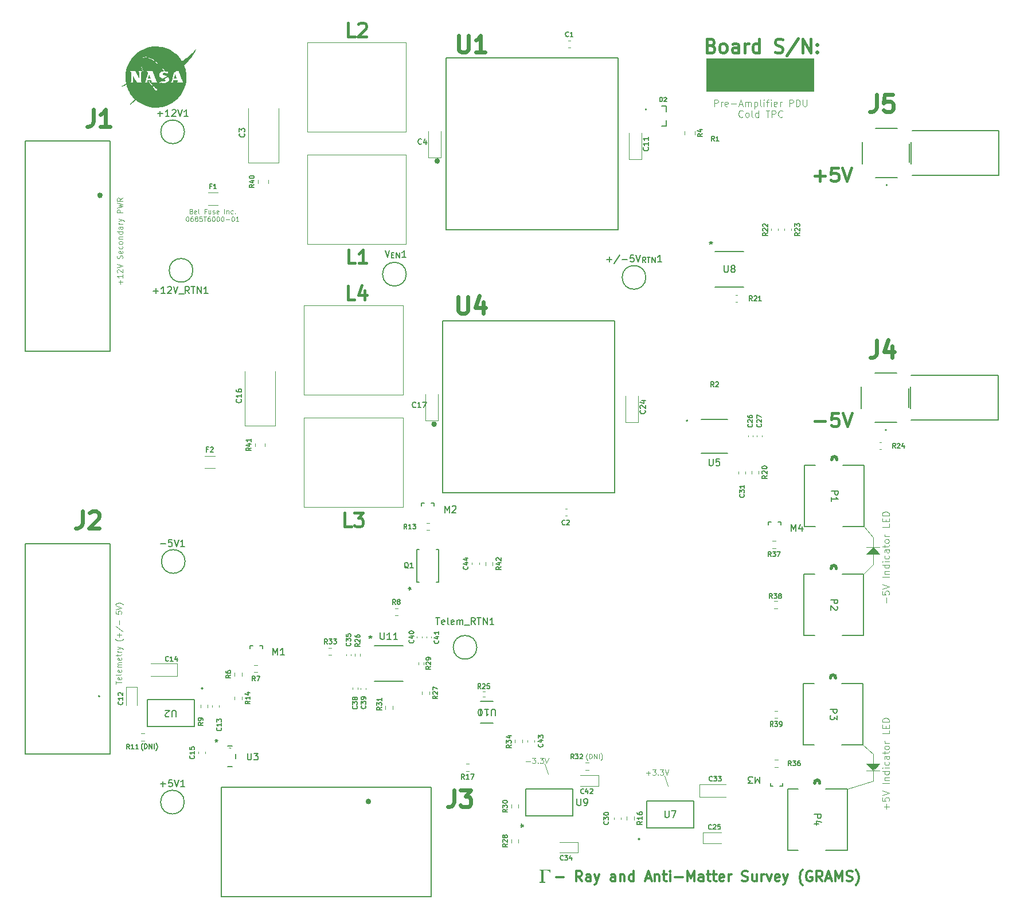
<source format=gbr>
%TF.GenerationSoftware,KiCad,Pcbnew,8.0.6*%
%TF.CreationDate,2025-05-16T10:58:21-04:00*%
%TF.ProjectId,3 - Charge_Pre-Amplifier,33202d20-4368-4617-9267-655f5072652d,rev?*%
%TF.SameCoordinates,Original*%
%TF.FileFunction,Legend,Top*%
%TF.FilePolarity,Positive*%
%FSLAX46Y46*%
G04 Gerber Fmt 4.6, Leading zero omitted, Abs format (unit mm)*
G04 Created by KiCad (PCBNEW 8.0.6) date 2025-05-16 10:58:21*
%MOMM*%
%LPD*%
G01*
G04 APERTURE LIST*
%ADD10C,0.100000*%
%ADD11C,0.400000*%
%ADD12C,0.175000*%
%ADD13C,0.300000*%
%ADD14C,0.150000*%
%ADD15C,0.600000*%
%ADD16C,0.152400*%
%ADD17C,0.508000*%
%ADD18C,0.127000*%
%ADD19C,0.200000*%
%ADD20C,0.120000*%
%ADD21C,0.000000*%
G04 APERTURE END LIST*
D10*
X332000000Y-164500000D02*
X328182000Y-165663202D01*
X283500000Y-162000000D02*
X284000000Y-163500000D01*
X333000000Y-131000000D02*
X331000000Y-131000000D01*
X332000000Y-130000000D01*
X333000000Y-131000000D01*
G36*
X333000000Y-131000000D02*
G01*
X331000000Y-131000000D01*
X332000000Y-130000000D01*
X333000000Y-131000000D01*
G37*
X332000000Y-160500000D02*
X330522000Y-159176999D01*
X301250000Y-163750000D02*
X301750000Y-165250000D01*
X332000000Y-130000000D02*
X332000000Y-128500000D01*
X332000000Y-132500000D02*
X330622000Y-133943202D01*
X323250000Y-62580000D02*
X307375000Y-62580000D01*
X307375000Y-57750000D01*
X323250000Y-57750000D01*
X323250000Y-62580000D01*
G36*
X323250000Y-62580000D02*
G01*
X307375000Y-62580000D01*
X307375000Y-57750000D01*
X323250000Y-57750000D01*
X323250000Y-62580000D01*
G37*
X332000000Y-160500000D02*
X332000000Y-162000000D01*
X332000000Y-163000000D02*
X332000000Y-164500000D01*
X332000000Y-132500000D02*
X332000000Y-131000000D01*
X332000000Y-163000000D02*
X331000000Y-162000000D01*
X333000000Y-162000000D01*
X332000000Y-163000000D01*
G36*
X332000000Y-163000000D02*
G01*
X331000000Y-162000000D01*
X333000000Y-162000000D01*
X332000000Y-163000000D01*
G37*
X331000000Y-163000000D02*
X333000000Y-163000000D01*
X333000000Y-130000000D02*
X331000000Y-130000000D01*
X332000000Y-128500000D02*
X330702000Y-126916999D01*
X333991466Y-168696115D02*
X333991466Y-167934211D01*
X334372419Y-168315163D02*
X333610514Y-168315163D01*
X333372419Y-166981830D02*
X333372419Y-167458020D01*
X333372419Y-167458020D02*
X333848609Y-167505639D01*
X333848609Y-167505639D02*
X333800990Y-167458020D01*
X333800990Y-167458020D02*
X333753371Y-167362782D01*
X333753371Y-167362782D02*
X333753371Y-167124687D01*
X333753371Y-167124687D02*
X333800990Y-167029449D01*
X333800990Y-167029449D02*
X333848609Y-166981830D01*
X333848609Y-166981830D02*
X333943847Y-166934211D01*
X333943847Y-166934211D02*
X334181942Y-166934211D01*
X334181942Y-166934211D02*
X334277180Y-166981830D01*
X334277180Y-166981830D02*
X334324800Y-167029449D01*
X334324800Y-167029449D02*
X334372419Y-167124687D01*
X334372419Y-167124687D02*
X334372419Y-167362782D01*
X334372419Y-167362782D02*
X334324800Y-167458020D01*
X334324800Y-167458020D02*
X334277180Y-167505639D01*
X333372419Y-166648496D02*
X334372419Y-166315163D01*
X334372419Y-166315163D02*
X333372419Y-165981830D01*
X334372419Y-164886591D02*
X333372419Y-164886591D01*
X333705752Y-164410401D02*
X334372419Y-164410401D01*
X333800990Y-164410401D02*
X333753371Y-164362782D01*
X333753371Y-164362782D02*
X333705752Y-164267544D01*
X333705752Y-164267544D02*
X333705752Y-164124687D01*
X333705752Y-164124687D02*
X333753371Y-164029449D01*
X333753371Y-164029449D02*
X333848609Y-163981830D01*
X333848609Y-163981830D02*
X334372419Y-163981830D01*
X334372419Y-163077068D02*
X333372419Y-163077068D01*
X334324800Y-163077068D02*
X334372419Y-163172306D01*
X334372419Y-163172306D02*
X334372419Y-163362782D01*
X334372419Y-163362782D02*
X334324800Y-163458020D01*
X334324800Y-163458020D02*
X334277180Y-163505639D01*
X334277180Y-163505639D02*
X334181942Y-163553258D01*
X334181942Y-163553258D02*
X333896228Y-163553258D01*
X333896228Y-163553258D02*
X333800990Y-163505639D01*
X333800990Y-163505639D02*
X333753371Y-163458020D01*
X333753371Y-163458020D02*
X333705752Y-163362782D01*
X333705752Y-163362782D02*
X333705752Y-163172306D01*
X333705752Y-163172306D02*
X333753371Y-163077068D01*
X334372419Y-162600877D02*
X333705752Y-162600877D01*
X333372419Y-162600877D02*
X333420038Y-162648496D01*
X333420038Y-162648496D02*
X333467657Y-162600877D01*
X333467657Y-162600877D02*
X333420038Y-162553258D01*
X333420038Y-162553258D02*
X333372419Y-162600877D01*
X333372419Y-162600877D02*
X333467657Y-162600877D01*
X334324800Y-161696116D02*
X334372419Y-161791354D01*
X334372419Y-161791354D02*
X334372419Y-161981830D01*
X334372419Y-161981830D02*
X334324800Y-162077068D01*
X334324800Y-162077068D02*
X334277180Y-162124687D01*
X334277180Y-162124687D02*
X334181942Y-162172306D01*
X334181942Y-162172306D02*
X333896228Y-162172306D01*
X333896228Y-162172306D02*
X333800990Y-162124687D01*
X333800990Y-162124687D02*
X333753371Y-162077068D01*
X333753371Y-162077068D02*
X333705752Y-161981830D01*
X333705752Y-161981830D02*
X333705752Y-161791354D01*
X333705752Y-161791354D02*
X333753371Y-161696116D01*
X334372419Y-160838973D02*
X333848609Y-160838973D01*
X333848609Y-160838973D02*
X333753371Y-160886592D01*
X333753371Y-160886592D02*
X333705752Y-160981830D01*
X333705752Y-160981830D02*
X333705752Y-161172306D01*
X333705752Y-161172306D02*
X333753371Y-161267544D01*
X334324800Y-160838973D02*
X334372419Y-160934211D01*
X334372419Y-160934211D02*
X334372419Y-161172306D01*
X334372419Y-161172306D02*
X334324800Y-161267544D01*
X334324800Y-161267544D02*
X334229561Y-161315163D01*
X334229561Y-161315163D02*
X334134323Y-161315163D01*
X334134323Y-161315163D02*
X334039085Y-161267544D01*
X334039085Y-161267544D02*
X333991466Y-161172306D01*
X333991466Y-161172306D02*
X333991466Y-160934211D01*
X333991466Y-160934211D02*
X333943847Y-160838973D01*
X333705752Y-160505639D02*
X333705752Y-160124687D01*
X333372419Y-160362782D02*
X334229561Y-160362782D01*
X334229561Y-160362782D02*
X334324800Y-160315163D01*
X334324800Y-160315163D02*
X334372419Y-160219925D01*
X334372419Y-160219925D02*
X334372419Y-160124687D01*
X334372419Y-159648496D02*
X334324800Y-159743734D01*
X334324800Y-159743734D02*
X334277180Y-159791353D01*
X334277180Y-159791353D02*
X334181942Y-159838972D01*
X334181942Y-159838972D02*
X333896228Y-159838972D01*
X333896228Y-159838972D02*
X333800990Y-159791353D01*
X333800990Y-159791353D02*
X333753371Y-159743734D01*
X333753371Y-159743734D02*
X333705752Y-159648496D01*
X333705752Y-159648496D02*
X333705752Y-159505639D01*
X333705752Y-159505639D02*
X333753371Y-159410401D01*
X333753371Y-159410401D02*
X333800990Y-159362782D01*
X333800990Y-159362782D02*
X333896228Y-159315163D01*
X333896228Y-159315163D02*
X334181942Y-159315163D01*
X334181942Y-159315163D02*
X334277180Y-159362782D01*
X334277180Y-159362782D02*
X334324800Y-159410401D01*
X334324800Y-159410401D02*
X334372419Y-159505639D01*
X334372419Y-159505639D02*
X334372419Y-159648496D01*
X334372419Y-158886591D02*
X333705752Y-158886591D01*
X333896228Y-158886591D02*
X333800990Y-158838972D01*
X333800990Y-158838972D02*
X333753371Y-158791353D01*
X333753371Y-158791353D02*
X333705752Y-158696115D01*
X333705752Y-158696115D02*
X333705752Y-158600877D01*
X334372419Y-157029448D02*
X334372419Y-157505638D01*
X334372419Y-157505638D02*
X333372419Y-157505638D01*
X333848609Y-156696114D02*
X333848609Y-156362781D01*
X334372419Y-156219924D02*
X334372419Y-156696114D01*
X334372419Y-156696114D02*
X333372419Y-156696114D01*
X333372419Y-156696114D02*
X333372419Y-156219924D01*
X334372419Y-155791352D02*
X333372419Y-155791352D01*
X333372419Y-155791352D02*
X333372419Y-155553257D01*
X333372419Y-155553257D02*
X333420038Y-155410400D01*
X333420038Y-155410400D02*
X333515276Y-155315162D01*
X333515276Y-155315162D02*
X333610514Y-155267543D01*
X333610514Y-155267543D02*
X333800990Y-155219924D01*
X333800990Y-155219924D02*
X333943847Y-155219924D01*
X333943847Y-155219924D02*
X334134323Y-155267543D01*
X334134323Y-155267543D02*
X334229561Y-155315162D01*
X334229561Y-155315162D02*
X334324800Y-155410400D01*
X334324800Y-155410400D02*
X334372419Y-155553257D01*
X334372419Y-155553257D02*
X334372419Y-155791352D01*
D11*
X308111014Y-55836819D02*
X308396728Y-55932057D01*
X308396728Y-55932057D02*
X308491966Y-56027295D01*
X308491966Y-56027295D02*
X308587204Y-56217771D01*
X308587204Y-56217771D02*
X308587204Y-56503485D01*
X308587204Y-56503485D02*
X308491966Y-56693961D01*
X308491966Y-56693961D02*
X308396728Y-56789200D01*
X308396728Y-56789200D02*
X308206252Y-56884438D01*
X308206252Y-56884438D02*
X307444347Y-56884438D01*
X307444347Y-56884438D02*
X307444347Y-54884438D01*
X307444347Y-54884438D02*
X308111014Y-54884438D01*
X308111014Y-54884438D02*
X308301490Y-54979676D01*
X308301490Y-54979676D02*
X308396728Y-55074914D01*
X308396728Y-55074914D02*
X308491966Y-55265390D01*
X308491966Y-55265390D02*
X308491966Y-55455866D01*
X308491966Y-55455866D02*
X308396728Y-55646342D01*
X308396728Y-55646342D02*
X308301490Y-55741580D01*
X308301490Y-55741580D02*
X308111014Y-55836819D01*
X308111014Y-55836819D02*
X307444347Y-55836819D01*
X309730061Y-56884438D02*
X309539585Y-56789200D01*
X309539585Y-56789200D02*
X309444347Y-56693961D01*
X309444347Y-56693961D02*
X309349109Y-56503485D01*
X309349109Y-56503485D02*
X309349109Y-55932057D01*
X309349109Y-55932057D02*
X309444347Y-55741580D01*
X309444347Y-55741580D02*
X309539585Y-55646342D01*
X309539585Y-55646342D02*
X309730061Y-55551104D01*
X309730061Y-55551104D02*
X310015776Y-55551104D01*
X310015776Y-55551104D02*
X310206252Y-55646342D01*
X310206252Y-55646342D02*
X310301490Y-55741580D01*
X310301490Y-55741580D02*
X310396728Y-55932057D01*
X310396728Y-55932057D02*
X310396728Y-56503485D01*
X310396728Y-56503485D02*
X310301490Y-56693961D01*
X310301490Y-56693961D02*
X310206252Y-56789200D01*
X310206252Y-56789200D02*
X310015776Y-56884438D01*
X310015776Y-56884438D02*
X309730061Y-56884438D01*
X312111014Y-56884438D02*
X312111014Y-55836819D01*
X312111014Y-55836819D02*
X312015776Y-55646342D01*
X312015776Y-55646342D02*
X311825300Y-55551104D01*
X311825300Y-55551104D02*
X311444347Y-55551104D01*
X311444347Y-55551104D02*
X311253871Y-55646342D01*
X312111014Y-56789200D02*
X311920538Y-56884438D01*
X311920538Y-56884438D02*
X311444347Y-56884438D01*
X311444347Y-56884438D02*
X311253871Y-56789200D01*
X311253871Y-56789200D02*
X311158633Y-56598723D01*
X311158633Y-56598723D02*
X311158633Y-56408247D01*
X311158633Y-56408247D02*
X311253871Y-56217771D01*
X311253871Y-56217771D02*
X311444347Y-56122533D01*
X311444347Y-56122533D02*
X311920538Y-56122533D01*
X311920538Y-56122533D02*
X312111014Y-56027295D01*
X313063395Y-56884438D02*
X313063395Y-55551104D01*
X313063395Y-55932057D02*
X313158633Y-55741580D01*
X313158633Y-55741580D02*
X313253871Y-55646342D01*
X313253871Y-55646342D02*
X313444347Y-55551104D01*
X313444347Y-55551104D02*
X313634824Y-55551104D01*
X315158633Y-56884438D02*
X315158633Y-54884438D01*
X315158633Y-56789200D02*
X314968157Y-56884438D01*
X314968157Y-56884438D02*
X314587204Y-56884438D01*
X314587204Y-56884438D02*
X314396728Y-56789200D01*
X314396728Y-56789200D02*
X314301490Y-56693961D01*
X314301490Y-56693961D02*
X314206252Y-56503485D01*
X314206252Y-56503485D02*
X314206252Y-55932057D01*
X314206252Y-55932057D02*
X314301490Y-55741580D01*
X314301490Y-55741580D02*
X314396728Y-55646342D01*
X314396728Y-55646342D02*
X314587204Y-55551104D01*
X314587204Y-55551104D02*
X314968157Y-55551104D01*
X314968157Y-55551104D02*
X315158633Y-55646342D01*
X317539586Y-56789200D02*
X317825300Y-56884438D01*
X317825300Y-56884438D02*
X318301491Y-56884438D01*
X318301491Y-56884438D02*
X318491967Y-56789200D01*
X318491967Y-56789200D02*
X318587205Y-56693961D01*
X318587205Y-56693961D02*
X318682443Y-56503485D01*
X318682443Y-56503485D02*
X318682443Y-56313009D01*
X318682443Y-56313009D02*
X318587205Y-56122533D01*
X318587205Y-56122533D02*
X318491967Y-56027295D01*
X318491967Y-56027295D02*
X318301491Y-55932057D01*
X318301491Y-55932057D02*
X317920538Y-55836819D01*
X317920538Y-55836819D02*
X317730062Y-55741580D01*
X317730062Y-55741580D02*
X317634824Y-55646342D01*
X317634824Y-55646342D02*
X317539586Y-55455866D01*
X317539586Y-55455866D02*
X317539586Y-55265390D01*
X317539586Y-55265390D02*
X317634824Y-55074914D01*
X317634824Y-55074914D02*
X317730062Y-54979676D01*
X317730062Y-54979676D02*
X317920538Y-54884438D01*
X317920538Y-54884438D02*
X318396729Y-54884438D01*
X318396729Y-54884438D02*
X318682443Y-54979676D01*
X320968157Y-54789200D02*
X319253872Y-57360628D01*
X321634824Y-56884438D02*
X321634824Y-54884438D01*
X321634824Y-54884438D02*
X322777681Y-56884438D01*
X322777681Y-56884438D02*
X322777681Y-54884438D01*
X323730062Y-56693961D02*
X323825300Y-56789200D01*
X323825300Y-56789200D02*
X323730062Y-56884438D01*
X323730062Y-56884438D02*
X323634824Y-56789200D01*
X323634824Y-56789200D02*
X323730062Y-56693961D01*
X323730062Y-56693961D02*
X323730062Y-56884438D01*
X323730062Y-55646342D02*
X323825300Y-55741580D01*
X323825300Y-55741580D02*
X323730062Y-55836819D01*
X323730062Y-55836819D02*
X323634824Y-55741580D01*
X323634824Y-55741580D02*
X323730062Y-55646342D01*
X323730062Y-55646342D02*
X323730062Y-55836819D01*
X323399347Y-75122533D02*
X324923157Y-75122533D01*
X324161252Y-75884438D02*
X324161252Y-74360628D01*
X326827918Y-73884438D02*
X325875537Y-73884438D01*
X325875537Y-73884438D02*
X325780299Y-74836819D01*
X325780299Y-74836819D02*
X325875537Y-74741580D01*
X325875537Y-74741580D02*
X326066013Y-74646342D01*
X326066013Y-74646342D02*
X326542204Y-74646342D01*
X326542204Y-74646342D02*
X326732680Y-74741580D01*
X326732680Y-74741580D02*
X326827918Y-74836819D01*
X326827918Y-74836819D02*
X326923156Y-75027295D01*
X326923156Y-75027295D02*
X326923156Y-75503485D01*
X326923156Y-75503485D02*
X326827918Y-75693961D01*
X326827918Y-75693961D02*
X326732680Y-75789200D01*
X326732680Y-75789200D02*
X326542204Y-75884438D01*
X326542204Y-75884438D02*
X326066013Y-75884438D01*
X326066013Y-75884438D02*
X325875537Y-75789200D01*
X325875537Y-75789200D02*
X325780299Y-75693961D01*
X327494585Y-73884438D02*
X328161251Y-75884438D01*
X328161251Y-75884438D02*
X328827918Y-73884438D01*
D12*
X224161797Y-160001900D02*
X224128464Y-159968566D01*
X224128464Y-159968566D02*
X224061797Y-159868566D01*
X224061797Y-159868566D02*
X224028464Y-159801900D01*
X224028464Y-159801900D02*
X223995131Y-159701900D01*
X223995131Y-159701900D02*
X223961797Y-159535233D01*
X223961797Y-159535233D02*
X223961797Y-159401900D01*
X223961797Y-159401900D02*
X223995131Y-159235233D01*
X223995131Y-159235233D02*
X224028464Y-159135233D01*
X224028464Y-159135233D02*
X224061797Y-159068566D01*
X224061797Y-159068566D02*
X224128464Y-158968566D01*
X224128464Y-158968566D02*
X224161797Y-158935233D01*
X224428464Y-159735233D02*
X224428464Y-159035233D01*
X224428464Y-159035233D02*
X224595131Y-159035233D01*
X224595131Y-159035233D02*
X224695131Y-159068566D01*
X224695131Y-159068566D02*
X224761798Y-159135233D01*
X224761798Y-159135233D02*
X224795131Y-159201900D01*
X224795131Y-159201900D02*
X224828464Y-159335233D01*
X224828464Y-159335233D02*
X224828464Y-159435233D01*
X224828464Y-159435233D02*
X224795131Y-159568566D01*
X224795131Y-159568566D02*
X224761798Y-159635233D01*
X224761798Y-159635233D02*
X224695131Y-159701900D01*
X224695131Y-159701900D02*
X224595131Y-159735233D01*
X224595131Y-159735233D02*
X224428464Y-159735233D01*
X225128464Y-159735233D02*
X225128464Y-159035233D01*
X225128464Y-159035233D02*
X225528464Y-159735233D01*
X225528464Y-159735233D02*
X225528464Y-159035233D01*
X225861797Y-159735233D02*
X225861797Y-159035233D01*
X226128464Y-160001900D02*
X226161797Y-159968566D01*
X226161797Y-159968566D02*
X226228464Y-159868566D01*
X226228464Y-159868566D02*
X226261797Y-159801900D01*
X226261797Y-159801900D02*
X226295130Y-159701900D01*
X226295130Y-159701900D02*
X226328464Y-159535233D01*
X226328464Y-159535233D02*
X226328464Y-159401900D01*
X226328464Y-159401900D02*
X226295130Y-159235233D01*
X226295130Y-159235233D02*
X226261797Y-159135233D01*
X226261797Y-159135233D02*
X226228464Y-159068566D01*
X226228464Y-159068566D02*
X226161797Y-158968566D01*
X226161797Y-158968566D02*
X226128464Y-158935233D01*
D10*
X231323334Y-80315505D02*
X231423334Y-80348839D01*
X231423334Y-80348839D02*
X231456667Y-80382172D01*
X231456667Y-80382172D02*
X231490000Y-80448839D01*
X231490000Y-80448839D02*
X231490000Y-80548839D01*
X231490000Y-80548839D02*
X231456667Y-80615505D01*
X231456667Y-80615505D02*
X231423334Y-80648839D01*
X231423334Y-80648839D02*
X231356667Y-80682172D01*
X231356667Y-80682172D02*
X231090000Y-80682172D01*
X231090000Y-80682172D02*
X231090000Y-79982172D01*
X231090000Y-79982172D02*
X231323334Y-79982172D01*
X231323334Y-79982172D02*
X231390000Y-80015505D01*
X231390000Y-80015505D02*
X231423334Y-80048839D01*
X231423334Y-80048839D02*
X231456667Y-80115505D01*
X231456667Y-80115505D02*
X231456667Y-80182172D01*
X231456667Y-80182172D02*
X231423334Y-80248839D01*
X231423334Y-80248839D02*
X231390000Y-80282172D01*
X231390000Y-80282172D02*
X231323334Y-80315505D01*
X231323334Y-80315505D02*
X231090000Y-80315505D01*
X232056667Y-80648839D02*
X231990000Y-80682172D01*
X231990000Y-80682172D02*
X231856667Y-80682172D01*
X231856667Y-80682172D02*
X231790000Y-80648839D01*
X231790000Y-80648839D02*
X231756667Y-80582172D01*
X231756667Y-80582172D02*
X231756667Y-80315505D01*
X231756667Y-80315505D02*
X231790000Y-80248839D01*
X231790000Y-80248839D02*
X231856667Y-80215505D01*
X231856667Y-80215505D02*
X231990000Y-80215505D01*
X231990000Y-80215505D02*
X232056667Y-80248839D01*
X232056667Y-80248839D02*
X232090000Y-80315505D01*
X232090000Y-80315505D02*
X232090000Y-80382172D01*
X232090000Y-80382172D02*
X231756667Y-80448839D01*
X232490000Y-80682172D02*
X232423334Y-80648839D01*
X232423334Y-80648839D02*
X232390000Y-80582172D01*
X232390000Y-80582172D02*
X232390000Y-79982172D01*
X233523334Y-80315505D02*
X233290000Y-80315505D01*
X233290000Y-80682172D02*
X233290000Y-79982172D01*
X233290000Y-79982172D02*
X233623334Y-79982172D01*
X234190000Y-80215505D02*
X234190000Y-80682172D01*
X233890000Y-80215505D02*
X233890000Y-80582172D01*
X233890000Y-80582172D02*
X233923334Y-80648839D01*
X233923334Y-80648839D02*
X233990000Y-80682172D01*
X233990000Y-80682172D02*
X234090000Y-80682172D01*
X234090000Y-80682172D02*
X234156667Y-80648839D01*
X234156667Y-80648839D02*
X234190000Y-80615505D01*
X234490000Y-80648839D02*
X234556667Y-80682172D01*
X234556667Y-80682172D02*
X234690000Y-80682172D01*
X234690000Y-80682172D02*
X234756667Y-80648839D01*
X234756667Y-80648839D02*
X234790000Y-80582172D01*
X234790000Y-80582172D02*
X234790000Y-80548839D01*
X234790000Y-80548839D02*
X234756667Y-80482172D01*
X234756667Y-80482172D02*
X234690000Y-80448839D01*
X234690000Y-80448839D02*
X234590000Y-80448839D01*
X234590000Y-80448839D02*
X234523333Y-80415505D01*
X234523333Y-80415505D02*
X234490000Y-80348839D01*
X234490000Y-80348839D02*
X234490000Y-80315505D01*
X234490000Y-80315505D02*
X234523333Y-80248839D01*
X234523333Y-80248839D02*
X234590000Y-80215505D01*
X234590000Y-80215505D02*
X234690000Y-80215505D01*
X234690000Y-80215505D02*
X234756667Y-80248839D01*
X235356667Y-80648839D02*
X235290000Y-80682172D01*
X235290000Y-80682172D02*
X235156667Y-80682172D01*
X235156667Y-80682172D02*
X235090000Y-80648839D01*
X235090000Y-80648839D02*
X235056667Y-80582172D01*
X235056667Y-80582172D02*
X235056667Y-80315505D01*
X235056667Y-80315505D02*
X235090000Y-80248839D01*
X235090000Y-80248839D02*
X235156667Y-80215505D01*
X235156667Y-80215505D02*
X235290000Y-80215505D01*
X235290000Y-80215505D02*
X235356667Y-80248839D01*
X235356667Y-80248839D02*
X235390000Y-80315505D01*
X235390000Y-80315505D02*
X235390000Y-80382172D01*
X235390000Y-80382172D02*
X235056667Y-80448839D01*
X236223333Y-80682172D02*
X236223333Y-79982172D01*
X236556666Y-80215505D02*
X236556666Y-80682172D01*
X236556666Y-80282172D02*
X236590000Y-80248839D01*
X236590000Y-80248839D02*
X236656666Y-80215505D01*
X236656666Y-80215505D02*
X236756666Y-80215505D01*
X236756666Y-80215505D02*
X236823333Y-80248839D01*
X236823333Y-80248839D02*
X236856666Y-80315505D01*
X236856666Y-80315505D02*
X236856666Y-80682172D01*
X237489999Y-80648839D02*
X237423333Y-80682172D01*
X237423333Y-80682172D02*
X237289999Y-80682172D01*
X237289999Y-80682172D02*
X237223333Y-80648839D01*
X237223333Y-80648839D02*
X237189999Y-80615505D01*
X237189999Y-80615505D02*
X237156666Y-80548839D01*
X237156666Y-80548839D02*
X237156666Y-80348839D01*
X237156666Y-80348839D02*
X237189999Y-80282172D01*
X237189999Y-80282172D02*
X237223333Y-80248839D01*
X237223333Y-80248839D02*
X237289999Y-80215505D01*
X237289999Y-80215505D02*
X237423333Y-80215505D01*
X237423333Y-80215505D02*
X237489999Y-80248839D01*
X237789999Y-80615505D02*
X237823333Y-80648839D01*
X237823333Y-80648839D02*
X237789999Y-80682172D01*
X237789999Y-80682172D02*
X237756666Y-80648839D01*
X237756666Y-80648839D02*
X237789999Y-80615505D01*
X237789999Y-80615505D02*
X237789999Y-80682172D01*
X230706665Y-81109133D02*
X230773331Y-81109133D01*
X230773331Y-81109133D02*
X230839998Y-81142466D01*
X230839998Y-81142466D02*
X230873331Y-81175800D01*
X230873331Y-81175800D02*
X230906665Y-81242466D01*
X230906665Y-81242466D02*
X230939998Y-81375800D01*
X230939998Y-81375800D02*
X230939998Y-81542466D01*
X230939998Y-81542466D02*
X230906665Y-81675800D01*
X230906665Y-81675800D02*
X230873331Y-81742466D01*
X230873331Y-81742466D02*
X230839998Y-81775800D01*
X230839998Y-81775800D02*
X230773331Y-81809133D01*
X230773331Y-81809133D02*
X230706665Y-81809133D01*
X230706665Y-81809133D02*
X230639998Y-81775800D01*
X230639998Y-81775800D02*
X230606665Y-81742466D01*
X230606665Y-81742466D02*
X230573331Y-81675800D01*
X230573331Y-81675800D02*
X230539998Y-81542466D01*
X230539998Y-81542466D02*
X230539998Y-81375800D01*
X230539998Y-81375800D02*
X230573331Y-81242466D01*
X230573331Y-81242466D02*
X230606665Y-81175800D01*
X230606665Y-81175800D02*
X230639998Y-81142466D01*
X230639998Y-81142466D02*
X230706665Y-81109133D01*
X231539998Y-81109133D02*
X231406665Y-81109133D01*
X231406665Y-81109133D02*
X231339998Y-81142466D01*
X231339998Y-81142466D02*
X231306665Y-81175800D01*
X231306665Y-81175800D02*
X231239998Y-81275800D01*
X231239998Y-81275800D02*
X231206665Y-81409133D01*
X231206665Y-81409133D02*
X231206665Y-81675800D01*
X231206665Y-81675800D02*
X231239998Y-81742466D01*
X231239998Y-81742466D02*
X231273332Y-81775800D01*
X231273332Y-81775800D02*
X231339998Y-81809133D01*
X231339998Y-81809133D02*
X231473332Y-81809133D01*
X231473332Y-81809133D02*
X231539998Y-81775800D01*
X231539998Y-81775800D02*
X231573332Y-81742466D01*
X231573332Y-81742466D02*
X231606665Y-81675800D01*
X231606665Y-81675800D02*
X231606665Y-81509133D01*
X231606665Y-81509133D02*
X231573332Y-81442466D01*
X231573332Y-81442466D02*
X231539998Y-81409133D01*
X231539998Y-81409133D02*
X231473332Y-81375800D01*
X231473332Y-81375800D02*
X231339998Y-81375800D01*
X231339998Y-81375800D02*
X231273332Y-81409133D01*
X231273332Y-81409133D02*
X231239998Y-81442466D01*
X231239998Y-81442466D02*
X231206665Y-81509133D01*
X232006665Y-81409133D02*
X231939999Y-81375800D01*
X231939999Y-81375800D02*
X231906665Y-81342466D01*
X231906665Y-81342466D02*
X231873332Y-81275800D01*
X231873332Y-81275800D02*
X231873332Y-81242466D01*
X231873332Y-81242466D02*
X231906665Y-81175800D01*
X231906665Y-81175800D02*
X231939999Y-81142466D01*
X231939999Y-81142466D02*
X232006665Y-81109133D01*
X232006665Y-81109133D02*
X232139999Y-81109133D01*
X232139999Y-81109133D02*
X232206665Y-81142466D01*
X232206665Y-81142466D02*
X232239999Y-81175800D01*
X232239999Y-81175800D02*
X232273332Y-81242466D01*
X232273332Y-81242466D02*
X232273332Y-81275800D01*
X232273332Y-81275800D02*
X232239999Y-81342466D01*
X232239999Y-81342466D02*
X232206665Y-81375800D01*
X232206665Y-81375800D02*
X232139999Y-81409133D01*
X232139999Y-81409133D02*
X232006665Y-81409133D01*
X232006665Y-81409133D02*
X231939999Y-81442466D01*
X231939999Y-81442466D02*
X231906665Y-81475800D01*
X231906665Y-81475800D02*
X231873332Y-81542466D01*
X231873332Y-81542466D02*
X231873332Y-81675800D01*
X231873332Y-81675800D02*
X231906665Y-81742466D01*
X231906665Y-81742466D02*
X231939999Y-81775800D01*
X231939999Y-81775800D02*
X232006665Y-81809133D01*
X232006665Y-81809133D02*
X232139999Y-81809133D01*
X232139999Y-81809133D02*
X232206665Y-81775800D01*
X232206665Y-81775800D02*
X232239999Y-81742466D01*
X232239999Y-81742466D02*
X232273332Y-81675800D01*
X232273332Y-81675800D02*
X232273332Y-81542466D01*
X232273332Y-81542466D02*
X232239999Y-81475800D01*
X232239999Y-81475800D02*
X232206665Y-81442466D01*
X232206665Y-81442466D02*
X232139999Y-81409133D01*
X232906666Y-81109133D02*
X232573332Y-81109133D01*
X232573332Y-81109133D02*
X232539999Y-81442466D01*
X232539999Y-81442466D02*
X232573332Y-81409133D01*
X232573332Y-81409133D02*
X232639999Y-81375800D01*
X232639999Y-81375800D02*
X232806666Y-81375800D01*
X232806666Y-81375800D02*
X232873332Y-81409133D01*
X232873332Y-81409133D02*
X232906666Y-81442466D01*
X232906666Y-81442466D02*
X232939999Y-81509133D01*
X232939999Y-81509133D02*
X232939999Y-81675800D01*
X232939999Y-81675800D02*
X232906666Y-81742466D01*
X232906666Y-81742466D02*
X232873332Y-81775800D01*
X232873332Y-81775800D02*
X232806666Y-81809133D01*
X232806666Y-81809133D02*
X232639999Y-81809133D01*
X232639999Y-81809133D02*
X232573332Y-81775800D01*
X232573332Y-81775800D02*
X232539999Y-81742466D01*
X233139999Y-81109133D02*
X233539999Y-81109133D01*
X233339999Y-81809133D02*
X233339999Y-81109133D01*
X234073332Y-81109133D02*
X233939999Y-81109133D01*
X233939999Y-81109133D02*
X233873332Y-81142466D01*
X233873332Y-81142466D02*
X233839999Y-81175800D01*
X233839999Y-81175800D02*
X233773332Y-81275800D01*
X233773332Y-81275800D02*
X233739999Y-81409133D01*
X233739999Y-81409133D02*
X233739999Y-81675800D01*
X233739999Y-81675800D02*
X233773332Y-81742466D01*
X233773332Y-81742466D02*
X233806666Y-81775800D01*
X233806666Y-81775800D02*
X233873332Y-81809133D01*
X233873332Y-81809133D02*
X234006666Y-81809133D01*
X234006666Y-81809133D02*
X234073332Y-81775800D01*
X234073332Y-81775800D02*
X234106666Y-81742466D01*
X234106666Y-81742466D02*
X234139999Y-81675800D01*
X234139999Y-81675800D02*
X234139999Y-81509133D01*
X234139999Y-81509133D02*
X234106666Y-81442466D01*
X234106666Y-81442466D02*
X234073332Y-81409133D01*
X234073332Y-81409133D02*
X234006666Y-81375800D01*
X234006666Y-81375800D02*
X233873332Y-81375800D01*
X233873332Y-81375800D02*
X233806666Y-81409133D01*
X233806666Y-81409133D02*
X233773332Y-81442466D01*
X233773332Y-81442466D02*
X233739999Y-81509133D01*
X234573333Y-81109133D02*
X234639999Y-81109133D01*
X234639999Y-81109133D02*
X234706666Y-81142466D01*
X234706666Y-81142466D02*
X234739999Y-81175800D01*
X234739999Y-81175800D02*
X234773333Y-81242466D01*
X234773333Y-81242466D02*
X234806666Y-81375800D01*
X234806666Y-81375800D02*
X234806666Y-81542466D01*
X234806666Y-81542466D02*
X234773333Y-81675800D01*
X234773333Y-81675800D02*
X234739999Y-81742466D01*
X234739999Y-81742466D02*
X234706666Y-81775800D01*
X234706666Y-81775800D02*
X234639999Y-81809133D01*
X234639999Y-81809133D02*
X234573333Y-81809133D01*
X234573333Y-81809133D02*
X234506666Y-81775800D01*
X234506666Y-81775800D02*
X234473333Y-81742466D01*
X234473333Y-81742466D02*
X234439999Y-81675800D01*
X234439999Y-81675800D02*
X234406666Y-81542466D01*
X234406666Y-81542466D02*
X234406666Y-81375800D01*
X234406666Y-81375800D02*
X234439999Y-81242466D01*
X234439999Y-81242466D02*
X234473333Y-81175800D01*
X234473333Y-81175800D02*
X234506666Y-81142466D01*
X234506666Y-81142466D02*
X234573333Y-81109133D01*
X235240000Y-81109133D02*
X235306666Y-81109133D01*
X235306666Y-81109133D02*
X235373333Y-81142466D01*
X235373333Y-81142466D02*
X235406666Y-81175800D01*
X235406666Y-81175800D02*
X235440000Y-81242466D01*
X235440000Y-81242466D02*
X235473333Y-81375800D01*
X235473333Y-81375800D02*
X235473333Y-81542466D01*
X235473333Y-81542466D02*
X235440000Y-81675800D01*
X235440000Y-81675800D02*
X235406666Y-81742466D01*
X235406666Y-81742466D02*
X235373333Y-81775800D01*
X235373333Y-81775800D02*
X235306666Y-81809133D01*
X235306666Y-81809133D02*
X235240000Y-81809133D01*
X235240000Y-81809133D02*
X235173333Y-81775800D01*
X235173333Y-81775800D02*
X235140000Y-81742466D01*
X235140000Y-81742466D02*
X235106666Y-81675800D01*
X235106666Y-81675800D02*
X235073333Y-81542466D01*
X235073333Y-81542466D02*
X235073333Y-81375800D01*
X235073333Y-81375800D02*
X235106666Y-81242466D01*
X235106666Y-81242466D02*
X235140000Y-81175800D01*
X235140000Y-81175800D02*
X235173333Y-81142466D01*
X235173333Y-81142466D02*
X235240000Y-81109133D01*
X235906667Y-81109133D02*
X235973333Y-81109133D01*
X235973333Y-81109133D02*
X236040000Y-81142466D01*
X236040000Y-81142466D02*
X236073333Y-81175800D01*
X236073333Y-81175800D02*
X236106667Y-81242466D01*
X236106667Y-81242466D02*
X236140000Y-81375800D01*
X236140000Y-81375800D02*
X236140000Y-81542466D01*
X236140000Y-81542466D02*
X236106667Y-81675800D01*
X236106667Y-81675800D02*
X236073333Y-81742466D01*
X236073333Y-81742466D02*
X236040000Y-81775800D01*
X236040000Y-81775800D02*
X235973333Y-81809133D01*
X235973333Y-81809133D02*
X235906667Y-81809133D01*
X235906667Y-81809133D02*
X235840000Y-81775800D01*
X235840000Y-81775800D02*
X235806667Y-81742466D01*
X235806667Y-81742466D02*
X235773333Y-81675800D01*
X235773333Y-81675800D02*
X235740000Y-81542466D01*
X235740000Y-81542466D02*
X235740000Y-81375800D01*
X235740000Y-81375800D02*
X235773333Y-81242466D01*
X235773333Y-81242466D02*
X235806667Y-81175800D01*
X235806667Y-81175800D02*
X235840000Y-81142466D01*
X235840000Y-81142466D02*
X235906667Y-81109133D01*
X236440000Y-81542466D02*
X236973334Y-81542466D01*
X237440001Y-81109133D02*
X237506667Y-81109133D01*
X237506667Y-81109133D02*
X237573334Y-81142466D01*
X237573334Y-81142466D02*
X237606667Y-81175800D01*
X237606667Y-81175800D02*
X237640001Y-81242466D01*
X237640001Y-81242466D02*
X237673334Y-81375800D01*
X237673334Y-81375800D02*
X237673334Y-81542466D01*
X237673334Y-81542466D02*
X237640001Y-81675800D01*
X237640001Y-81675800D02*
X237606667Y-81742466D01*
X237606667Y-81742466D02*
X237573334Y-81775800D01*
X237573334Y-81775800D02*
X237506667Y-81809133D01*
X237506667Y-81809133D02*
X237440001Y-81809133D01*
X237440001Y-81809133D02*
X237373334Y-81775800D01*
X237373334Y-81775800D02*
X237340001Y-81742466D01*
X237340001Y-81742466D02*
X237306667Y-81675800D01*
X237306667Y-81675800D02*
X237273334Y-81542466D01*
X237273334Y-81542466D02*
X237273334Y-81375800D01*
X237273334Y-81375800D02*
X237306667Y-81242466D01*
X237306667Y-81242466D02*
X237340001Y-81175800D01*
X237340001Y-81175800D02*
X237373334Y-81142466D01*
X237373334Y-81142466D02*
X237440001Y-81109133D01*
X238340001Y-81809133D02*
X237940001Y-81809133D01*
X238140001Y-81809133D02*
X238140001Y-81109133D01*
X238140001Y-81109133D02*
X238073334Y-81209133D01*
X238073334Y-81209133D02*
X238006668Y-81275800D01*
X238006668Y-81275800D02*
X237940001Y-81309133D01*
D11*
X323429347Y-111352533D02*
X324953157Y-111352533D01*
X326857918Y-110114438D02*
X325905537Y-110114438D01*
X325905537Y-110114438D02*
X325810299Y-111066819D01*
X325810299Y-111066819D02*
X325905537Y-110971580D01*
X325905537Y-110971580D02*
X326096013Y-110876342D01*
X326096013Y-110876342D02*
X326572204Y-110876342D01*
X326572204Y-110876342D02*
X326762680Y-110971580D01*
X326762680Y-110971580D02*
X326857918Y-111066819D01*
X326857918Y-111066819D02*
X326953156Y-111257295D01*
X326953156Y-111257295D02*
X326953156Y-111733485D01*
X326953156Y-111733485D02*
X326857918Y-111923961D01*
X326857918Y-111923961D02*
X326762680Y-112019200D01*
X326762680Y-112019200D02*
X326572204Y-112114438D01*
X326572204Y-112114438D02*
X326096013Y-112114438D01*
X326096013Y-112114438D02*
X325905537Y-112019200D01*
X325905537Y-112019200D02*
X325810299Y-111923961D01*
X327524585Y-110114438D02*
X328191251Y-112114438D01*
X328191251Y-112114438D02*
X328857918Y-110114438D01*
D10*
X333991466Y-138196115D02*
X333991466Y-137434211D01*
X333372419Y-136481830D02*
X333372419Y-136958020D01*
X333372419Y-136958020D02*
X333848609Y-137005639D01*
X333848609Y-137005639D02*
X333800990Y-136958020D01*
X333800990Y-136958020D02*
X333753371Y-136862782D01*
X333753371Y-136862782D02*
X333753371Y-136624687D01*
X333753371Y-136624687D02*
X333800990Y-136529449D01*
X333800990Y-136529449D02*
X333848609Y-136481830D01*
X333848609Y-136481830D02*
X333943847Y-136434211D01*
X333943847Y-136434211D02*
X334181942Y-136434211D01*
X334181942Y-136434211D02*
X334277180Y-136481830D01*
X334277180Y-136481830D02*
X334324800Y-136529449D01*
X334324800Y-136529449D02*
X334372419Y-136624687D01*
X334372419Y-136624687D02*
X334372419Y-136862782D01*
X334372419Y-136862782D02*
X334324800Y-136958020D01*
X334324800Y-136958020D02*
X334277180Y-137005639D01*
X333372419Y-136148496D02*
X334372419Y-135815163D01*
X334372419Y-135815163D02*
X333372419Y-135481830D01*
X334372419Y-134386591D02*
X333372419Y-134386591D01*
X333705752Y-133910401D02*
X334372419Y-133910401D01*
X333800990Y-133910401D02*
X333753371Y-133862782D01*
X333753371Y-133862782D02*
X333705752Y-133767544D01*
X333705752Y-133767544D02*
X333705752Y-133624687D01*
X333705752Y-133624687D02*
X333753371Y-133529449D01*
X333753371Y-133529449D02*
X333848609Y-133481830D01*
X333848609Y-133481830D02*
X334372419Y-133481830D01*
X334372419Y-132577068D02*
X333372419Y-132577068D01*
X334324800Y-132577068D02*
X334372419Y-132672306D01*
X334372419Y-132672306D02*
X334372419Y-132862782D01*
X334372419Y-132862782D02*
X334324800Y-132958020D01*
X334324800Y-132958020D02*
X334277180Y-133005639D01*
X334277180Y-133005639D02*
X334181942Y-133053258D01*
X334181942Y-133053258D02*
X333896228Y-133053258D01*
X333896228Y-133053258D02*
X333800990Y-133005639D01*
X333800990Y-133005639D02*
X333753371Y-132958020D01*
X333753371Y-132958020D02*
X333705752Y-132862782D01*
X333705752Y-132862782D02*
X333705752Y-132672306D01*
X333705752Y-132672306D02*
X333753371Y-132577068D01*
X334372419Y-132100877D02*
X333705752Y-132100877D01*
X333372419Y-132100877D02*
X333420038Y-132148496D01*
X333420038Y-132148496D02*
X333467657Y-132100877D01*
X333467657Y-132100877D02*
X333420038Y-132053258D01*
X333420038Y-132053258D02*
X333372419Y-132100877D01*
X333372419Y-132100877D02*
X333467657Y-132100877D01*
X334324800Y-131196116D02*
X334372419Y-131291354D01*
X334372419Y-131291354D02*
X334372419Y-131481830D01*
X334372419Y-131481830D02*
X334324800Y-131577068D01*
X334324800Y-131577068D02*
X334277180Y-131624687D01*
X334277180Y-131624687D02*
X334181942Y-131672306D01*
X334181942Y-131672306D02*
X333896228Y-131672306D01*
X333896228Y-131672306D02*
X333800990Y-131624687D01*
X333800990Y-131624687D02*
X333753371Y-131577068D01*
X333753371Y-131577068D02*
X333705752Y-131481830D01*
X333705752Y-131481830D02*
X333705752Y-131291354D01*
X333705752Y-131291354D02*
X333753371Y-131196116D01*
X334372419Y-130338973D02*
X333848609Y-130338973D01*
X333848609Y-130338973D02*
X333753371Y-130386592D01*
X333753371Y-130386592D02*
X333705752Y-130481830D01*
X333705752Y-130481830D02*
X333705752Y-130672306D01*
X333705752Y-130672306D02*
X333753371Y-130767544D01*
X334324800Y-130338973D02*
X334372419Y-130434211D01*
X334372419Y-130434211D02*
X334372419Y-130672306D01*
X334372419Y-130672306D02*
X334324800Y-130767544D01*
X334324800Y-130767544D02*
X334229561Y-130815163D01*
X334229561Y-130815163D02*
X334134323Y-130815163D01*
X334134323Y-130815163D02*
X334039085Y-130767544D01*
X334039085Y-130767544D02*
X333991466Y-130672306D01*
X333991466Y-130672306D02*
X333991466Y-130434211D01*
X333991466Y-130434211D02*
X333943847Y-130338973D01*
X333705752Y-130005639D02*
X333705752Y-129624687D01*
X333372419Y-129862782D02*
X334229561Y-129862782D01*
X334229561Y-129862782D02*
X334324800Y-129815163D01*
X334324800Y-129815163D02*
X334372419Y-129719925D01*
X334372419Y-129719925D02*
X334372419Y-129624687D01*
X334372419Y-129148496D02*
X334324800Y-129243734D01*
X334324800Y-129243734D02*
X334277180Y-129291353D01*
X334277180Y-129291353D02*
X334181942Y-129338972D01*
X334181942Y-129338972D02*
X333896228Y-129338972D01*
X333896228Y-129338972D02*
X333800990Y-129291353D01*
X333800990Y-129291353D02*
X333753371Y-129243734D01*
X333753371Y-129243734D02*
X333705752Y-129148496D01*
X333705752Y-129148496D02*
X333705752Y-129005639D01*
X333705752Y-129005639D02*
X333753371Y-128910401D01*
X333753371Y-128910401D02*
X333800990Y-128862782D01*
X333800990Y-128862782D02*
X333896228Y-128815163D01*
X333896228Y-128815163D02*
X334181942Y-128815163D01*
X334181942Y-128815163D02*
X334277180Y-128862782D01*
X334277180Y-128862782D02*
X334324800Y-128910401D01*
X334324800Y-128910401D02*
X334372419Y-129005639D01*
X334372419Y-129005639D02*
X334372419Y-129148496D01*
X334372419Y-128386591D02*
X333705752Y-128386591D01*
X333896228Y-128386591D02*
X333800990Y-128338972D01*
X333800990Y-128338972D02*
X333753371Y-128291353D01*
X333753371Y-128291353D02*
X333705752Y-128196115D01*
X333705752Y-128196115D02*
X333705752Y-128100877D01*
X334372419Y-126529448D02*
X334372419Y-127005638D01*
X334372419Y-127005638D02*
X333372419Y-127005638D01*
X333848609Y-126196114D02*
X333848609Y-125862781D01*
X334372419Y-125719924D02*
X334372419Y-126196114D01*
X334372419Y-126196114D02*
X333372419Y-126196114D01*
X333372419Y-126196114D02*
X333372419Y-125719924D01*
X334372419Y-125291352D02*
X333372419Y-125291352D01*
X333372419Y-125291352D02*
X333372419Y-125053257D01*
X333372419Y-125053257D02*
X333420038Y-124910400D01*
X333420038Y-124910400D02*
X333515276Y-124815162D01*
X333515276Y-124815162D02*
X333610514Y-124767543D01*
X333610514Y-124767543D02*
X333800990Y-124719924D01*
X333800990Y-124719924D02*
X333943847Y-124719924D01*
X333943847Y-124719924D02*
X334134323Y-124767543D01*
X334134323Y-124767543D02*
X334229561Y-124815162D01*
X334229561Y-124815162D02*
X334324800Y-124910400D01*
X334324800Y-124910400D02*
X334372419Y-125053257D01*
X334372419Y-125053257D02*
X334372419Y-125291352D01*
X298506265Y-163342133D02*
X299115789Y-163342133D01*
X298811027Y-163646895D02*
X298811027Y-163037371D01*
X299420550Y-162846895D02*
X299915788Y-162846895D01*
X299915788Y-162846895D02*
X299649122Y-163151657D01*
X299649122Y-163151657D02*
X299763407Y-163151657D01*
X299763407Y-163151657D02*
X299839598Y-163189752D01*
X299839598Y-163189752D02*
X299877693Y-163227847D01*
X299877693Y-163227847D02*
X299915788Y-163304038D01*
X299915788Y-163304038D02*
X299915788Y-163494514D01*
X299915788Y-163494514D02*
X299877693Y-163570704D01*
X299877693Y-163570704D02*
X299839598Y-163608800D01*
X299839598Y-163608800D02*
X299763407Y-163646895D01*
X299763407Y-163646895D02*
X299534836Y-163646895D01*
X299534836Y-163646895D02*
X299458645Y-163608800D01*
X299458645Y-163608800D02*
X299420550Y-163570704D01*
X300258646Y-163570704D02*
X300296741Y-163608800D01*
X300296741Y-163608800D02*
X300258646Y-163646895D01*
X300258646Y-163646895D02*
X300220550Y-163608800D01*
X300220550Y-163608800D02*
X300258646Y-163570704D01*
X300258646Y-163570704D02*
X300258646Y-163646895D01*
X300563407Y-162846895D02*
X301058645Y-162846895D01*
X301058645Y-162846895D02*
X300791979Y-163151657D01*
X300791979Y-163151657D02*
X300906264Y-163151657D01*
X300906264Y-163151657D02*
X300982455Y-163189752D01*
X300982455Y-163189752D02*
X301020550Y-163227847D01*
X301020550Y-163227847D02*
X301058645Y-163304038D01*
X301058645Y-163304038D02*
X301058645Y-163494514D01*
X301058645Y-163494514D02*
X301020550Y-163570704D01*
X301020550Y-163570704D02*
X300982455Y-163608800D01*
X300982455Y-163608800D02*
X300906264Y-163646895D01*
X300906264Y-163646895D02*
X300677693Y-163646895D01*
X300677693Y-163646895D02*
X300601502Y-163608800D01*
X300601502Y-163608800D02*
X300563407Y-163570704D01*
X301287217Y-162846895D02*
X301553884Y-163646895D01*
X301553884Y-163646895D02*
X301820550Y-162846895D01*
D13*
X285164510Y-178769400D02*
X286307368Y-178769400D01*
X289021653Y-179340828D02*
X288521653Y-178626542D01*
X288164510Y-179340828D02*
X288164510Y-177840828D01*
X288164510Y-177840828D02*
X288735939Y-177840828D01*
X288735939Y-177840828D02*
X288878796Y-177912257D01*
X288878796Y-177912257D02*
X288950225Y-177983685D01*
X288950225Y-177983685D02*
X289021653Y-178126542D01*
X289021653Y-178126542D02*
X289021653Y-178340828D01*
X289021653Y-178340828D02*
X288950225Y-178483685D01*
X288950225Y-178483685D02*
X288878796Y-178555114D01*
X288878796Y-178555114D02*
X288735939Y-178626542D01*
X288735939Y-178626542D02*
X288164510Y-178626542D01*
X290307368Y-179340828D02*
X290307368Y-178555114D01*
X290307368Y-178555114D02*
X290235939Y-178412257D01*
X290235939Y-178412257D02*
X290093082Y-178340828D01*
X290093082Y-178340828D02*
X289807368Y-178340828D01*
X289807368Y-178340828D02*
X289664510Y-178412257D01*
X290307368Y-179269400D02*
X290164510Y-179340828D01*
X290164510Y-179340828D02*
X289807368Y-179340828D01*
X289807368Y-179340828D02*
X289664510Y-179269400D01*
X289664510Y-179269400D02*
X289593082Y-179126542D01*
X289593082Y-179126542D02*
X289593082Y-178983685D01*
X289593082Y-178983685D02*
X289664510Y-178840828D01*
X289664510Y-178840828D02*
X289807368Y-178769400D01*
X289807368Y-178769400D02*
X290164510Y-178769400D01*
X290164510Y-178769400D02*
X290307368Y-178697971D01*
X290878796Y-178340828D02*
X291235939Y-179340828D01*
X291593082Y-178340828D02*
X291235939Y-179340828D01*
X291235939Y-179340828D02*
X291093082Y-179697971D01*
X291093082Y-179697971D02*
X291021653Y-179769400D01*
X291021653Y-179769400D02*
X290878796Y-179840828D01*
X293950225Y-179340828D02*
X293950225Y-178555114D01*
X293950225Y-178555114D02*
X293878796Y-178412257D01*
X293878796Y-178412257D02*
X293735939Y-178340828D01*
X293735939Y-178340828D02*
X293450225Y-178340828D01*
X293450225Y-178340828D02*
X293307367Y-178412257D01*
X293950225Y-179269400D02*
X293807367Y-179340828D01*
X293807367Y-179340828D02*
X293450225Y-179340828D01*
X293450225Y-179340828D02*
X293307367Y-179269400D01*
X293307367Y-179269400D02*
X293235939Y-179126542D01*
X293235939Y-179126542D02*
X293235939Y-178983685D01*
X293235939Y-178983685D02*
X293307367Y-178840828D01*
X293307367Y-178840828D02*
X293450225Y-178769400D01*
X293450225Y-178769400D02*
X293807367Y-178769400D01*
X293807367Y-178769400D02*
X293950225Y-178697971D01*
X294664510Y-178340828D02*
X294664510Y-179340828D01*
X294664510Y-178483685D02*
X294735939Y-178412257D01*
X294735939Y-178412257D02*
X294878796Y-178340828D01*
X294878796Y-178340828D02*
X295093082Y-178340828D01*
X295093082Y-178340828D02*
X295235939Y-178412257D01*
X295235939Y-178412257D02*
X295307368Y-178555114D01*
X295307368Y-178555114D02*
X295307368Y-179340828D01*
X296664511Y-179340828D02*
X296664511Y-177840828D01*
X296664511Y-179269400D02*
X296521653Y-179340828D01*
X296521653Y-179340828D02*
X296235939Y-179340828D01*
X296235939Y-179340828D02*
X296093082Y-179269400D01*
X296093082Y-179269400D02*
X296021653Y-179197971D01*
X296021653Y-179197971D02*
X295950225Y-179055114D01*
X295950225Y-179055114D02*
X295950225Y-178626542D01*
X295950225Y-178626542D02*
X296021653Y-178483685D01*
X296021653Y-178483685D02*
X296093082Y-178412257D01*
X296093082Y-178412257D02*
X296235939Y-178340828D01*
X296235939Y-178340828D02*
X296521653Y-178340828D01*
X296521653Y-178340828D02*
X296664511Y-178412257D01*
X298450225Y-178912257D02*
X299164511Y-178912257D01*
X298307368Y-179340828D02*
X298807368Y-177840828D01*
X298807368Y-177840828D02*
X299307368Y-179340828D01*
X299807367Y-178340828D02*
X299807367Y-179340828D01*
X299807367Y-178483685D02*
X299878796Y-178412257D01*
X299878796Y-178412257D02*
X300021653Y-178340828D01*
X300021653Y-178340828D02*
X300235939Y-178340828D01*
X300235939Y-178340828D02*
X300378796Y-178412257D01*
X300378796Y-178412257D02*
X300450225Y-178555114D01*
X300450225Y-178555114D02*
X300450225Y-179340828D01*
X300950225Y-178340828D02*
X301521653Y-178340828D01*
X301164510Y-177840828D02*
X301164510Y-179126542D01*
X301164510Y-179126542D02*
X301235939Y-179269400D01*
X301235939Y-179269400D02*
X301378796Y-179340828D01*
X301378796Y-179340828D02*
X301521653Y-179340828D01*
X302021653Y-179340828D02*
X302021653Y-178340828D01*
X302021653Y-177840828D02*
X301950225Y-177912257D01*
X301950225Y-177912257D02*
X302021653Y-177983685D01*
X302021653Y-177983685D02*
X302093082Y-177912257D01*
X302093082Y-177912257D02*
X302021653Y-177840828D01*
X302021653Y-177840828D02*
X302021653Y-177983685D01*
X302735939Y-178769400D02*
X303878797Y-178769400D01*
X304593082Y-179340828D02*
X304593082Y-177840828D01*
X304593082Y-177840828D02*
X305093082Y-178912257D01*
X305093082Y-178912257D02*
X305593082Y-177840828D01*
X305593082Y-177840828D02*
X305593082Y-179340828D01*
X306950226Y-179340828D02*
X306950226Y-178555114D01*
X306950226Y-178555114D02*
X306878797Y-178412257D01*
X306878797Y-178412257D02*
X306735940Y-178340828D01*
X306735940Y-178340828D02*
X306450226Y-178340828D01*
X306450226Y-178340828D02*
X306307368Y-178412257D01*
X306950226Y-179269400D02*
X306807368Y-179340828D01*
X306807368Y-179340828D02*
X306450226Y-179340828D01*
X306450226Y-179340828D02*
X306307368Y-179269400D01*
X306307368Y-179269400D02*
X306235940Y-179126542D01*
X306235940Y-179126542D02*
X306235940Y-178983685D01*
X306235940Y-178983685D02*
X306307368Y-178840828D01*
X306307368Y-178840828D02*
X306450226Y-178769400D01*
X306450226Y-178769400D02*
X306807368Y-178769400D01*
X306807368Y-178769400D02*
X306950226Y-178697971D01*
X307450226Y-178340828D02*
X308021654Y-178340828D01*
X307664511Y-177840828D02*
X307664511Y-179126542D01*
X307664511Y-179126542D02*
X307735940Y-179269400D01*
X307735940Y-179269400D02*
X307878797Y-179340828D01*
X307878797Y-179340828D02*
X308021654Y-179340828D01*
X308307369Y-178340828D02*
X308878797Y-178340828D01*
X308521654Y-177840828D02*
X308521654Y-179126542D01*
X308521654Y-179126542D02*
X308593083Y-179269400D01*
X308593083Y-179269400D02*
X308735940Y-179340828D01*
X308735940Y-179340828D02*
X308878797Y-179340828D01*
X309950226Y-179269400D02*
X309807369Y-179340828D01*
X309807369Y-179340828D02*
X309521655Y-179340828D01*
X309521655Y-179340828D02*
X309378797Y-179269400D01*
X309378797Y-179269400D02*
X309307369Y-179126542D01*
X309307369Y-179126542D02*
X309307369Y-178555114D01*
X309307369Y-178555114D02*
X309378797Y-178412257D01*
X309378797Y-178412257D02*
X309521655Y-178340828D01*
X309521655Y-178340828D02*
X309807369Y-178340828D01*
X309807369Y-178340828D02*
X309950226Y-178412257D01*
X309950226Y-178412257D02*
X310021655Y-178555114D01*
X310021655Y-178555114D02*
X310021655Y-178697971D01*
X310021655Y-178697971D02*
X309307369Y-178840828D01*
X310664511Y-179340828D02*
X310664511Y-178340828D01*
X310664511Y-178626542D02*
X310735940Y-178483685D01*
X310735940Y-178483685D02*
X310807369Y-178412257D01*
X310807369Y-178412257D02*
X310950226Y-178340828D01*
X310950226Y-178340828D02*
X311093083Y-178340828D01*
X312664511Y-179269400D02*
X312878797Y-179340828D01*
X312878797Y-179340828D02*
X313235939Y-179340828D01*
X313235939Y-179340828D02*
X313378797Y-179269400D01*
X313378797Y-179269400D02*
X313450225Y-179197971D01*
X313450225Y-179197971D02*
X313521654Y-179055114D01*
X313521654Y-179055114D02*
X313521654Y-178912257D01*
X313521654Y-178912257D02*
X313450225Y-178769400D01*
X313450225Y-178769400D02*
X313378797Y-178697971D01*
X313378797Y-178697971D02*
X313235939Y-178626542D01*
X313235939Y-178626542D02*
X312950225Y-178555114D01*
X312950225Y-178555114D02*
X312807368Y-178483685D01*
X312807368Y-178483685D02*
X312735939Y-178412257D01*
X312735939Y-178412257D02*
X312664511Y-178269400D01*
X312664511Y-178269400D02*
X312664511Y-178126542D01*
X312664511Y-178126542D02*
X312735939Y-177983685D01*
X312735939Y-177983685D02*
X312807368Y-177912257D01*
X312807368Y-177912257D02*
X312950225Y-177840828D01*
X312950225Y-177840828D02*
X313307368Y-177840828D01*
X313307368Y-177840828D02*
X313521654Y-177912257D01*
X314807368Y-178340828D02*
X314807368Y-179340828D01*
X314164510Y-178340828D02*
X314164510Y-179126542D01*
X314164510Y-179126542D02*
X314235939Y-179269400D01*
X314235939Y-179269400D02*
X314378796Y-179340828D01*
X314378796Y-179340828D02*
X314593082Y-179340828D01*
X314593082Y-179340828D02*
X314735939Y-179269400D01*
X314735939Y-179269400D02*
X314807368Y-179197971D01*
X315521653Y-179340828D02*
X315521653Y-178340828D01*
X315521653Y-178626542D02*
X315593082Y-178483685D01*
X315593082Y-178483685D02*
X315664511Y-178412257D01*
X315664511Y-178412257D02*
X315807368Y-178340828D01*
X315807368Y-178340828D02*
X315950225Y-178340828D01*
X316307367Y-178340828D02*
X316664510Y-179340828D01*
X316664510Y-179340828D02*
X317021653Y-178340828D01*
X318164510Y-179269400D02*
X318021653Y-179340828D01*
X318021653Y-179340828D02*
X317735939Y-179340828D01*
X317735939Y-179340828D02*
X317593081Y-179269400D01*
X317593081Y-179269400D02*
X317521653Y-179126542D01*
X317521653Y-179126542D02*
X317521653Y-178555114D01*
X317521653Y-178555114D02*
X317593081Y-178412257D01*
X317593081Y-178412257D02*
X317735939Y-178340828D01*
X317735939Y-178340828D02*
X318021653Y-178340828D01*
X318021653Y-178340828D02*
X318164510Y-178412257D01*
X318164510Y-178412257D02*
X318235939Y-178555114D01*
X318235939Y-178555114D02*
X318235939Y-178697971D01*
X318235939Y-178697971D02*
X317521653Y-178840828D01*
X318735938Y-178340828D02*
X319093081Y-179340828D01*
X319450224Y-178340828D02*
X319093081Y-179340828D01*
X319093081Y-179340828D02*
X318950224Y-179697971D01*
X318950224Y-179697971D02*
X318878795Y-179769400D01*
X318878795Y-179769400D02*
X318735938Y-179840828D01*
X321593081Y-179912257D02*
X321521652Y-179840828D01*
X321521652Y-179840828D02*
X321378795Y-179626542D01*
X321378795Y-179626542D02*
X321307367Y-179483685D01*
X321307367Y-179483685D02*
X321235938Y-179269400D01*
X321235938Y-179269400D02*
X321164509Y-178912257D01*
X321164509Y-178912257D02*
X321164509Y-178626542D01*
X321164509Y-178626542D02*
X321235938Y-178269400D01*
X321235938Y-178269400D02*
X321307367Y-178055114D01*
X321307367Y-178055114D02*
X321378795Y-177912257D01*
X321378795Y-177912257D02*
X321521652Y-177697971D01*
X321521652Y-177697971D02*
X321593081Y-177626542D01*
X322950224Y-177912257D02*
X322807367Y-177840828D01*
X322807367Y-177840828D02*
X322593081Y-177840828D01*
X322593081Y-177840828D02*
X322378795Y-177912257D01*
X322378795Y-177912257D02*
X322235938Y-178055114D01*
X322235938Y-178055114D02*
X322164509Y-178197971D01*
X322164509Y-178197971D02*
X322093081Y-178483685D01*
X322093081Y-178483685D02*
X322093081Y-178697971D01*
X322093081Y-178697971D02*
X322164509Y-178983685D01*
X322164509Y-178983685D02*
X322235938Y-179126542D01*
X322235938Y-179126542D02*
X322378795Y-179269400D01*
X322378795Y-179269400D02*
X322593081Y-179340828D01*
X322593081Y-179340828D02*
X322735938Y-179340828D01*
X322735938Y-179340828D02*
X322950224Y-179269400D01*
X322950224Y-179269400D02*
X323021652Y-179197971D01*
X323021652Y-179197971D02*
X323021652Y-178697971D01*
X323021652Y-178697971D02*
X322735938Y-178697971D01*
X324521652Y-179340828D02*
X324021652Y-178626542D01*
X323664509Y-179340828D02*
X323664509Y-177840828D01*
X323664509Y-177840828D02*
X324235938Y-177840828D01*
X324235938Y-177840828D02*
X324378795Y-177912257D01*
X324378795Y-177912257D02*
X324450224Y-177983685D01*
X324450224Y-177983685D02*
X324521652Y-178126542D01*
X324521652Y-178126542D02*
X324521652Y-178340828D01*
X324521652Y-178340828D02*
X324450224Y-178483685D01*
X324450224Y-178483685D02*
X324378795Y-178555114D01*
X324378795Y-178555114D02*
X324235938Y-178626542D01*
X324235938Y-178626542D02*
X323664509Y-178626542D01*
X325093081Y-178912257D02*
X325807367Y-178912257D01*
X324950224Y-179340828D02*
X325450224Y-177840828D01*
X325450224Y-177840828D02*
X325950224Y-179340828D01*
X326450223Y-179340828D02*
X326450223Y-177840828D01*
X326450223Y-177840828D02*
X326950223Y-178912257D01*
X326950223Y-178912257D02*
X327450223Y-177840828D01*
X327450223Y-177840828D02*
X327450223Y-179340828D01*
X328093081Y-179269400D02*
X328307367Y-179340828D01*
X328307367Y-179340828D02*
X328664509Y-179340828D01*
X328664509Y-179340828D02*
X328807367Y-179269400D01*
X328807367Y-179269400D02*
X328878795Y-179197971D01*
X328878795Y-179197971D02*
X328950224Y-179055114D01*
X328950224Y-179055114D02*
X328950224Y-178912257D01*
X328950224Y-178912257D02*
X328878795Y-178769400D01*
X328878795Y-178769400D02*
X328807367Y-178697971D01*
X328807367Y-178697971D02*
X328664509Y-178626542D01*
X328664509Y-178626542D02*
X328378795Y-178555114D01*
X328378795Y-178555114D02*
X328235938Y-178483685D01*
X328235938Y-178483685D02*
X328164509Y-178412257D01*
X328164509Y-178412257D02*
X328093081Y-178269400D01*
X328093081Y-178269400D02*
X328093081Y-178126542D01*
X328093081Y-178126542D02*
X328164509Y-177983685D01*
X328164509Y-177983685D02*
X328235938Y-177912257D01*
X328235938Y-177912257D02*
X328378795Y-177840828D01*
X328378795Y-177840828D02*
X328735938Y-177840828D01*
X328735938Y-177840828D02*
X328950224Y-177912257D01*
X329450223Y-179912257D02*
X329521652Y-179840828D01*
X329521652Y-179840828D02*
X329664509Y-179626542D01*
X329664509Y-179626542D02*
X329735938Y-179483685D01*
X329735938Y-179483685D02*
X329807366Y-179269400D01*
X329807366Y-179269400D02*
X329878795Y-178912257D01*
X329878795Y-178912257D02*
X329878795Y-178626542D01*
X329878795Y-178626542D02*
X329807366Y-178269400D01*
X329807366Y-178269400D02*
X329735938Y-178055114D01*
X329735938Y-178055114D02*
X329664509Y-177912257D01*
X329664509Y-177912257D02*
X329521652Y-177697971D01*
X329521652Y-177697971D02*
X329450223Y-177626542D01*
D10*
X220186895Y-150218020D02*
X220186895Y-149760877D01*
X220986895Y-149989449D02*
X220186895Y-149989449D01*
X220948800Y-149189448D02*
X220986895Y-149265639D01*
X220986895Y-149265639D02*
X220986895Y-149418020D01*
X220986895Y-149418020D02*
X220948800Y-149494210D01*
X220948800Y-149494210D02*
X220872609Y-149532306D01*
X220872609Y-149532306D02*
X220567847Y-149532306D01*
X220567847Y-149532306D02*
X220491657Y-149494210D01*
X220491657Y-149494210D02*
X220453561Y-149418020D01*
X220453561Y-149418020D02*
X220453561Y-149265639D01*
X220453561Y-149265639D02*
X220491657Y-149189448D01*
X220491657Y-149189448D02*
X220567847Y-149151353D01*
X220567847Y-149151353D02*
X220644038Y-149151353D01*
X220644038Y-149151353D02*
X220720228Y-149532306D01*
X220986895Y-148694211D02*
X220948800Y-148770401D01*
X220948800Y-148770401D02*
X220872609Y-148808496D01*
X220872609Y-148808496D02*
X220186895Y-148808496D01*
X220948800Y-148084686D02*
X220986895Y-148160877D01*
X220986895Y-148160877D02*
X220986895Y-148313258D01*
X220986895Y-148313258D02*
X220948800Y-148389448D01*
X220948800Y-148389448D02*
X220872609Y-148427544D01*
X220872609Y-148427544D02*
X220567847Y-148427544D01*
X220567847Y-148427544D02*
X220491657Y-148389448D01*
X220491657Y-148389448D02*
X220453561Y-148313258D01*
X220453561Y-148313258D02*
X220453561Y-148160877D01*
X220453561Y-148160877D02*
X220491657Y-148084686D01*
X220491657Y-148084686D02*
X220567847Y-148046591D01*
X220567847Y-148046591D02*
X220644038Y-148046591D01*
X220644038Y-148046591D02*
X220720228Y-148427544D01*
X220986895Y-147703734D02*
X220453561Y-147703734D01*
X220529752Y-147703734D02*
X220491657Y-147665639D01*
X220491657Y-147665639D02*
X220453561Y-147589449D01*
X220453561Y-147589449D02*
X220453561Y-147475163D01*
X220453561Y-147475163D02*
X220491657Y-147398972D01*
X220491657Y-147398972D02*
X220567847Y-147360877D01*
X220567847Y-147360877D02*
X220986895Y-147360877D01*
X220567847Y-147360877D02*
X220491657Y-147322782D01*
X220491657Y-147322782D02*
X220453561Y-147246591D01*
X220453561Y-147246591D02*
X220453561Y-147132306D01*
X220453561Y-147132306D02*
X220491657Y-147056115D01*
X220491657Y-147056115D02*
X220567847Y-147018020D01*
X220567847Y-147018020D02*
X220986895Y-147018020D01*
X220948800Y-146332305D02*
X220986895Y-146408496D01*
X220986895Y-146408496D02*
X220986895Y-146560877D01*
X220986895Y-146560877D02*
X220948800Y-146637067D01*
X220948800Y-146637067D02*
X220872609Y-146675163D01*
X220872609Y-146675163D02*
X220567847Y-146675163D01*
X220567847Y-146675163D02*
X220491657Y-146637067D01*
X220491657Y-146637067D02*
X220453561Y-146560877D01*
X220453561Y-146560877D02*
X220453561Y-146408496D01*
X220453561Y-146408496D02*
X220491657Y-146332305D01*
X220491657Y-146332305D02*
X220567847Y-146294210D01*
X220567847Y-146294210D02*
X220644038Y-146294210D01*
X220644038Y-146294210D02*
X220720228Y-146675163D01*
X220453561Y-146065639D02*
X220453561Y-145760877D01*
X220186895Y-145951353D02*
X220872609Y-145951353D01*
X220872609Y-145951353D02*
X220948800Y-145913258D01*
X220948800Y-145913258D02*
X220986895Y-145837068D01*
X220986895Y-145837068D02*
X220986895Y-145760877D01*
X220986895Y-145494210D02*
X220453561Y-145494210D01*
X220605942Y-145494210D02*
X220529752Y-145456115D01*
X220529752Y-145456115D02*
X220491657Y-145418020D01*
X220491657Y-145418020D02*
X220453561Y-145341829D01*
X220453561Y-145341829D02*
X220453561Y-145265639D01*
X220453561Y-145075163D02*
X220986895Y-144884687D01*
X220453561Y-144694210D02*
X220986895Y-144884687D01*
X220986895Y-144884687D02*
X221177371Y-144960877D01*
X221177371Y-144960877D02*
X221215466Y-144998972D01*
X221215466Y-144998972D02*
X221253561Y-145075163D01*
X221291657Y-143551353D02*
X221253561Y-143589448D01*
X221253561Y-143589448D02*
X221139276Y-143665639D01*
X221139276Y-143665639D02*
X221063085Y-143703734D01*
X221063085Y-143703734D02*
X220948800Y-143741829D01*
X220948800Y-143741829D02*
X220758323Y-143779924D01*
X220758323Y-143779924D02*
X220605942Y-143779924D01*
X220605942Y-143779924D02*
X220415466Y-143741829D01*
X220415466Y-143741829D02*
X220301180Y-143703734D01*
X220301180Y-143703734D02*
X220224990Y-143665639D01*
X220224990Y-143665639D02*
X220110704Y-143589448D01*
X220110704Y-143589448D02*
X220072609Y-143551353D01*
X220682133Y-143246591D02*
X220682133Y-142637068D01*
X220986895Y-142941829D02*
X220377371Y-142941829D01*
X220148800Y-141684687D02*
X221177371Y-142370401D01*
X220682133Y-141418020D02*
X220682133Y-140808497D01*
X220186895Y-139437068D02*
X220186895Y-139818020D01*
X220186895Y-139818020D02*
X220567847Y-139856116D01*
X220567847Y-139856116D02*
X220529752Y-139818020D01*
X220529752Y-139818020D02*
X220491657Y-139741830D01*
X220491657Y-139741830D02*
X220491657Y-139551354D01*
X220491657Y-139551354D02*
X220529752Y-139475163D01*
X220529752Y-139475163D02*
X220567847Y-139437068D01*
X220567847Y-139437068D02*
X220644038Y-139398973D01*
X220644038Y-139398973D02*
X220834514Y-139398973D01*
X220834514Y-139398973D02*
X220910704Y-139437068D01*
X220910704Y-139437068D02*
X220948800Y-139475163D01*
X220948800Y-139475163D02*
X220986895Y-139551354D01*
X220986895Y-139551354D02*
X220986895Y-139741830D01*
X220986895Y-139741830D02*
X220948800Y-139818020D01*
X220948800Y-139818020D02*
X220910704Y-139856116D01*
X220186895Y-139170401D02*
X220986895Y-138903734D01*
X220986895Y-138903734D02*
X220186895Y-138637068D01*
X221291657Y-138446592D02*
X221253561Y-138408497D01*
X221253561Y-138408497D02*
X221139276Y-138332306D01*
X221139276Y-138332306D02*
X221063085Y-138294211D01*
X221063085Y-138294211D02*
X220948800Y-138256116D01*
X220948800Y-138256116D02*
X220758323Y-138218020D01*
X220758323Y-138218020D02*
X220605942Y-138218020D01*
X220605942Y-138218020D02*
X220415466Y-138256116D01*
X220415466Y-138256116D02*
X220301180Y-138294211D01*
X220301180Y-138294211D02*
X220224990Y-138332306D01*
X220224990Y-138332306D02*
X220110704Y-138408497D01*
X220110704Y-138408497D02*
X220072609Y-138446592D01*
X289842455Y-161465800D02*
X289809122Y-161432466D01*
X289809122Y-161432466D02*
X289742455Y-161332466D01*
X289742455Y-161332466D02*
X289709122Y-161265800D01*
X289709122Y-161265800D02*
X289675789Y-161165800D01*
X289675789Y-161165800D02*
X289642455Y-160999133D01*
X289642455Y-160999133D02*
X289642455Y-160865800D01*
X289642455Y-160865800D02*
X289675789Y-160699133D01*
X289675789Y-160699133D02*
X289709122Y-160599133D01*
X289709122Y-160599133D02*
X289742455Y-160532466D01*
X289742455Y-160532466D02*
X289809122Y-160432466D01*
X289809122Y-160432466D02*
X289842455Y-160399133D01*
X290109122Y-161199133D02*
X290109122Y-160499133D01*
X290109122Y-160499133D02*
X290275789Y-160499133D01*
X290275789Y-160499133D02*
X290375789Y-160532466D01*
X290375789Y-160532466D02*
X290442456Y-160599133D01*
X290442456Y-160599133D02*
X290475789Y-160665800D01*
X290475789Y-160665800D02*
X290509122Y-160799133D01*
X290509122Y-160799133D02*
X290509122Y-160899133D01*
X290509122Y-160899133D02*
X290475789Y-161032466D01*
X290475789Y-161032466D02*
X290442456Y-161099133D01*
X290442456Y-161099133D02*
X290375789Y-161165800D01*
X290375789Y-161165800D02*
X290275789Y-161199133D01*
X290275789Y-161199133D02*
X290109122Y-161199133D01*
X290809122Y-161199133D02*
X290809122Y-160499133D01*
X290809122Y-160499133D02*
X291209122Y-161199133D01*
X291209122Y-161199133D02*
X291209122Y-160499133D01*
X291542455Y-161199133D02*
X291542455Y-160499133D01*
X291809122Y-161465800D02*
X291842455Y-161432466D01*
X291842455Y-161432466D02*
X291909122Y-161332466D01*
X291909122Y-161332466D02*
X291942455Y-161265800D01*
X291942455Y-161265800D02*
X291975788Y-161165800D01*
X291975788Y-161165800D02*
X292009122Y-160999133D01*
X292009122Y-160999133D02*
X292009122Y-160865800D01*
X292009122Y-160865800D02*
X291975788Y-160699133D01*
X291975788Y-160699133D02*
X291942455Y-160599133D01*
X291942455Y-160599133D02*
X291909122Y-160532466D01*
X291909122Y-160532466D02*
X291842455Y-160432466D01*
X291842455Y-160432466D02*
X291809122Y-160399133D01*
D11*
G36*
X284337892Y-177632951D02*
G01*
X284354012Y-178070635D01*
X284272923Y-178070635D01*
X284256838Y-177969608D01*
X284221667Y-177877467D01*
X284179134Y-177824926D01*
X284087986Y-177779178D01*
X283983835Y-177761206D01*
X283902651Y-177758004D01*
X283318911Y-177758004D01*
X283318911Y-179274263D01*
X283336657Y-179370777D01*
X283364340Y-179407620D01*
X283457744Y-179442442D01*
X283520655Y-179446210D01*
X283610537Y-179446210D01*
X283610537Y-179540000D01*
X282747871Y-179540000D01*
X282747871Y-179446210D01*
X282811374Y-179446210D01*
X282909438Y-179436441D01*
X282973063Y-179407131D01*
X283017027Y-179317555D01*
X283019958Y-179274263D01*
X283019958Y-177898688D01*
X283000183Y-177799582D01*
X282974040Y-177766308D01*
X282877425Y-177730605D01*
X282811374Y-177726741D01*
X282747871Y-177726741D01*
X282747871Y-177632951D01*
X284337892Y-177632951D01*
G37*
D10*
X280756265Y-161592133D02*
X281365789Y-161592133D01*
X281670550Y-161096895D02*
X282165788Y-161096895D01*
X282165788Y-161096895D02*
X281899122Y-161401657D01*
X281899122Y-161401657D02*
X282013407Y-161401657D01*
X282013407Y-161401657D02*
X282089598Y-161439752D01*
X282089598Y-161439752D02*
X282127693Y-161477847D01*
X282127693Y-161477847D02*
X282165788Y-161554038D01*
X282165788Y-161554038D02*
X282165788Y-161744514D01*
X282165788Y-161744514D02*
X282127693Y-161820704D01*
X282127693Y-161820704D02*
X282089598Y-161858800D01*
X282089598Y-161858800D02*
X282013407Y-161896895D01*
X282013407Y-161896895D02*
X281784836Y-161896895D01*
X281784836Y-161896895D02*
X281708645Y-161858800D01*
X281708645Y-161858800D02*
X281670550Y-161820704D01*
X282508646Y-161820704D02*
X282546741Y-161858800D01*
X282546741Y-161858800D02*
X282508646Y-161896895D01*
X282508646Y-161896895D02*
X282470550Y-161858800D01*
X282470550Y-161858800D02*
X282508646Y-161820704D01*
X282508646Y-161820704D02*
X282508646Y-161896895D01*
X282813407Y-161096895D02*
X283308645Y-161096895D01*
X283308645Y-161096895D02*
X283041979Y-161401657D01*
X283041979Y-161401657D02*
X283156264Y-161401657D01*
X283156264Y-161401657D02*
X283232455Y-161439752D01*
X283232455Y-161439752D02*
X283270550Y-161477847D01*
X283270550Y-161477847D02*
X283308645Y-161554038D01*
X283308645Y-161554038D02*
X283308645Y-161744514D01*
X283308645Y-161744514D02*
X283270550Y-161820704D01*
X283270550Y-161820704D02*
X283232455Y-161858800D01*
X283232455Y-161858800D02*
X283156264Y-161896895D01*
X283156264Y-161896895D02*
X282927693Y-161896895D01*
X282927693Y-161896895D02*
X282851502Y-161858800D01*
X282851502Y-161858800D02*
X282813407Y-161820704D01*
X283537217Y-161096895D02*
X283803884Y-161896895D01*
X283803884Y-161896895D02*
X284070550Y-161096895D01*
X220872133Y-91083734D02*
X220872133Y-90474211D01*
X221176895Y-90778972D02*
X220567371Y-90778972D01*
X221176895Y-89674211D02*
X221176895Y-90131354D01*
X221176895Y-89902782D02*
X220376895Y-89902782D01*
X220376895Y-89902782D02*
X220491180Y-89978973D01*
X220491180Y-89978973D02*
X220567371Y-90055163D01*
X220567371Y-90055163D02*
X220605466Y-90131354D01*
X220453085Y-89369449D02*
X220414990Y-89331353D01*
X220414990Y-89331353D02*
X220376895Y-89255163D01*
X220376895Y-89255163D02*
X220376895Y-89064687D01*
X220376895Y-89064687D02*
X220414990Y-88988496D01*
X220414990Y-88988496D02*
X220453085Y-88950401D01*
X220453085Y-88950401D02*
X220529276Y-88912306D01*
X220529276Y-88912306D02*
X220605466Y-88912306D01*
X220605466Y-88912306D02*
X220719752Y-88950401D01*
X220719752Y-88950401D02*
X221176895Y-89407544D01*
X221176895Y-89407544D02*
X221176895Y-88912306D01*
X220376895Y-88683734D02*
X221176895Y-88417067D01*
X221176895Y-88417067D02*
X220376895Y-88150401D01*
X221138800Y-87312306D02*
X221176895Y-87198020D01*
X221176895Y-87198020D02*
X221176895Y-87007544D01*
X221176895Y-87007544D02*
X221138800Y-86931353D01*
X221138800Y-86931353D02*
X221100704Y-86893258D01*
X221100704Y-86893258D02*
X221024514Y-86855163D01*
X221024514Y-86855163D02*
X220948323Y-86855163D01*
X220948323Y-86855163D02*
X220872133Y-86893258D01*
X220872133Y-86893258D02*
X220834038Y-86931353D01*
X220834038Y-86931353D02*
X220795942Y-87007544D01*
X220795942Y-87007544D02*
X220757847Y-87159925D01*
X220757847Y-87159925D02*
X220719752Y-87236115D01*
X220719752Y-87236115D02*
X220681657Y-87274210D01*
X220681657Y-87274210D02*
X220605466Y-87312306D01*
X220605466Y-87312306D02*
X220529276Y-87312306D01*
X220529276Y-87312306D02*
X220453085Y-87274210D01*
X220453085Y-87274210D02*
X220414990Y-87236115D01*
X220414990Y-87236115D02*
X220376895Y-87159925D01*
X220376895Y-87159925D02*
X220376895Y-86969448D01*
X220376895Y-86969448D02*
X220414990Y-86855163D01*
X221138800Y-86207543D02*
X221176895Y-86283734D01*
X221176895Y-86283734D02*
X221176895Y-86436115D01*
X221176895Y-86436115D02*
X221138800Y-86512305D01*
X221138800Y-86512305D02*
X221062609Y-86550401D01*
X221062609Y-86550401D02*
X220757847Y-86550401D01*
X220757847Y-86550401D02*
X220681657Y-86512305D01*
X220681657Y-86512305D02*
X220643561Y-86436115D01*
X220643561Y-86436115D02*
X220643561Y-86283734D01*
X220643561Y-86283734D02*
X220681657Y-86207543D01*
X220681657Y-86207543D02*
X220757847Y-86169448D01*
X220757847Y-86169448D02*
X220834038Y-86169448D01*
X220834038Y-86169448D02*
X220910228Y-86550401D01*
X221138800Y-85483734D02*
X221176895Y-85559925D01*
X221176895Y-85559925D02*
X221176895Y-85712306D01*
X221176895Y-85712306D02*
X221138800Y-85788496D01*
X221138800Y-85788496D02*
X221100704Y-85826591D01*
X221100704Y-85826591D02*
X221024514Y-85864687D01*
X221024514Y-85864687D02*
X220795942Y-85864687D01*
X220795942Y-85864687D02*
X220719752Y-85826591D01*
X220719752Y-85826591D02*
X220681657Y-85788496D01*
X220681657Y-85788496D02*
X220643561Y-85712306D01*
X220643561Y-85712306D02*
X220643561Y-85559925D01*
X220643561Y-85559925D02*
X220681657Y-85483734D01*
X221176895Y-85026592D02*
X221138800Y-85102782D01*
X221138800Y-85102782D02*
X221100704Y-85140877D01*
X221100704Y-85140877D02*
X221024514Y-85178973D01*
X221024514Y-85178973D02*
X220795942Y-85178973D01*
X220795942Y-85178973D02*
X220719752Y-85140877D01*
X220719752Y-85140877D02*
X220681657Y-85102782D01*
X220681657Y-85102782D02*
X220643561Y-85026592D01*
X220643561Y-85026592D02*
X220643561Y-84912306D01*
X220643561Y-84912306D02*
X220681657Y-84836115D01*
X220681657Y-84836115D02*
X220719752Y-84798020D01*
X220719752Y-84798020D02*
X220795942Y-84759925D01*
X220795942Y-84759925D02*
X221024514Y-84759925D01*
X221024514Y-84759925D02*
X221100704Y-84798020D01*
X221100704Y-84798020D02*
X221138800Y-84836115D01*
X221138800Y-84836115D02*
X221176895Y-84912306D01*
X221176895Y-84912306D02*
X221176895Y-85026592D01*
X220643561Y-84417067D02*
X221176895Y-84417067D01*
X220719752Y-84417067D02*
X220681657Y-84378972D01*
X220681657Y-84378972D02*
X220643561Y-84302782D01*
X220643561Y-84302782D02*
X220643561Y-84188496D01*
X220643561Y-84188496D02*
X220681657Y-84112305D01*
X220681657Y-84112305D02*
X220757847Y-84074210D01*
X220757847Y-84074210D02*
X221176895Y-84074210D01*
X221176895Y-83350400D02*
X220376895Y-83350400D01*
X221138800Y-83350400D02*
X221176895Y-83426591D01*
X221176895Y-83426591D02*
X221176895Y-83578972D01*
X221176895Y-83578972D02*
X221138800Y-83655162D01*
X221138800Y-83655162D02*
X221100704Y-83693257D01*
X221100704Y-83693257D02*
X221024514Y-83731353D01*
X221024514Y-83731353D02*
X220795942Y-83731353D01*
X220795942Y-83731353D02*
X220719752Y-83693257D01*
X220719752Y-83693257D02*
X220681657Y-83655162D01*
X220681657Y-83655162D02*
X220643561Y-83578972D01*
X220643561Y-83578972D02*
X220643561Y-83426591D01*
X220643561Y-83426591D02*
X220681657Y-83350400D01*
X221176895Y-82626590D02*
X220757847Y-82626590D01*
X220757847Y-82626590D02*
X220681657Y-82664685D01*
X220681657Y-82664685D02*
X220643561Y-82740876D01*
X220643561Y-82740876D02*
X220643561Y-82893257D01*
X220643561Y-82893257D02*
X220681657Y-82969447D01*
X221138800Y-82626590D02*
X221176895Y-82702781D01*
X221176895Y-82702781D02*
X221176895Y-82893257D01*
X221176895Y-82893257D02*
X221138800Y-82969447D01*
X221138800Y-82969447D02*
X221062609Y-83007543D01*
X221062609Y-83007543D02*
X220986419Y-83007543D01*
X220986419Y-83007543D02*
X220910228Y-82969447D01*
X220910228Y-82969447D02*
X220872133Y-82893257D01*
X220872133Y-82893257D02*
X220872133Y-82702781D01*
X220872133Y-82702781D02*
X220834038Y-82626590D01*
X221176895Y-82245637D02*
X220643561Y-82245637D01*
X220795942Y-82245637D02*
X220719752Y-82207542D01*
X220719752Y-82207542D02*
X220681657Y-82169447D01*
X220681657Y-82169447D02*
X220643561Y-82093256D01*
X220643561Y-82093256D02*
X220643561Y-82017066D01*
X220643561Y-81826590D02*
X221176895Y-81636114D01*
X220643561Y-81445637D02*
X221176895Y-81636114D01*
X221176895Y-81636114D02*
X221367371Y-81712304D01*
X221367371Y-81712304D02*
X221405466Y-81750399D01*
X221405466Y-81750399D02*
X221443561Y-81826590D01*
X221176895Y-80531351D02*
X220376895Y-80531351D01*
X220376895Y-80531351D02*
X220376895Y-80226589D01*
X220376895Y-80226589D02*
X220414990Y-80150399D01*
X220414990Y-80150399D02*
X220453085Y-80112304D01*
X220453085Y-80112304D02*
X220529276Y-80074208D01*
X220529276Y-80074208D02*
X220643561Y-80074208D01*
X220643561Y-80074208D02*
X220719752Y-80112304D01*
X220719752Y-80112304D02*
X220757847Y-80150399D01*
X220757847Y-80150399D02*
X220795942Y-80226589D01*
X220795942Y-80226589D02*
X220795942Y-80531351D01*
X220376895Y-79807542D02*
X221176895Y-79617066D01*
X221176895Y-79617066D02*
X220605466Y-79464685D01*
X220605466Y-79464685D02*
X221176895Y-79312304D01*
X221176895Y-79312304D02*
X220376895Y-79121828D01*
X221176895Y-78359922D02*
X220795942Y-78626589D01*
X221176895Y-78817065D02*
X220376895Y-78817065D01*
X220376895Y-78817065D02*
X220376895Y-78512303D01*
X220376895Y-78512303D02*
X220414990Y-78436113D01*
X220414990Y-78436113D02*
X220453085Y-78398018D01*
X220453085Y-78398018D02*
X220529276Y-78359922D01*
X220529276Y-78359922D02*
X220643561Y-78359922D01*
X220643561Y-78359922D02*
X220719752Y-78398018D01*
X220719752Y-78398018D02*
X220757847Y-78436113D01*
X220757847Y-78436113D02*
X220795942Y-78512303D01*
X220795942Y-78512303D02*
X220795942Y-78817065D01*
X308556666Y-64822475D02*
X308556666Y-63822475D01*
X308556666Y-63822475D02*
X308937618Y-63822475D01*
X308937618Y-63822475D02*
X309032856Y-63870094D01*
X309032856Y-63870094D02*
X309080475Y-63917713D01*
X309080475Y-63917713D02*
X309128094Y-64012951D01*
X309128094Y-64012951D02*
X309128094Y-64155808D01*
X309128094Y-64155808D02*
X309080475Y-64251046D01*
X309080475Y-64251046D02*
X309032856Y-64298665D01*
X309032856Y-64298665D02*
X308937618Y-64346284D01*
X308937618Y-64346284D02*
X308556666Y-64346284D01*
X309556666Y-64822475D02*
X309556666Y-64155808D01*
X309556666Y-64346284D02*
X309604285Y-64251046D01*
X309604285Y-64251046D02*
X309651904Y-64203427D01*
X309651904Y-64203427D02*
X309747142Y-64155808D01*
X309747142Y-64155808D02*
X309842380Y-64155808D01*
X310556666Y-64774856D02*
X310461428Y-64822475D01*
X310461428Y-64822475D02*
X310270952Y-64822475D01*
X310270952Y-64822475D02*
X310175714Y-64774856D01*
X310175714Y-64774856D02*
X310128095Y-64679617D01*
X310128095Y-64679617D02*
X310128095Y-64298665D01*
X310128095Y-64298665D02*
X310175714Y-64203427D01*
X310175714Y-64203427D02*
X310270952Y-64155808D01*
X310270952Y-64155808D02*
X310461428Y-64155808D01*
X310461428Y-64155808D02*
X310556666Y-64203427D01*
X310556666Y-64203427D02*
X310604285Y-64298665D01*
X310604285Y-64298665D02*
X310604285Y-64393903D01*
X310604285Y-64393903D02*
X310128095Y-64489141D01*
X311032857Y-64441522D02*
X311794762Y-64441522D01*
X312223333Y-64536760D02*
X312699523Y-64536760D01*
X312128095Y-64822475D02*
X312461428Y-63822475D01*
X312461428Y-63822475D02*
X312794761Y-64822475D01*
X313128095Y-64822475D02*
X313128095Y-64155808D01*
X313128095Y-64251046D02*
X313175714Y-64203427D01*
X313175714Y-64203427D02*
X313270952Y-64155808D01*
X313270952Y-64155808D02*
X313413809Y-64155808D01*
X313413809Y-64155808D02*
X313509047Y-64203427D01*
X313509047Y-64203427D02*
X313556666Y-64298665D01*
X313556666Y-64298665D02*
X313556666Y-64822475D01*
X313556666Y-64298665D02*
X313604285Y-64203427D01*
X313604285Y-64203427D02*
X313699523Y-64155808D01*
X313699523Y-64155808D02*
X313842380Y-64155808D01*
X313842380Y-64155808D02*
X313937619Y-64203427D01*
X313937619Y-64203427D02*
X313985238Y-64298665D01*
X313985238Y-64298665D02*
X313985238Y-64822475D01*
X314461428Y-64155808D02*
X314461428Y-65155808D01*
X314461428Y-64203427D02*
X314556666Y-64155808D01*
X314556666Y-64155808D02*
X314747142Y-64155808D01*
X314747142Y-64155808D02*
X314842380Y-64203427D01*
X314842380Y-64203427D02*
X314889999Y-64251046D01*
X314889999Y-64251046D02*
X314937618Y-64346284D01*
X314937618Y-64346284D02*
X314937618Y-64631998D01*
X314937618Y-64631998D02*
X314889999Y-64727236D01*
X314889999Y-64727236D02*
X314842380Y-64774856D01*
X314842380Y-64774856D02*
X314747142Y-64822475D01*
X314747142Y-64822475D02*
X314556666Y-64822475D01*
X314556666Y-64822475D02*
X314461428Y-64774856D01*
X315509047Y-64822475D02*
X315413809Y-64774856D01*
X315413809Y-64774856D02*
X315366190Y-64679617D01*
X315366190Y-64679617D02*
X315366190Y-63822475D01*
X315890000Y-64822475D02*
X315890000Y-64155808D01*
X315890000Y-63822475D02*
X315842381Y-63870094D01*
X315842381Y-63870094D02*
X315890000Y-63917713D01*
X315890000Y-63917713D02*
X315937619Y-63870094D01*
X315937619Y-63870094D02*
X315890000Y-63822475D01*
X315890000Y-63822475D02*
X315890000Y-63917713D01*
X316223333Y-64155808D02*
X316604285Y-64155808D01*
X316366190Y-64822475D02*
X316366190Y-63965332D01*
X316366190Y-63965332D02*
X316413809Y-63870094D01*
X316413809Y-63870094D02*
X316509047Y-63822475D01*
X316509047Y-63822475D02*
X316604285Y-63822475D01*
X316937619Y-64822475D02*
X316937619Y-64155808D01*
X316937619Y-63822475D02*
X316890000Y-63870094D01*
X316890000Y-63870094D02*
X316937619Y-63917713D01*
X316937619Y-63917713D02*
X316985238Y-63870094D01*
X316985238Y-63870094D02*
X316937619Y-63822475D01*
X316937619Y-63822475D02*
X316937619Y-63917713D01*
X317794761Y-64774856D02*
X317699523Y-64822475D01*
X317699523Y-64822475D02*
X317509047Y-64822475D01*
X317509047Y-64822475D02*
X317413809Y-64774856D01*
X317413809Y-64774856D02*
X317366190Y-64679617D01*
X317366190Y-64679617D02*
X317366190Y-64298665D01*
X317366190Y-64298665D02*
X317413809Y-64203427D01*
X317413809Y-64203427D02*
X317509047Y-64155808D01*
X317509047Y-64155808D02*
X317699523Y-64155808D01*
X317699523Y-64155808D02*
X317794761Y-64203427D01*
X317794761Y-64203427D02*
X317842380Y-64298665D01*
X317842380Y-64298665D02*
X317842380Y-64393903D01*
X317842380Y-64393903D02*
X317366190Y-64489141D01*
X318270952Y-64822475D02*
X318270952Y-64155808D01*
X318270952Y-64346284D02*
X318318571Y-64251046D01*
X318318571Y-64251046D02*
X318366190Y-64203427D01*
X318366190Y-64203427D02*
X318461428Y-64155808D01*
X318461428Y-64155808D02*
X318556666Y-64155808D01*
X319651905Y-64822475D02*
X319651905Y-63822475D01*
X319651905Y-63822475D02*
X320032857Y-63822475D01*
X320032857Y-63822475D02*
X320128095Y-63870094D01*
X320128095Y-63870094D02*
X320175714Y-63917713D01*
X320175714Y-63917713D02*
X320223333Y-64012951D01*
X320223333Y-64012951D02*
X320223333Y-64155808D01*
X320223333Y-64155808D02*
X320175714Y-64251046D01*
X320175714Y-64251046D02*
X320128095Y-64298665D01*
X320128095Y-64298665D02*
X320032857Y-64346284D01*
X320032857Y-64346284D02*
X319651905Y-64346284D01*
X320651905Y-64822475D02*
X320651905Y-63822475D01*
X320651905Y-63822475D02*
X320890000Y-63822475D01*
X320890000Y-63822475D02*
X321032857Y-63870094D01*
X321032857Y-63870094D02*
X321128095Y-63965332D01*
X321128095Y-63965332D02*
X321175714Y-64060570D01*
X321175714Y-64060570D02*
X321223333Y-64251046D01*
X321223333Y-64251046D02*
X321223333Y-64393903D01*
X321223333Y-64393903D02*
X321175714Y-64584379D01*
X321175714Y-64584379D02*
X321128095Y-64679617D01*
X321128095Y-64679617D02*
X321032857Y-64774856D01*
X321032857Y-64774856D02*
X320890000Y-64822475D01*
X320890000Y-64822475D02*
X320651905Y-64822475D01*
X321651905Y-63822475D02*
X321651905Y-64631998D01*
X321651905Y-64631998D02*
X321699524Y-64727236D01*
X321699524Y-64727236D02*
X321747143Y-64774856D01*
X321747143Y-64774856D02*
X321842381Y-64822475D01*
X321842381Y-64822475D02*
X322032857Y-64822475D01*
X322032857Y-64822475D02*
X322128095Y-64774856D01*
X322128095Y-64774856D02*
X322175714Y-64727236D01*
X322175714Y-64727236D02*
X322223333Y-64631998D01*
X322223333Y-64631998D02*
X322223333Y-63822475D01*
X312770951Y-66337180D02*
X312723332Y-66384800D01*
X312723332Y-66384800D02*
X312580475Y-66432419D01*
X312580475Y-66432419D02*
X312485237Y-66432419D01*
X312485237Y-66432419D02*
X312342380Y-66384800D01*
X312342380Y-66384800D02*
X312247142Y-66289561D01*
X312247142Y-66289561D02*
X312199523Y-66194323D01*
X312199523Y-66194323D02*
X312151904Y-66003847D01*
X312151904Y-66003847D02*
X312151904Y-65860990D01*
X312151904Y-65860990D02*
X312199523Y-65670514D01*
X312199523Y-65670514D02*
X312247142Y-65575276D01*
X312247142Y-65575276D02*
X312342380Y-65480038D01*
X312342380Y-65480038D02*
X312485237Y-65432419D01*
X312485237Y-65432419D02*
X312580475Y-65432419D01*
X312580475Y-65432419D02*
X312723332Y-65480038D01*
X312723332Y-65480038D02*
X312770951Y-65527657D01*
X313342380Y-66432419D02*
X313247142Y-66384800D01*
X313247142Y-66384800D02*
X313199523Y-66337180D01*
X313199523Y-66337180D02*
X313151904Y-66241942D01*
X313151904Y-66241942D02*
X313151904Y-65956228D01*
X313151904Y-65956228D02*
X313199523Y-65860990D01*
X313199523Y-65860990D02*
X313247142Y-65813371D01*
X313247142Y-65813371D02*
X313342380Y-65765752D01*
X313342380Y-65765752D02*
X313485237Y-65765752D01*
X313485237Y-65765752D02*
X313580475Y-65813371D01*
X313580475Y-65813371D02*
X313628094Y-65860990D01*
X313628094Y-65860990D02*
X313675713Y-65956228D01*
X313675713Y-65956228D02*
X313675713Y-66241942D01*
X313675713Y-66241942D02*
X313628094Y-66337180D01*
X313628094Y-66337180D02*
X313580475Y-66384800D01*
X313580475Y-66384800D02*
X313485237Y-66432419D01*
X313485237Y-66432419D02*
X313342380Y-66432419D01*
X314247142Y-66432419D02*
X314151904Y-66384800D01*
X314151904Y-66384800D02*
X314104285Y-66289561D01*
X314104285Y-66289561D02*
X314104285Y-65432419D01*
X315056666Y-66432419D02*
X315056666Y-65432419D01*
X315056666Y-66384800D02*
X314961428Y-66432419D01*
X314961428Y-66432419D02*
X314770952Y-66432419D01*
X314770952Y-66432419D02*
X314675714Y-66384800D01*
X314675714Y-66384800D02*
X314628095Y-66337180D01*
X314628095Y-66337180D02*
X314580476Y-66241942D01*
X314580476Y-66241942D02*
X314580476Y-65956228D01*
X314580476Y-65956228D02*
X314628095Y-65860990D01*
X314628095Y-65860990D02*
X314675714Y-65813371D01*
X314675714Y-65813371D02*
X314770952Y-65765752D01*
X314770952Y-65765752D02*
X314961428Y-65765752D01*
X314961428Y-65765752D02*
X315056666Y-65813371D01*
X316151905Y-65432419D02*
X316723333Y-65432419D01*
X316437619Y-66432419D02*
X316437619Y-65432419D01*
X317056667Y-66432419D02*
X317056667Y-65432419D01*
X317056667Y-65432419D02*
X317437619Y-65432419D01*
X317437619Y-65432419D02*
X317532857Y-65480038D01*
X317532857Y-65480038D02*
X317580476Y-65527657D01*
X317580476Y-65527657D02*
X317628095Y-65622895D01*
X317628095Y-65622895D02*
X317628095Y-65765752D01*
X317628095Y-65765752D02*
X317580476Y-65860990D01*
X317580476Y-65860990D02*
X317532857Y-65908609D01*
X317532857Y-65908609D02*
X317437619Y-65956228D01*
X317437619Y-65956228D02*
X317056667Y-65956228D01*
X318628095Y-66337180D02*
X318580476Y-66384800D01*
X318580476Y-66384800D02*
X318437619Y-66432419D01*
X318437619Y-66432419D02*
X318342381Y-66432419D01*
X318342381Y-66432419D02*
X318199524Y-66384800D01*
X318199524Y-66384800D02*
X318104286Y-66289561D01*
X318104286Y-66289561D02*
X318056667Y-66194323D01*
X318056667Y-66194323D02*
X318009048Y-66003847D01*
X318009048Y-66003847D02*
X318009048Y-65860990D01*
X318009048Y-65860990D02*
X318056667Y-65670514D01*
X318056667Y-65670514D02*
X318104286Y-65575276D01*
X318104286Y-65575276D02*
X318199524Y-65480038D01*
X318199524Y-65480038D02*
X318342381Y-65432419D01*
X318342381Y-65432419D02*
X318437619Y-65432419D01*
X318437619Y-65432419D02*
X318580476Y-65480038D01*
X318580476Y-65480038D02*
X318628095Y-65527657D01*
D14*
X276228094Y-154895180D02*
X276228094Y-154085657D01*
X276228094Y-154085657D02*
X276180475Y-153990419D01*
X276180475Y-153990419D02*
X276132856Y-153942800D01*
X276132856Y-153942800D02*
X276037618Y-153895180D01*
X276037618Y-153895180D02*
X275847142Y-153895180D01*
X275847142Y-153895180D02*
X275751904Y-153942800D01*
X275751904Y-153942800D02*
X275704285Y-153990419D01*
X275704285Y-153990419D02*
X275656666Y-154085657D01*
X275656666Y-154085657D02*
X275656666Y-154895180D01*
X274656666Y-153895180D02*
X275228094Y-153895180D01*
X274942380Y-153895180D02*
X274942380Y-154895180D01*
X274942380Y-154895180D02*
X275037618Y-154752323D01*
X275037618Y-154752323D02*
X275132856Y-154657085D01*
X275132856Y-154657085D02*
X275228094Y-154609466D01*
X274037618Y-154895180D02*
X273942380Y-154895180D01*
X273942380Y-154895180D02*
X273847142Y-154847561D01*
X273847142Y-154847561D02*
X273799523Y-154799942D01*
X273799523Y-154799942D02*
X273751904Y-154704704D01*
X273751904Y-154704704D02*
X273704285Y-154514228D01*
X273704285Y-154514228D02*
X273704285Y-154276133D01*
X273704285Y-154276133D02*
X273751904Y-154085657D01*
X273751904Y-154085657D02*
X273799523Y-153990419D01*
X273799523Y-153990419D02*
X273847142Y-153942800D01*
X273847142Y-153942800D02*
X273942380Y-153895180D01*
X273942380Y-153895180D02*
X274037618Y-153895180D01*
X274037618Y-153895180D02*
X274132856Y-153942800D01*
X274132856Y-153942800D02*
X274180475Y-153990419D01*
X274180475Y-153990419D02*
X274228094Y-154085657D01*
X274228094Y-154085657D02*
X274275713Y-154276133D01*
X274275713Y-154276133D02*
X274275713Y-154514228D01*
X274275713Y-154514228D02*
X274228094Y-154704704D01*
X274228094Y-154704704D02*
X274180475Y-154799942D01*
X274180475Y-154799942D02*
X274132856Y-154847561D01*
X274132856Y-154847561D02*
X274037618Y-154895180D01*
X310034295Y-88349819D02*
X310034295Y-89159342D01*
X310034295Y-89159342D02*
X310081914Y-89254580D01*
X310081914Y-89254580D02*
X310129533Y-89302200D01*
X310129533Y-89302200D02*
X310224771Y-89349819D01*
X310224771Y-89349819D02*
X310415247Y-89349819D01*
X310415247Y-89349819D02*
X310510485Y-89302200D01*
X310510485Y-89302200D02*
X310558104Y-89254580D01*
X310558104Y-89254580D02*
X310605723Y-89159342D01*
X310605723Y-89159342D02*
X310605723Y-88349819D01*
X311224771Y-88778390D02*
X311129533Y-88730771D01*
X311129533Y-88730771D02*
X311081914Y-88683152D01*
X311081914Y-88683152D02*
X311034295Y-88587914D01*
X311034295Y-88587914D02*
X311034295Y-88540295D01*
X311034295Y-88540295D02*
X311081914Y-88445057D01*
X311081914Y-88445057D02*
X311129533Y-88397438D01*
X311129533Y-88397438D02*
X311224771Y-88349819D01*
X311224771Y-88349819D02*
X311415247Y-88349819D01*
X311415247Y-88349819D02*
X311510485Y-88397438D01*
X311510485Y-88397438D02*
X311558104Y-88445057D01*
X311558104Y-88445057D02*
X311605723Y-88540295D01*
X311605723Y-88540295D02*
X311605723Y-88587914D01*
X311605723Y-88587914D02*
X311558104Y-88683152D01*
X311558104Y-88683152D02*
X311510485Y-88730771D01*
X311510485Y-88730771D02*
X311415247Y-88778390D01*
X311415247Y-88778390D02*
X311224771Y-88778390D01*
X311224771Y-88778390D02*
X311129533Y-88826009D01*
X311129533Y-88826009D02*
X311081914Y-88873628D01*
X311081914Y-88873628D02*
X311034295Y-88968866D01*
X311034295Y-88968866D02*
X311034295Y-89159342D01*
X311034295Y-89159342D02*
X311081914Y-89254580D01*
X311081914Y-89254580D02*
X311129533Y-89302200D01*
X311129533Y-89302200D02*
X311224771Y-89349819D01*
X311224771Y-89349819D02*
X311415247Y-89349819D01*
X311415247Y-89349819D02*
X311510485Y-89302200D01*
X311510485Y-89302200D02*
X311558104Y-89254580D01*
X311558104Y-89254580D02*
X311605723Y-89159342D01*
X311605723Y-89159342D02*
X311605723Y-88968866D01*
X311605723Y-88968866D02*
X311558104Y-88873628D01*
X311558104Y-88873628D02*
X311510485Y-88826009D01*
X311510485Y-88826009D02*
X311415247Y-88778390D01*
X308078400Y-84743019D02*
X308078400Y-84981114D01*
X307840305Y-84885876D02*
X308078400Y-84981114D01*
X308078400Y-84981114D02*
X308316495Y-84885876D01*
X307935543Y-85171590D02*
X308078400Y-84981114D01*
X308078400Y-84981114D02*
X308221257Y-85171590D01*
X308078400Y-84743019D02*
X308078400Y-84981114D01*
X307840305Y-84885876D02*
X308078400Y-84981114D01*
X308078400Y-84981114D02*
X308316495Y-84885876D01*
X307935543Y-85171590D02*
X308078400Y-84981114D01*
X308078400Y-84981114D02*
X308221257Y-85171590D01*
X301274195Y-168912319D02*
X301274195Y-169721842D01*
X301274195Y-169721842D02*
X301321814Y-169817080D01*
X301321814Y-169817080D02*
X301369433Y-169864700D01*
X301369433Y-169864700D02*
X301464671Y-169912319D01*
X301464671Y-169912319D02*
X301655147Y-169912319D01*
X301655147Y-169912319D02*
X301750385Y-169864700D01*
X301750385Y-169864700D02*
X301798004Y-169817080D01*
X301798004Y-169817080D02*
X301845623Y-169721842D01*
X301845623Y-169721842D02*
X301845623Y-168912319D01*
X302226576Y-168912319D02*
X302893242Y-168912319D01*
X302893242Y-168912319D02*
X302464671Y-169912319D01*
X229060404Y-155055180D02*
X229060404Y-154245657D01*
X229060404Y-154245657D02*
X229012785Y-154150419D01*
X229012785Y-154150419D02*
X228965166Y-154102800D01*
X228965166Y-154102800D02*
X228869928Y-154055180D01*
X228869928Y-154055180D02*
X228679452Y-154055180D01*
X228679452Y-154055180D02*
X228584214Y-154102800D01*
X228584214Y-154102800D02*
X228536595Y-154150419D01*
X228536595Y-154150419D02*
X228488976Y-154245657D01*
X228488976Y-154245657D02*
X228488976Y-155055180D01*
X228060404Y-154959942D02*
X228012785Y-155007561D01*
X228012785Y-155007561D02*
X227917547Y-155055180D01*
X227917547Y-155055180D02*
X227679452Y-155055180D01*
X227679452Y-155055180D02*
X227584214Y-155007561D01*
X227584214Y-155007561D02*
X227536595Y-154959942D01*
X227536595Y-154959942D02*
X227488976Y-154864704D01*
X227488976Y-154864704D02*
X227488976Y-154769466D01*
X227488976Y-154769466D02*
X227536595Y-154626609D01*
X227536595Y-154626609D02*
X228108023Y-154055180D01*
X228108023Y-154055180D02*
X227488976Y-154055180D01*
X323325180Y-169452106D02*
X324325180Y-169452106D01*
X324325180Y-169452106D02*
X324325180Y-169833058D01*
X324325180Y-169833058D02*
X324277561Y-169928296D01*
X324277561Y-169928296D02*
X324229942Y-169975915D01*
X324229942Y-169975915D02*
X324134704Y-170023534D01*
X324134704Y-170023534D02*
X323991847Y-170023534D01*
X323991847Y-170023534D02*
X323896609Y-169975915D01*
X323896609Y-169975915D02*
X323848990Y-169928296D01*
X323848990Y-169928296D02*
X323801371Y-169833058D01*
X323801371Y-169833058D02*
X323801371Y-169452106D01*
X323991847Y-170880677D02*
X323325180Y-170880677D01*
X324372800Y-170642582D02*
X323658514Y-170404487D01*
X323658514Y-170404487D02*
X323658514Y-171023534D01*
X325665180Y-153911905D02*
X326665180Y-153911905D01*
X326665180Y-153911905D02*
X326665180Y-154292857D01*
X326665180Y-154292857D02*
X326617561Y-154388095D01*
X326617561Y-154388095D02*
X326569942Y-154435714D01*
X326569942Y-154435714D02*
X326474704Y-154483333D01*
X326474704Y-154483333D02*
X326331847Y-154483333D01*
X326331847Y-154483333D02*
X326236609Y-154435714D01*
X326236609Y-154435714D02*
X326188990Y-154388095D01*
X326188990Y-154388095D02*
X326141371Y-154292857D01*
X326141371Y-154292857D02*
X326141371Y-153911905D01*
X326665180Y-154816667D02*
X326665180Y-155435714D01*
X326665180Y-155435714D02*
X326284228Y-155102381D01*
X326284228Y-155102381D02*
X326284228Y-155245238D01*
X326284228Y-155245238D02*
X326236609Y-155340476D01*
X326236609Y-155340476D02*
X326188990Y-155388095D01*
X326188990Y-155388095D02*
X326093752Y-155435714D01*
X326093752Y-155435714D02*
X325855657Y-155435714D01*
X325855657Y-155435714D02*
X325760419Y-155388095D01*
X325760419Y-155388095D02*
X325712800Y-155340476D01*
X325712800Y-155340476D02*
X325665180Y-155245238D01*
X325665180Y-155245238D02*
X325665180Y-154959524D01*
X325665180Y-154959524D02*
X325712800Y-154864286D01*
X325712800Y-154864286D02*
X325760419Y-154816667D01*
X325765180Y-137732106D02*
X326765180Y-137732106D01*
X326765180Y-137732106D02*
X326765180Y-138113058D01*
X326765180Y-138113058D02*
X326717561Y-138208296D01*
X326717561Y-138208296D02*
X326669942Y-138255915D01*
X326669942Y-138255915D02*
X326574704Y-138303534D01*
X326574704Y-138303534D02*
X326431847Y-138303534D01*
X326431847Y-138303534D02*
X326336609Y-138255915D01*
X326336609Y-138255915D02*
X326288990Y-138208296D01*
X326288990Y-138208296D02*
X326241371Y-138113058D01*
X326241371Y-138113058D02*
X326241371Y-137732106D01*
X326669942Y-138684487D02*
X326717561Y-138732106D01*
X326717561Y-138732106D02*
X326765180Y-138827344D01*
X326765180Y-138827344D02*
X326765180Y-139065439D01*
X326765180Y-139065439D02*
X326717561Y-139160677D01*
X326717561Y-139160677D02*
X326669942Y-139208296D01*
X326669942Y-139208296D02*
X326574704Y-139255915D01*
X326574704Y-139255915D02*
X326479466Y-139255915D01*
X326479466Y-139255915D02*
X326336609Y-139208296D01*
X326336609Y-139208296D02*
X325765180Y-138636868D01*
X325765180Y-138636868D02*
X325765180Y-139255915D01*
X325845180Y-121651905D02*
X326845180Y-121651905D01*
X326845180Y-121651905D02*
X326845180Y-122032857D01*
X326845180Y-122032857D02*
X326797561Y-122128095D01*
X326797561Y-122128095D02*
X326749942Y-122175714D01*
X326749942Y-122175714D02*
X326654704Y-122223333D01*
X326654704Y-122223333D02*
X326511847Y-122223333D01*
X326511847Y-122223333D02*
X326416609Y-122175714D01*
X326416609Y-122175714D02*
X326368990Y-122128095D01*
X326368990Y-122128095D02*
X326321371Y-122032857D01*
X326321371Y-122032857D02*
X326321371Y-121651905D01*
X325845180Y-123175714D02*
X325845180Y-122604286D01*
X325845180Y-122890000D02*
X326845180Y-122890000D01*
X326845180Y-122890000D02*
X326702323Y-122794762D01*
X326702323Y-122794762D02*
X326607085Y-122699524D01*
X326607085Y-122699524D02*
X326559466Y-122604286D01*
X319952475Y-127610819D02*
X319952475Y-126610819D01*
X319952475Y-126610819D02*
X320285808Y-127325104D01*
X320285808Y-127325104D02*
X320619141Y-126610819D01*
X320619141Y-126610819D02*
X320619141Y-127610819D01*
X321523903Y-126944152D02*
X321523903Y-127610819D01*
X321285808Y-126563200D02*
X321047713Y-127277485D01*
X321047713Y-127277485D02*
X321666760Y-127277485D01*
X315267524Y-163879180D02*
X315267524Y-164879180D01*
X315267524Y-164879180D02*
X314934191Y-164164895D01*
X314934191Y-164164895D02*
X314600858Y-164879180D01*
X314600858Y-164879180D02*
X314600858Y-163879180D01*
X314219905Y-164879180D02*
X313600858Y-164879180D01*
X313600858Y-164879180D02*
X313934191Y-164498228D01*
X313934191Y-164498228D02*
X313791334Y-164498228D01*
X313791334Y-164498228D02*
X313696096Y-164450609D01*
X313696096Y-164450609D02*
X313648477Y-164402990D01*
X313648477Y-164402990D02*
X313600858Y-164307752D01*
X313600858Y-164307752D02*
X313600858Y-164069657D01*
X313600858Y-164069657D02*
X313648477Y-163974419D01*
X313648477Y-163974419D02*
X313696096Y-163926800D01*
X313696096Y-163926800D02*
X313791334Y-163879180D01*
X313791334Y-163879180D02*
X314077048Y-163879180D01*
X314077048Y-163879180D02*
X314172286Y-163926800D01*
X314172286Y-163926800D02*
X314219905Y-163974419D01*
X268752477Y-124850819D02*
X268752477Y-123850819D01*
X268752477Y-123850819D02*
X269085810Y-124565104D01*
X269085810Y-124565104D02*
X269419143Y-123850819D01*
X269419143Y-123850819D02*
X269419143Y-124850819D01*
X269847715Y-123946057D02*
X269895334Y-123898438D01*
X269895334Y-123898438D02*
X269990572Y-123850819D01*
X269990572Y-123850819D02*
X270228667Y-123850819D01*
X270228667Y-123850819D02*
X270323905Y-123898438D01*
X270323905Y-123898438D02*
X270371524Y-123946057D01*
X270371524Y-123946057D02*
X270419143Y-124041295D01*
X270419143Y-124041295D02*
X270419143Y-124136533D01*
X270419143Y-124136533D02*
X270371524Y-124279390D01*
X270371524Y-124279390D02*
X269800096Y-124850819D01*
X269800096Y-124850819D02*
X270419143Y-124850819D01*
X243397474Y-145905819D02*
X243397474Y-144905819D01*
X243397474Y-144905819D02*
X243730807Y-145620104D01*
X243730807Y-145620104D02*
X244064140Y-144905819D01*
X244064140Y-144905819D02*
X244064140Y-145905819D01*
X245064140Y-145905819D02*
X244492712Y-145905819D01*
X244778426Y-145905819D02*
X244778426Y-144905819D01*
X244778426Y-144905819D02*
X244683188Y-145048676D01*
X244683188Y-145048676D02*
X244587950Y-145143914D01*
X244587950Y-145143914D02*
X244492712Y-145191533D01*
X300529618Y-64131876D02*
X300529618Y-63491876D01*
X300529618Y-63491876D02*
X300681999Y-63491876D01*
X300681999Y-63491876D02*
X300773428Y-63522352D01*
X300773428Y-63522352D02*
X300834380Y-63583304D01*
X300834380Y-63583304D02*
X300864857Y-63644257D01*
X300864857Y-63644257D02*
X300895333Y-63766161D01*
X300895333Y-63766161D02*
X300895333Y-63857590D01*
X300895333Y-63857590D02*
X300864857Y-63979495D01*
X300864857Y-63979495D02*
X300834380Y-64040447D01*
X300834380Y-64040447D02*
X300773428Y-64101400D01*
X300773428Y-64101400D02*
X300681999Y-64131876D01*
X300681999Y-64131876D02*
X300529618Y-64131876D01*
X301139142Y-63552828D02*
X301169618Y-63522352D01*
X301169618Y-63522352D02*
X301230571Y-63491876D01*
X301230571Y-63491876D02*
X301382952Y-63491876D01*
X301382952Y-63491876D02*
X301443904Y-63522352D01*
X301443904Y-63522352D02*
X301474380Y-63552828D01*
X301474380Y-63552828D02*
X301504857Y-63613780D01*
X301504857Y-63613780D02*
X301504857Y-63674733D01*
X301504857Y-63674733D02*
X301474380Y-63766161D01*
X301474380Y-63766161D02*
X301108666Y-64131876D01*
X301108666Y-64131876D02*
X301504857Y-64131876D01*
X271647856Y-164239164D02*
X271397856Y-163882021D01*
X271219285Y-164239164D02*
X271219285Y-163489164D01*
X271219285Y-163489164D02*
X271504999Y-163489164D01*
X271504999Y-163489164D02*
X271576428Y-163524878D01*
X271576428Y-163524878D02*
X271612142Y-163560592D01*
X271612142Y-163560592D02*
X271647856Y-163632021D01*
X271647856Y-163632021D02*
X271647856Y-163739164D01*
X271647856Y-163739164D02*
X271612142Y-163810592D01*
X271612142Y-163810592D02*
X271576428Y-163846307D01*
X271576428Y-163846307D02*
X271504999Y-163882021D01*
X271504999Y-163882021D02*
X271219285Y-163882021D01*
X272362142Y-164239164D02*
X271933571Y-164239164D01*
X272147856Y-164239164D02*
X272147856Y-163489164D01*
X272147856Y-163489164D02*
X272076428Y-163596307D01*
X272076428Y-163596307D02*
X272004999Y-163667735D01*
X272004999Y-163667735D02*
X271933571Y-163703450D01*
X272612142Y-163489164D02*
X273112142Y-163489164D01*
X273112142Y-163489164D02*
X272790714Y-164239164D01*
X317239999Y-156446033D02*
X317006666Y-156112700D01*
X316839999Y-156446033D02*
X316839999Y-155746033D01*
X316839999Y-155746033D02*
X317106666Y-155746033D01*
X317106666Y-155746033D02*
X317173333Y-155779366D01*
X317173333Y-155779366D02*
X317206666Y-155812700D01*
X317206666Y-155812700D02*
X317239999Y-155879366D01*
X317239999Y-155879366D02*
X317239999Y-155979366D01*
X317239999Y-155979366D02*
X317206666Y-156046033D01*
X317206666Y-156046033D02*
X317173333Y-156079366D01*
X317173333Y-156079366D02*
X317106666Y-156112700D01*
X317106666Y-156112700D02*
X316839999Y-156112700D01*
X317473333Y-155746033D02*
X317906666Y-155746033D01*
X317906666Y-155746033D02*
X317673333Y-156012700D01*
X317673333Y-156012700D02*
X317773333Y-156012700D01*
X317773333Y-156012700D02*
X317839999Y-156046033D01*
X317839999Y-156046033D02*
X317873333Y-156079366D01*
X317873333Y-156079366D02*
X317906666Y-156146033D01*
X317906666Y-156146033D02*
X317906666Y-156312700D01*
X317906666Y-156312700D02*
X317873333Y-156379366D01*
X317873333Y-156379366D02*
X317839999Y-156412700D01*
X317839999Y-156412700D02*
X317773333Y-156446033D01*
X317773333Y-156446033D02*
X317573333Y-156446033D01*
X317573333Y-156446033D02*
X317506666Y-156412700D01*
X317506666Y-156412700D02*
X317473333Y-156379366D01*
X318240000Y-156446033D02*
X318373333Y-156446033D01*
X318373333Y-156446033D02*
X318440000Y-156412700D01*
X318440000Y-156412700D02*
X318473333Y-156379366D01*
X318473333Y-156379366D02*
X318540000Y-156279366D01*
X318540000Y-156279366D02*
X318573333Y-156146033D01*
X318573333Y-156146033D02*
X318573333Y-155879366D01*
X318573333Y-155879366D02*
X318540000Y-155812700D01*
X318540000Y-155812700D02*
X318506666Y-155779366D01*
X318506666Y-155779366D02*
X318440000Y-155746033D01*
X318440000Y-155746033D02*
X318306666Y-155746033D01*
X318306666Y-155746033D02*
X318240000Y-155779366D01*
X318240000Y-155779366D02*
X318206666Y-155812700D01*
X318206666Y-155812700D02*
X318173333Y-155879366D01*
X318173333Y-155879366D02*
X318173333Y-156046033D01*
X318173333Y-156046033D02*
X318206666Y-156112700D01*
X318206666Y-156112700D02*
X318240000Y-156146033D01*
X318240000Y-156146033D02*
X318306666Y-156179366D01*
X318306666Y-156179366D02*
X318440000Y-156179366D01*
X318440000Y-156179366D02*
X318506666Y-156146033D01*
X318506666Y-156146033D02*
X318540000Y-156112700D01*
X318540000Y-156112700D02*
X318573333Y-156046033D01*
X264470714Y-109236104D02*
X264432618Y-109274200D01*
X264432618Y-109274200D02*
X264318333Y-109312295D01*
X264318333Y-109312295D02*
X264242142Y-109312295D01*
X264242142Y-109312295D02*
X264127856Y-109274200D01*
X264127856Y-109274200D02*
X264051666Y-109198009D01*
X264051666Y-109198009D02*
X264013571Y-109121819D01*
X264013571Y-109121819D02*
X263975475Y-108969438D01*
X263975475Y-108969438D02*
X263975475Y-108855152D01*
X263975475Y-108855152D02*
X264013571Y-108702771D01*
X264013571Y-108702771D02*
X264051666Y-108626580D01*
X264051666Y-108626580D02*
X264127856Y-108550390D01*
X264127856Y-108550390D02*
X264242142Y-108512295D01*
X264242142Y-108512295D02*
X264318333Y-108512295D01*
X264318333Y-108512295D02*
X264432618Y-108550390D01*
X264432618Y-108550390D02*
X264470714Y-108588485D01*
X265232618Y-109312295D02*
X264775475Y-109312295D01*
X265004047Y-109312295D02*
X265004047Y-108512295D01*
X265004047Y-108512295D02*
X264927856Y-108626580D01*
X264927856Y-108626580D02*
X264851666Y-108702771D01*
X264851666Y-108702771D02*
X264775475Y-108740866D01*
X265499285Y-108512295D02*
X266032619Y-108512295D01*
X266032619Y-108512295D02*
X265689761Y-109312295D01*
X231719366Y-160795000D02*
X231752700Y-160828333D01*
X231752700Y-160828333D02*
X231786033Y-160928333D01*
X231786033Y-160928333D02*
X231786033Y-160995000D01*
X231786033Y-160995000D02*
X231752700Y-161095000D01*
X231752700Y-161095000D02*
X231686033Y-161161667D01*
X231686033Y-161161667D02*
X231619366Y-161195000D01*
X231619366Y-161195000D02*
X231486033Y-161228333D01*
X231486033Y-161228333D02*
X231386033Y-161228333D01*
X231386033Y-161228333D02*
X231252700Y-161195000D01*
X231252700Y-161195000D02*
X231186033Y-161161667D01*
X231186033Y-161161667D02*
X231119366Y-161095000D01*
X231119366Y-161095000D02*
X231086033Y-160995000D01*
X231086033Y-160995000D02*
X231086033Y-160928333D01*
X231086033Y-160928333D02*
X231119366Y-160828333D01*
X231119366Y-160828333D02*
X231152700Y-160795000D01*
X231786033Y-160128333D02*
X231786033Y-160528333D01*
X231786033Y-160328333D02*
X231086033Y-160328333D01*
X231086033Y-160328333D02*
X231186033Y-160395000D01*
X231186033Y-160395000D02*
X231252700Y-160461667D01*
X231252700Y-160461667D02*
X231286033Y-160528333D01*
X231086033Y-159495000D02*
X231086033Y-159828333D01*
X231086033Y-159828333D02*
X231419366Y-159861666D01*
X231419366Y-159861666D02*
X231386033Y-159828333D01*
X231386033Y-159828333D02*
X231352700Y-159761666D01*
X231352700Y-159761666D02*
X231352700Y-159595000D01*
X231352700Y-159595000D02*
X231386033Y-159528333D01*
X231386033Y-159528333D02*
X231419366Y-159495000D01*
X231419366Y-159495000D02*
X231486033Y-159461666D01*
X231486033Y-159461666D02*
X231652700Y-159461666D01*
X231652700Y-159461666D02*
X231719366Y-159495000D01*
X231719366Y-159495000D02*
X231752700Y-159528333D01*
X231752700Y-159528333D02*
X231786033Y-159595000D01*
X231786033Y-159595000D02*
X231786033Y-159761666D01*
X231786033Y-159761666D02*
X231752700Y-159828333D01*
X231752700Y-159828333D02*
X231719366Y-159861666D01*
X278589164Y-159192143D02*
X278232021Y-159442143D01*
X278589164Y-159620714D02*
X277839164Y-159620714D01*
X277839164Y-159620714D02*
X277839164Y-159335000D01*
X277839164Y-159335000D02*
X277874878Y-159263571D01*
X277874878Y-159263571D02*
X277910592Y-159227857D01*
X277910592Y-159227857D02*
X277982021Y-159192143D01*
X277982021Y-159192143D02*
X278089164Y-159192143D01*
X278089164Y-159192143D02*
X278160592Y-159227857D01*
X278160592Y-159227857D02*
X278196307Y-159263571D01*
X278196307Y-159263571D02*
X278232021Y-159335000D01*
X278232021Y-159335000D02*
X278232021Y-159620714D01*
X277839164Y-158942143D02*
X277839164Y-158477857D01*
X277839164Y-158477857D02*
X278124878Y-158727857D01*
X278124878Y-158727857D02*
X278124878Y-158620714D01*
X278124878Y-158620714D02*
X278160592Y-158549286D01*
X278160592Y-158549286D02*
X278196307Y-158513571D01*
X278196307Y-158513571D02*
X278267735Y-158477857D01*
X278267735Y-158477857D02*
X278446307Y-158477857D01*
X278446307Y-158477857D02*
X278517735Y-158513571D01*
X278517735Y-158513571D02*
X278553450Y-158549286D01*
X278553450Y-158549286D02*
X278589164Y-158620714D01*
X278589164Y-158620714D02*
X278589164Y-158835000D01*
X278589164Y-158835000D02*
X278553450Y-158906428D01*
X278553450Y-158906428D02*
X278517735Y-158942143D01*
X278089164Y-157835000D02*
X278589164Y-157835000D01*
X277803450Y-158013571D02*
X278339164Y-158192142D01*
X278339164Y-158192142D02*
X278339164Y-157727857D01*
X277046033Y-132860000D02*
X276712700Y-133093333D01*
X277046033Y-133260000D02*
X276346033Y-133260000D01*
X276346033Y-133260000D02*
X276346033Y-132993333D01*
X276346033Y-132993333D02*
X276379366Y-132926667D01*
X276379366Y-132926667D02*
X276412700Y-132893333D01*
X276412700Y-132893333D02*
X276479366Y-132860000D01*
X276479366Y-132860000D02*
X276579366Y-132860000D01*
X276579366Y-132860000D02*
X276646033Y-132893333D01*
X276646033Y-132893333D02*
X276679366Y-132926667D01*
X276679366Y-132926667D02*
X276712700Y-132993333D01*
X276712700Y-132993333D02*
X276712700Y-133260000D01*
X276579366Y-132260000D02*
X277046033Y-132260000D01*
X276312700Y-132426667D02*
X276812700Y-132593333D01*
X276812700Y-132593333D02*
X276812700Y-132160000D01*
X276412700Y-131926666D02*
X276379366Y-131893333D01*
X276379366Y-131893333D02*
X276346033Y-131826666D01*
X276346033Y-131826666D02*
X276346033Y-131660000D01*
X276346033Y-131660000D02*
X276379366Y-131593333D01*
X276379366Y-131593333D02*
X276412700Y-131560000D01*
X276412700Y-131560000D02*
X276479366Y-131526666D01*
X276479366Y-131526666D02*
X276546033Y-131526666D01*
X276546033Y-131526666D02*
X276646033Y-131560000D01*
X276646033Y-131560000D02*
X277046033Y-131960000D01*
X277046033Y-131960000D02*
X277046033Y-131526666D01*
X312924366Y-122165000D02*
X312957700Y-122198333D01*
X312957700Y-122198333D02*
X312991033Y-122298333D01*
X312991033Y-122298333D02*
X312991033Y-122365000D01*
X312991033Y-122365000D02*
X312957700Y-122465000D01*
X312957700Y-122465000D02*
X312891033Y-122531667D01*
X312891033Y-122531667D02*
X312824366Y-122565000D01*
X312824366Y-122565000D02*
X312691033Y-122598333D01*
X312691033Y-122598333D02*
X312591033Y-122598333D01*
X312591033Y-122598333D02*
X312457700Y-122565000D01*
X312457700Y-122565000D02*
X312391033Y-122531667D01*
X312391033Y-122531667D02*
X312324366Y-122465000D01*
X312324366Y-122465000D02*
X312291033Y-122365000D01*
X312291033Y-122365000D02*
X312291033Y-122298333D01*
X312291033Y-122298333D02*
X312324366Y-122198333D01*
X312324366Y-122198333D02*
X312357700Y-122165000D01*
X312291033Y-121931667D02*
X312291033Y-121498333D01*
X312291033Y-121498333D02*
X312557700Y-121731667D01*
X312557700Y-121731667D02*
X312557700Y-121631667D01*
X312557700Y-121631667D02*
X312591033Y-121565000D01*
X312591033Y-121565000D02*
X312624366Y-121531667D01*
X312624366Y-121531667D02*
X312691033Y-121498333D01*
X312691033Y-121498333D02*
X312857700Y-121498333D01*
X312857700Y-121498333D02*
X312924366Y-121531667D01*
X312924366Y-121531667D02*
X312957700Y-121565000D01*
X312957700Y-121565000D02*
X312991033Y-121631667D01*
X312991033Y-121631667D02*
X312991033Y-121831667D01*
X312991033Y-121831667D02*
X312957700Y-121898333D01*
X312957700Y-121898333D02*
X312924366Y-121931667D01*
X312991033Y-120831666D02*
X312991033Y-121231666D01*
X312991033Y-121031666D02*
X312291033Y-121031666D01*
X312291033Y-121031666D02*
X312391033Y-121098333D01*
X312391033Y-121098333D02*
X312457700Y-121165000D01*
X312457700Y-121165000D02*
X312491033Y-121231666D01*
X289287499Y-166299166D02*
X289254166Y-166332500D01*
X289254166Y-166332500D02*
X289154166Y-166365833D01*
X289154166Y-166365833D02*
X289087499Y-166365833D01*
X289087499Y-166365833D02*
X288987499Y-166332500D01*
X288987499Y-166332500D02*
X288920833Y-166265833D01*
X288920833Y-166265833D02*
X288887499Y-166199166D01*
X288887499Y-166199166D02*
X288854166Y-166065833D01*
X288854166Y-166065833D02*
X288854166Y-165965833D01*
X288854166Y-165965833D02*
X288887499Y-165832500D01*
X288887499Y-165832500D02*
X288920833Y-165765833D01*
X288920833Y-165765833D02*
X288987499Y-165699166D01*
X288987499Y-165699166D02*
X289087499Y-165665833D01*
X289087499Y-165665833D02*
X289154166Y-165665833D01*
X289154166Y-165665833D02*
X289254166Y-165699166D01*
X289254166Y-165699166D02*
X289287499Y-165732500D01*
X289887499Y-165899166D02*
X289887499Y-166365833D01*
X289720833Y-165632500D02*
X289554166Y-166132500D01*
X289554166Y-166132500D02*
X289987499Y-166132500D01*
X290220833Y-165732500D02*
X290254166Y-165699166D01*
X290254166Y-165699166D02*
X290320833Y-165665833D01*
X290320833Y-165665833D02*
X290487500Y-165665833D01*
X290487500Y-165665833D02*
X290554166Y-165699166D01*
X290554166Y-165699166D02*
X290587500Y-165732500D01*
X290587500Y-165732500D02*
X290620833Y-165799166D01*
X290620833Y-165799166D02*
X290620833Y-165865833D01*
X290620833Y-165865833D02*
X290587500Y-165965833D01*
X290587500Y-165965833D02*
X290187500Y-166365833D01*
X290187500Y-166365833D02*
X290620833Y-166365833D01*
X263149999Y-127256033D02*
X262916666Y-126922700D01*
X262749999Y-127256033D02*
X262749999Y-126556033D01*
X262749999Y-126556033D02*
X263016666Y-126556033D01*
X263016666Y-126556033D02*
X263083333Y-126589366D01*
X263083333Y-126589366D02*
X263116666Y-126622700D01*
X263116666Y-126622700D02*
X263149999Y-126689366D01*
X263149999Y-126689366D02*
X263149999Y-126789366D01*
X263149999Y-126789366D02*
X263116666Y-126856033D01*
X263116666Y-126856033D02*
X263083333Y-126889366D01*
X263083333Y-126889366D02*
X263016666Y-126922700D01*
X263016666Y-126922700D02*
X262749999Y-126922700D01*
X263816666Y-127256033D02*
X263416666Y-127256033D01*
X263616666Y-127256033D02*
X263616666Y-126556033D01*
X263616666Y-126556033D02*
X263549999Y-126656033D01*
X263549999Y-126656033D02*
X263483333Y-126722700D01*
X263483333Y-126722700D02*
X263416666Y-126756033D01*
X264050000Y-126556033D02*
X264483333Y-126556033D01*
X264483333Y-126556033D02*
X264250000Y-126822700D01*
X264250000Y-126822700D02*
X264350000Y-126822700D01*
X264350000Y-126822700D02*
X264416666Y-126856033D01*
X264416666Y-126856033D02*
X264450000Y-126889366D01*
X264450000Y-126889366D02*
X264483333Y-126956033D01*
X264483333Y-126956033D02*
X264483333Y-127122700D01*
X264483333Y-127122700D02*
X264450000Y-127189366D01*
X264450000Y-127189366D02*
X264416666Y-127222700D01*
X264416666Y-127222700D02*
X264350000Y-127256033D01*
X264350000Y-127256033D02*
X264150000Y-127256033D01*
X264150000Y-127256033D02*
X264083333Y-127222700D01*
X264083333Y-127222700D02*
X264050000Y-127189366D01*
X239151104Y-68858332D02*
X239189200Y-68896428D01*
X239189200Y-68896428D02*
X239227295Y-69010713D01*
X239227295Y-69010713D02*
X239227295Y-69086904D01*
X239227295Y-69086904D02*
X239189200Y-69201190D01*
X239189200Y-69201190D02*
X239113009Y-69277380D01*
X239113009Y-69277380D02*
X239036819Y-69315475D01*
X239036819Y-69315475D02*
X238884438Y-69353571D01*
X238884438Y-69353571D02*
X238770152Y-69353571D01*
X238770152Y-69353571D02*
X238617771Y-69315475D01*
X238617771Y-69315475D02*
X238541580Y-69277380D01*
X238541580Y-69277380D02*
X238465390Y-69201190D01*
X238465390Y-69201190D02*
X238427295Y-69086904D01*
X238427295Y-69086904D02*
X238427295Y-69010713D01*
X238427295Y-69010713D02*
X238465390Y-68896428D01*
X238465390Y-68896428D02*
X238503485Y-68858332D01*
X238427295Y-68591666D02*
X238427295Y-68096428D01*
X238427295Y-68096428D02*
X238732057Y-68363094D01*
X238732057Y-68363094D02*
X238732057Y-68248809D01*
X238732057Y-68248809D02*
X238770152Y-68172618D01*
X238770152Y-68172618D02*
X238808247Y-68134523D01*
X238808247Y-68134523D02*
X238884438Y-68096428D01*
X238884438Y-68096428D02*
X239074914Y-68096428D01*
X239074914Y-68096428D02*
X239151104Y-68134523D01*
X239151104Y-68134523D02*
X239189200Y-68172618D01*
X239189200Y-68172618D02*
X239227295Y-68248809D01*
X239227295Y-68248809D02*
X239227295Y-68477380D01*
X239227295Y-68477380D02*
X239189200Y-68553571D01*
X239189200Y-68553571D02*
X239151104Y-68591666D01*
X297929164Y-170487143D02*
X297572021Y-170737143D01*
X297929164Y-170915714D02*
X297179164Y-170915714D01*
X297179164Y-170915714D02*
X297179164Y-170630000D01*
X297179164Y-170630000D02*
X297214878Y-170558571D01*
X297214878Y-170558571D02*
X297250592Y-170522857D01*
X297250592Y-170522857D02*
X297322021Y-170487143D01*
X297322021Y-170487143D02*
X297429164Y-170487143D01*
X297429164Y-170487143D02*
X297500592Y-170522857D01*
X297500592Y-170522857D02*
X297536307Y-170558571D01*
X297536307Y-170558571D02*
X297572021Y-170630000D01*
X297572021Y-170630000D02*
X297572021Y-170915714D01*
X297929164Y-169772857D02*
X297929164Y-170201428D01*
X297929164Y-169987143D02*
X297179164Y-169987143D01*
X297179164Y-169987143D02*
X297286307Y-170058571D01*
X297286307Y-170058571D02*
X297357735Y-170130000D01*
X297357735Y-170130000D02*
X297393450Y-170201428D01*
X297179164Y-169130000D02*
X297179164Y-169272857D01*
X297179164Y-169272857D02*
X297214878Y-169344285D01*
X297214878Y-169344285D02*
X297250592Y-169380000D01*
X297250592Y-169380000D02*
X297357735Y-169451428D01*
X297357735Y-169451428D02*
X297500592Y-169487142D01*
X297500592Y-169487142D02*
X297786307Y-169487142D01*
X297786307Y-169487142D02*
X297857735Y-169451428D01*
X297857735Y-169451428D02*
X297893450Y-169415714D01*
X297893450Y-169415714D02*
X297929164Y-169344285D01*
X297929164Y-169344285D02*
X297929164Y-169201428D01*
X297929164Y-169201428D02*
X297893450Y-169130000D01*
X297893450Y-169130000D02*
X297857735Y-169094285D01*
X297857735Y-169094285D02*
X297786307Y-169058571D01*
X297786307Y-169058571D02*
X297607735Y-169058571D01*
X297607735Y-169058571D02*
X297536307Y-169094285D01*
X297536307Y-169094285D02*
X297500592Y-169130000D01*
X297500592Y-169130000D02*
X297464878Y-169201428D01*
X297464878Y-169201428D02*
X297464878Y-169344285D01*
X297464878Y-169344285D02*
X297500592Y-169415714D01*
X297500592Y-169415714D02*
X297536307Y-169451428D01*
X297536307Y-169451428D02*
X297607735Y-169487142D01*
X265321667Y-70351104D02*
X265283571Y-70389200D01*
X265283571Y-70389200D02*
X265169286Y-70427295D01*
X265169286Y-70427295D02*
X265093095Y-70427295D01*
X265093095Y-70427295D02*
X264978809Y-70389200D01*
X264978809Y-70389200D02*
X264902619Y-70313009D01*
X264902619Y-70313009D02*
X264864524Y-70236819D01*
X264864524Y-70236819D02*
X264826428Y-70084438D01*
X264826428Y-70084438D02*
X264826428Y-69970152D01*
X264826428Y-69970152D02*
X264864524Y-69817771D01*
X264864524Y-69817771D02*
X264902619Y-69741580D01*
X264902619Y-69741580D02*
X264978809Y-69665390D01*
X264978809Y-69665390D02*
X265093095Y-69627295D01*
X265093095Y-69627295D02*
X265169286Y-69627295D01*
X265169286Y-69627295D02*
X265283571Y-69665390D01*
X265283571Y-69665390D02*
X265321667Y-69703485D01*
X266007381Y-69893961D02*
X266007381Y-70427295D01*
X265816905Y-69589200D02*
X265626428Y-70160628D01*
X265626428Y-70160628D02*
X266121667Y-70160628D01*
X308127499Y-171589366D02*
X308094166Y-171622700D01*
X308094166Y-171622700D02*
X307994166Y-171656033D01*
X307994166Y-171656033D02*
X307927499Y-171656033D01*
X307927499Y-171656033D02*
X307827499Y-171622700D01*
X307827499Y-171622700D02*
X307760833Y-171556033D01*
X307760833Y-171556033D02*
X307727499Y-171489366D01*
X307727499Y-171489366D02*
X307694166Y-171356033D01*
X307694166Y-171356033D02*
X307694166Y-171256033D01*
X307694166Y-171256033D02*
X307727499Y-171122700D01*
X307727499Y-171122700D02*
X307760833Y-171056033D01*
X307760833Y-171056033D02*
X307827499Y-170989366D01*
X307827499Y-170989366D02*
X307927499Y-170956033D01*
X307927499Y-170956033D02*
X307994166Y-170956033D01*
X307994166Y-170956033D02*
X308094166Y-170989366D01*
X308094166Y-170989366D02*
X308127499Y-171022700D01*
X308394166Y-171022700D02*
X308427499Y-170989366D01*
X308427499Y-170989366D02*
X308494166Y-170956033D01*
X308494166Y-170956033D02*
X308660833Y-170956033D01*
X308660833Y-170956033D02*
X308727499Y-170989366D01*
X308727499Y-170989366D02*
X308760833Y-171022700D01*
X308760833Y-171022700D02*
X308794166Y-171089366D01*
X308794166Y-171089366D02*
X308794166Y-171156033D01*
X308794166Y-171156033D02*
X308760833Y-171256033D01*
X308760833Y-171256033D02*
X308360833Y-171656033D01*
X308360833Y-171656033D02*
X308794166Y-171656033D01*
X309427500Y-170956033D02*
X309094166Y-170956033D01*
X309094166Y-170956033D02*
X309060833Y-171289366D01*
X309060833Y-171289366D02*
X309094166Y-171256033D01*
X309094166Y-171256033D02*
X309160833Y-171222700D01*
X309160833Y-171222700D02*
X309327500Y-171222700D01*
X309327500Y-171222700D02*
X309394166Y-171256033D01*
X309394166Y-171256033D02*
X309427500Y-171289366D01*
X309427500Y-171289366D02*
X309460833Y-171356033D01*
X309460833Y-171356033D02*
X309460833Y-171522700D01*
X309460833Y-171522700D02*
X309427500Y-171589366D01*
X309427500Y-171589366D02*
X309394166Y-171622700D01*
X309394166Y-171622700D02*
X309327500Y-171656033D01*
X309327500Y-171656033D02*
X309160833Y-171656033D01*
X309160833Y-171656033D02*
X309094166Y-171622700D01*
X309094166Y-171622700D02*
X309060833Y-171589366D01*
X227949999Y-146729366D02*
X227916666Y-146762700D01*
X227916666Y-146762700D02*
X227816666Y-146796033D01*
X227816666Y-146796033D02*
X227749999Y-146796033D01*
X227749999Y-146796033D02*
X227649999Y-146762700D01*
X227649999Y-146762700D02*
X227583333Y-146696033D01*
X227583333Y-146696033D02*
X227549999Y-146629366D01*
X227549999Y-146629366D02*
X227516666Y-146496033D01*
X227516666Y-146496033D02*
X227516666Y-146396033D01*
X227516666Y-146396033D02*
X227549999Y-146262700D01*
X227549999Y-146262700D02*
X227583333Y-146196033D01*
X227583333Y-146196033D02*
X227649999Y-146129366D01*
X227649999Y-146129366D02*
X227749999Y-146096033D01*
X227749999Y-146096033D02*
X227816666Y-146096033D01*
X227816666Y-146096033D02*
X227916666Y-146129366D01*
X227916666Y-146129366D02*
X227949999Y-146162700D01*
X228616666Y-146796033D02*
X228216666Y-146796033D01*
X228416666Y-146796033D02*
X228416666Y-146096033D01*
X228416666Y-146096033D02*
X228349999Y-146196033D01*
X228349999Y-146196033D02*
X228283333Y-146262700D01*
X228283333Y-146262700D02*
X228216666Y-146296033D01*
X229216666Y-146329366D02*
X229216666Y-146796033D01*
X229050000Y-146062700D02*
X228883333Y-146562700D01*
X228883333Y-146562700D02*
X229316666Y-146562700D01*
D15*
X270735238Y-92935347D02*
X270735238Y-94959157D01*
X270735238Y-94959157D02*
X270854285Y-95197252D01*
X270854285Y-95197252D02*
X270973333Y-95316300D01*
X270973333Y-95316300D02*
X271211428Y-95435347D01*
X271211428Y-95435347D02*
X271687619Y-95435347D01*
X271687619Y-95435347D02*
X271925714Y-95316300D01*
X271925714Y-95316300D02*
X272044761Y-95197252D01*
X272044761Y-95197252D02*
X272163809Y-94959157D01*
X272163809Y-94959157D02*
X272163809Y-92935347D01*
X274425714Y-93768680D02*
X274425714Y-95435347D01*
X273830476Y-92816300D02*
X273235238Y-94602014D01*
X273235238Y-94602014D02*
X274782857Y-94602014D01*
D14*
X267436666Y-140394819D02*
X268008094Y-140394819D01*
X267722380Y-141394819D02*
X267722380Y-140394819D01*
X268722380Y-141347200D02*
X268627142Y-141394819D01*
X268627142Y-141394819D02*
X268436666Y-141394819D01*
X268436666Y-141394819D02*
X268341428Y-141347200D01*
X268341428Y-141347200D02*
X268293809Y-141251961D01*
X268293809Y-141251961D02*
X268293809Y-140871009D01*
X268293809Y-140871009D02*
X268341428Y-140775771D01*
X268341428Y-140775771D02*
X268436666Y-140728152D01*
X268436666Y-140728152D02*
X268627142Y-140728152D01*
X268627142Y-140728152D02*
X268722380Y-140775771D01*
X268722380Y-140775771D02*
X268769999Y-140871009D01*
X268769999Y-140871009D02*
X268769999Y-140966247D01*
X268769999Y-140966247D02*
X268293809Y-141061485D01*
X269341428Y-141394819D02*
X269246190Y-141347200D01*
X269246190Y-141347200D02*
X269198571Y-141251961D01*
X269198571Y-141251961D02*
X269198571Y-140394819D01*
X270103333Y-141347200D02*
X270008095Y-141394819D01*
X270008095Y-141394819D02*
X269817619Y-141394819D01*
X269817619Y-141394819D02*
X269722381Y-141347200D01*
X269722381Y-141347200D02*
X269674762Y-141251961D01*
X269674762Y-141251961D02*
X269674762Y-140871009D01*
X269674762Y-140871009D02*
X269722381Y-140775771D01*
X269722381Y-140775771D02*
X269817619Y-140728152D01*
X269817619Y-140728152D02*
X270008095Y-140728152D01*
X270008095Y-140728152D02*
X270103333Y-140775771D01*
X270103333Y-140775771D02*
X270150952Y-140871009D01*
X270150952Y-140871009D02*
X270150952Y-140966247D01*
X270150952Y-140966247D02*
X269674762Y-141061485D01*
X270579524Y-141394819D02*
X270579524Y-140728152D01*
X270579524Y-140823390D02*
X270627143Y-140775771D01*
X270627143Y-140775771D02*
X270722381Y-140728152D01*
X270722381Y-140728152D02*
X270865238Y-140728152D01*
X270865238Y-140728152D02*
X270960476Y-140775771D01*
X270960476Y-140775771D02*
X271008095Y-140871009D01*
X271008095Y-140871009D02*
X271008095Y-141394819D01*
X271008095Y-140871009D02*
X271055714Y-140775771D01*
X271055714Y-140775771D02*
X271150952Y-140728152D01*
X271150952Y-140728152D02*
X271293809Y-140728152D01*
X271293809Y-140728152D02*
X271389048Y-140775771D01*
X271389048Y-140775771D02*
X271436667Y-140871009D01*
X271436667Y-140871009D02*
X271436667Y-141394819D01*
X271674762Y-141490057D02*
X272436666Y-141490057D01*
X273246190Y-141394819D02*
X272912857Y-140918628D01*
X272674762Y-141394819D02*
X272674762Y-140394819D01*
X272674762Y-140394819D02*
X273055714Y-140394819D01*
X273055714Y-140394819D02*
X273150952Y-140442438D01*
X273150952Y-140442438D02*
X273198571Y-140490057D01*
X273198571Y-140490057D02*
X273246190Y-140585295D01*
X273246190Y-140585295D02*
X273246190Y-140728152D01*
X273246190Y-140728152D02*
X273198571Y-140823390D01*
X273198571Y-140823390D02*
X273150952Y-140871009D01*
X273150952Y-140871009D02*
X273055714Y-140918628D01*
X273055714Y-140918628D02*
X272674762Y-140918628D01*
X273531905Y-140394819D02*
X274103333Y-140394819D01*
X273817619Y-141394819D02*
X273817619Y-140394819D01*
X274436667Y-141394819D02*
X274436667Y-140394819D01*
X274436667Y-140394819D02*
X275008095Y-141394819D01*
X275008095Y-141394819D02*
X275008095Y-140394819D01*
X276008095Y-141394819D02*
X275436667Y-141394819D01*
X275722381Y-141394819D02*
X275722381Y-140394819D01*
X275722381Y-140394819D02*
X275627143Y-140537676D01*
X275627143Y-140537676D02*
X275531905Y-140632914D01*
X275531905Y-140632914D02*
X275436667Y-140680533D01*
D15*
X216861666Y-65300347D02*
X216861666Y-67086061D01*
X216861666Y-67086061D02*
X216742619Y-67443204D01*
X216742619Y-67443204D02*
X216504523Y-67681300D01*
X216504523Y-67681300D02*
X216147381Y-67800347D01*
X216147381Y-67800347D02*
X215909285Y-67800347D01*
X219361666Y-67800347D02*
X217933095Y-67800347D01*
X218647381Y-67800347D02*
X218647381Y-65300347D01*
X218647381Y-65300347D02*
X218409285Y-65657490D01*
X218409285Y-65657490D02*
X218171190Y-65895585D01*
X218171190Y-65895585D02*
X217933095Y-66014633D01*
D14*
X287789999Y-161246033D02*
X287556666Y-160912700D01*
X287389999Y-161246033D02*
X287389999Y-160546033D01*
X287389999Y-160546033D02*
X287656666Y-160546033D01*
X287656666Y-160546033D02*
X287723333Y-160579366D01*
X287723333Y-160579366D02*
X287756666Y-160612700D01*
X287756666Y-160612700D02*
X287789999Y-160679366D01*
X287789999Y-160679366D02*
X287789999Y-160779366D01*
X287789999Y-160779366D02*
X287756666Y-160846033D01*
X287756666Y-160846033D02*
X287723333Y-160879366D01*
X287723333Y-160879366D02*
X287656666Y-160912700D01*
X287656666Y-160912700D02*
X287389999Y-160912700D01*
X288023333Y-160546033D02*
X288456666Y-160546033D01*
X288456666Y-160546033D02*
X288223333Y-160812700D01*
X288223333Y-160812700D02*
X288323333Y-160812700D01*
X288323333Y-160812700D02*
X288389999Y-160846033D01*
X288389999Y-160846033D02*
X288423333Y-160879366D01*
X288423333Y-160879366D02*
X288456666Y-160946033D01*
X288456666Y-160946033D02*
X288456666Y-161112700D01*
X288456666Y-161112700D02*
X288423333Y-161179366D01*
X288423333Y-161179366D02*
X288389999Y-161212700D01*
X288389999Y-161212700D02*
X288323333Y-161246033D01*
X288323333Y-161246033D02*
X288123333Y-161246033D01*
X288123333Y-161246033D02*
X288056666Y-161212700D01*
X288056666Y-161212700D02*
X288023333Y-161179366D01*
X288723333Y-160612700D02*
X288756666Y-160579366D01*
X288756666Y-160579366D02*
X288823333Y-160546033D01*
X288823333Y-160546033D02*
X288990000Y-160546033D01*
X288990000Y-160546033D02*
X289056666Y-160579366D01*
X289056666Y-160579366D02*
X289090000Y-160612700D01*
X289090000Y-160612700D02*
X289123333Y-160679366D01*
X289123333Y-160679366D02*
X289123333Y-160746033D01*
X289123333Y-160746033D02*
X289090000Y-160846033D01*
X289090000Y-160846033D02*
X288690000Y-161246033D01*
X288690000Y-161246033D02*
X289123333Y-161246033D01*
X226758095Y-129473866D02*
X227520000Y-129473866D01*
X228472380Y-128854819D02*
X227996190Y-128854819D01*
X227996190Y-128854819D02*
X227948571Y-129331009D01*
X227948571Y-129331009D02*
X227996190Y-129283390D01*
X227996190Y-129283390D02*
X228091428Y-129235771D01*
X228091428Y-129235771D02*
X228329523Y-129235771D01*
X228329523Y-129235771D02*
X228424761Y-129283390D01*
X228424761Y-129283390D02*
X228472380Y-129331009D01*
X228472380Y-129331009D02*
X228519999Y-129426247D01*
X228519999Y-129426247D02*
X228519999Y-129664342D01*
X228519999Y-129664342D02*
X228472380Y-129759580D01*
X228472380Y-129759580D02*
X228424761Y-129807200D01*
X228424761Y-129807200D02*
X228329523Y-129854819D01*
X228329523Y-129854819D02*
X228091428Y-129854819D01*
X228091428Y-129854819D02*
X227996190Y-129807200D01*
X227996190Y-129807200D02*
X227948571Y-129759580D01*
X228805714Y-128854819D02*
X229139047Y-129854819D01*
X229139047Y-129854819D02*
X229472380Y-128854819D01*
X230329523Y-129854819D02*
X229758095Y-129854819D01*
X230043809Y-129854819D02*
X230043809Y-128854819D01*
X230043809Y-128854819D02*
X229948571Y-128997676D01*
X229948571Y-128997676D02*
X229853333Y-129092914D01*
X229853333Y-129092914D02*
X229758095Y-129140533D01*
X239628095Y-160404819D02*
X239628095Y-161214342D01*
X239628095Y-161214342D02*
X239675714Y-161309580D01*
X239675714Y-161309580D02*
X239723333Y-161357200D01*
X239723333Y-161357200D02*
X239818571Y-161404819D01*
X239818571Y-161404819D02*
X240009047Y-161404819D01*
X240009047Y-161404819D02*
X240104285Y-161357200D01*
X240104285Y-161357200D02*
X240151904Y-161309580D01*
X240151904Y-161309580D02*
X240199523Y-161214342D01*
X240199523Y-161214342D02*
X240199523Y-160404819D01*
X240580476Y-160404819D02*
X241199523Y-160404819D01*
X241199523Y-160404819D02*
X240866190Y-160785771D01*
X240866190Y-160785771D02*
X241009047Y-160785771D01*
X241009047Y-160785771D02*
X241104285Y-160833390D01*
X241104285Y-160833390D02*
X241151904Y-160881009D01*
X241151904Y-160881009D02*
X241199523Y-160976247D01*
X241199523Y-160976247D02*
X241199523Y-161214342D01*
X241199523Y-161214342D02*
X241151904Y-161309580D01*
X241151904Y-161309580D02*
X241104285Y-161357200D01*
X241104285Y-161357200D02*
X241009047Y-161404819D01*
X241009047Y-161404819D02*
X240723333Y-161404819D01*
X240723333Y-161404819D02*
X240628095Y-161357200D01*
X240628095Y-161357200D02*
X240580476Y-161309580D01*
X235030000Y-158344819D02*
X235030000Y-158582914D01*
X234791905Y-158487676D02*
X235030000Y-158582914D01*
X235030000Y-158582914D02*
X235268095Y-158487676D01*
X234887143Y-158773390D02*
X235030000Y-158582914D01*
X235030000Y-158582914D02*
X235172857Y-158773390D01*
X307803095Y-116919819D02*
X307803095Y-117729342D01*
X307803095Y-117729342D02*
X307850714Y-117824580D01*
X307850714Y-117824580D02*
X307898333Y-117872200D01*
X307898333Y-117872200D02*
X307993571Y-117919819D01*
X307993571Y-117919819D02*
X308184047Y-117919819D01*
X308184047Y-117919819D02*
X308279285Y-117872200D01*
X308279285Y-117872200D02*
X308326904Y-117824580D01*
X308326904Y-117824580D02*
X308374523Y-117729342D01*
X308374523Y-117729342D02*
X308374523Y-116919819D01*
X309326904Y-116919819D02*
X308850714Y-116919819D01*
X308850714Y-116919819D02*
X308803095Y-117396009D01*
X308803095Y-117396009D02*
X308850714Y-117348390D01*
X308850714Y-117348390D02*
X308945952Y-117300771D01*
X308945952Y-117300771D02*
X309184047Y-117300771D01*
X309184047Y-117300771D02*
X309279285Y-117348390D01*
X309279285Y-117348390D02*
X309326904Y-117396009D01*
X309326904Y-117396009D02*
X309374523Y-117491247D01*
X309374523Y-117491247D02*
X309374523Y-117729342D01*
X309374523Y-117729342D02*
X309326904Y-117824580D01*
X309326904Y-117824580D02*
X309279285Y-117872200D01*
X309279285Y-117872200D02*
X309184047Y-117919819D01*
X309184047Y-117919819D02*
X308945952Y-117919819D01*
X308945952Y-117919819D02*
X308850714Y-117872200D01*
X308850714Y-117872200D02*
X308803095Y-117824580D01*
X239996033Y-152710000D02*
X239662700Y-152943333D01*
X239996033Y-153110000D02*
X239296033Y-153110000D01*
X239296033Y-153110000D02*
X239296033Y-152843333D01*
X239296033Y-152843333D02*
X239329366Y-152776667D01*
X239329366Y-152776667D02*
X239362700Y-152743333D01*
X239362700Y-152743333D02*
X239429366Y-152710000D01*
X239429366Y-152710000D02*
X239529366Y-152710000D01*
X239529366Y-152710000D02*
X239596033Y-152743333D01*
X239596033Y-152743333D02*
X239629366Y-152776667D01*
X239629366Y-152776667D02*
X239662700Y-152843333D01*
X239662700Y-152843333D02*
X239662700Y-153110000D01*
X239996033Y-152043333D02*
X239996033Y-152443333D01*
X239996033Y-152243333D02*
X239296033Y-152243333D01*
X239296033Y-152243333D02*
X239396033Y-152310000D01*
X239396033Y-152310000D02*
X239462700Y-152376667D01*
X239462700Y-152376667D02*
X239496033Y-152443333D01*
X239529366Y-151443333D02*
X239996033Y-151443333D01*
X239262700Y-151610000D02*
X239762700Y-151776666D01*
X239762700Y-151776666D02*
X239762700Y-151343333D01*
D15*
X332559666Y-99440347D02*
X332559666Y-101226061D01*
X332559666Y-101226061D02*
X332440619Y-101583204D01*
X332440619Y-101583204D02*
X332202523Y-101821300D01*
X332202523Y-101821300D02*
X331845381Y-101940347D01*
X331845381Y-101940347D02*
X331607285Y-101940347D01*
X334821571Y-100273680D02*
X334821571Y-101940347D01*
X334226333Y-99321300D02*
X333631095Y-101107014D01*
X333631095Y-101107014D02*
X335178714Y-101107014D01*
D14*
X283189366Y-159060000D02*
X283222700Y-159093333D01*
X283222700Y-159093333D02*
X283256033Y-159193333D01*
X283256033Y-159193333D02*
X283256033Y-159260000D01*
X283256033Y-159260000D02*
X283222700Y-159360000D01*
X283222700Y-159360000D02*
X283156033Y-159426667D01*
X283156033Y-159426667D02*
X283089366Y-159460000D01*
X283089366Y-159460000D02*
X282956033Y-159493333D01*
X282956033Y-159493333D02*
X282856033Y-159493333D01*
X282856033Y-159493333D02*
X282722700Y-159460000D01*
X282722700Y-159460000D02*
X282656033Y-159426667D01*
X282656033Y-159426667D02*
X282589366Y-159360000D01*
X282589366Y-159360000D02*
X282556033Y-159260000D01*
X282556033Y-159260000D02*
X282556033Y-159193333D01*
X282556033Y-159193333D02*
X282589366Y-159093333D01*
X282589366Y-159093333D02*
X282622700Y-159060000D01*
X282789366Y-158460000D02*
X283256033Y-158460000D01*
X282522700Y-158626667D02*
X283022700Y-158793333D01*
X283022700Y-158793333D02*
X283022700Y-158360000D01*
X282556033Y-158160000D02*
X282556033Y-157726666D01*
X282556033Y-157726666D02*
X282822700Y-157960000D01*
X282822700Y-157960000D02*
X282822700Y-157860000D01*
X282822700Y-157860000D02*
X282856033Y-157793333D01*
X282856033Y-157793333D02*
X282889366Y-157760000D01*
X282889366Y-157760000D02*
X282956033Y-157726666D01*
X282956033Y-157726666D02*
X283122700Y-157726666D01*
X283122700Y-157726666D02*
X283189366Y-157760000D01*
X283189366Y-157760000D02*
X283222700Y-157793333D01*
X283222700Y-157793333D02*
X283256033Y-157860000D01*
X283256033Y-157860000D02*
X283256033Y-158060000D01*
X283256033Y-158060000D02*
X283222700Y-158126666D01*
X283222700Y-158126666D02*
X283189366Y-158160000D01*
X234301667Y-76634366D02*
X234068333Y-76634366D01*
X234068333Y-77001033D02*
X234068333Y-76301033D01*
X234068333Y-76301033D02*
X234401667Y-76301033D01*
X235035000Y-77001033D02*
X234635000Y-77001033D01*
X234835000Y-77001033D02*
X234835000Y-76301033D01*
X234835000Y-76301033D02*
X234768333Y-76401033D01*
X234768333Y-76401033D02*
X234701667Y-76467700D01*
X234701667Y-76467700D02*
X234635000Y-76501033D01*
X314134366Y-111785000D02*
X314167700Y-111818333D01*
X314167700Y-111818333D02*
X314201033Y-111918333D01*
X314201033Y-111918333D02*
X314201033Y-111985000D01*
X314201033Y-111985000D02*
X314167700Y-112085000D01*
X314167700Y-112085000D02*
X314101033Y-112151667D01*
X314101033Y-112151667D02*
X314034366Y-112185000D01*
X314034366Y-112185000D02*
X313901033Y-112218333D01*
X313901033Y-112218333D02*
X313801033Y-112218333D01*
X313801033Y-112218333D02*
X313667700Y-112185000D01*
X313667700Y-112185000D02*
X313601033Y-112151667D01*
X313601033Y-112151667D02*
X313534366Y-112085000D01*
X313534366Y-112085000D02*
X313501033Y-111985000D01*
X313501033Y-111985000D02*
X313501033Y-111918333D01*
X313501033Y-111918333D02*
X313534366Y-111818333D01*
X313534366Y-111818333D02*
X313567700Y-111785000D01*
X313567700Y-111518333D02*
X313534366Y-111485000D01*
X313534366Y-111485000D02*
X313501033Y-111418333D01*
X313501033Y-111418333D02*
X313501033Y-111251667D01*
X313501033Y-111251667D02*
X313534366Y-111185000D01*
X313534366Y-111185000D02*
X313567700Y-111151667D01*
X313567700Y-111151667D02*
X313634366Y-111118333D01*
X313634366Y-111118333D02*
X313701033Y-111118333D01*
X313701033Y-111118333D02*
X313801033Y-111151667D01*
X313801033Y-111151667D02*
X314201033Y-111551667D01*
X314201033Y-111551667D02*
X314201033Y-111118333D01*
X313501033Y-110518333D02*
X313501033Y-110651666D01*
X313501033Y-110651666D02*
X313534366Y-110718333D01*
X313534366Y-110718333D02*
X313567700Y-110751666D01*
X313567700Y-110751666D02*
X313667700Y-110818333D01*
X313667700Y-110818333D02*
X313801033Y-110851666D01*
X313801033Y-110851666D02*
X314067700Y-110851666D01*
X314067700Y-110851666D02*
X314134366Y-110818333D01*
X314134366Y-110818333D02*
X314167700Y-110785000D01*
X314167700Y-110785000D02*
X314201033Y-110718333D01*
X314201033Y-110718333D02*
X314201033Y-110585000D01*
X314201033Y-110585000D02*
X314167700Y-110518333D01*
X314167700Y-110518333D02*
X314134366Y-110485000D01*
X314134366Y-110485000D02*
X314067700Y-110451666D01*
X314067700Y-110451666D02*
X313901033Y-110451666D01*
X313901033Y-110451666D02*
X313834366Y-110485000D01*
X313834366Y-110485000D02*
X313801033Y-110518333D01*
X313801033Y-110518333D02*
X313767700Y-110585000D01*
X313767700Y-110585000D02*
X313767700Y-110718333D01*
X313767700Y-110718333D02*
X313801033Y-110785000D01*
X313801033Y-110785000D02*
X313834366Y-110818333D01*
X313834366Y-110818333D02*
X313901033Y-110851666D01*
X321166033Y-83490000D02*
X320832700Y-83723333D01*
X321166033Y-83890000D02*
X320466033Y-83890000D01*
X320466033Y-83890000D02*
X320466033Y-83623333D01*
X320466033Y-83623333D02*
X320499366Y-83556667D01*
X320499366Y-83556667D02*
X320532700Y-83523333D01*
X320532700Y-83523333D02*
X320599366Y-83490000D01*
X320599366Y-83490000D02*
X320699366Y-83490000D01*
X320699366Y-83490000D02*
X320766033Y-83523333D01*
X320766033Y-83523333D02*
X320799366Y-83556667D01*
X320799366Y-83556667D02*
X320832700Y-83623333D01*
X320832700Y-83623333D02*
X320832700Y-83890000D01*
X320532700Y-83223333D02*
X320499366Y-83190000D01*
X320499366Y-83190000D02*
X320466033Y-83123333D01*
X320466033Y-83123333D02*
X320466033Y-82956667D01*
X320466033Y-82956667D02*
X320499366Y-82890000D01*
X320499366Y-82890000D02*
X320532700Y-82856667D01*
X320532700Y-82856667D02*
X320599366Y-82823333D01*
X320599366Y-82823333D02*
X320666033Y-82823333D01*
X320666033Y-82823333D02*
X320766033Y-82856667D01*
X320766033Y-82856667D02*
X321166033Y-83256667D01*
X321166033Y-83256667D02*
X321166033Y-82823333D01*
X320466033Y-82590000D02*
X320466033Y-82156666D01*
X320466033Y-82156666D02*
X320732700Y-82390000D01*
X320732700Y-82390000D02*
X320732700Y-82290000D01*
X320732700Y-82290000D02*
X320766033Y-82223333D01*
X320766033Y-82223333D02*
X320799366Y-82190000D01*
X320799366Y-82190000D02*
X320866033Y-82156666D01*
X320866033Y-82156666D02*
X321032700Y-82156666D01*
X321032700Y-82156666D02*
X321099366Y-82190000D01*
X321099366Y-82190000D02*
X321132700Y-82223333D01*
X321132700Y-82223333D02*
X321166033Y-82290000D01*
X321166033Y-82290000D02*
X321166033Y-82490000D01*
X321166033Y-82490000D02*
X321132700Y-82556666D01*
X321132700Y-82556666D02*
X321099366Y-82590000D01*
X226778095Y-164963866D02*
X227540000Y-164963866D01*
X227159047Y-165344819D02*
X227159047Y-164582914D01*
X228492380Y-164344819D02*
X228016190Y-164344819D01*
X228016190Y-164344819D02*
X227968571Y-164821009D01*
X227968571Y-164821009D02*
X228016190Y-164773390D01*
X228016190Y-164773390D02*
X228111428Y-164725771D01*
X228111428Y-164725771D02*
X228349523Y-164725771D01*
X228349523Y-164725771D02*
X228444761Y-164773390D01*
X228444761Y-164773390D02*
X228492380Y-164821009D01*
X228492380Y-164821009D02*
X228539999Y-164916247D01*
X228539999Y-164916247D02*
X228539999Y-165154342D01*
X228539999Y-165154342D02*
X228492380Y-165249580D01*
X228492380Y-165249580D02*
X228444761Y-165297200D01*
X228444761Y-165297200D02*
X228349523Y-165344819D01*
X228349523Y-165344819D02*
X228111428Y-165344819D01*
X228111428Y-165344819D02*
X228016190Y-165297200D01*
X228016190Y-165297200D02*
X227968571Y-165249580D01*
X228825714Y-164344819D02*
X229159047Y-165344819D01*
X229159047Y-165344819D02*
X229492380Y-164344819D01*
X230349523Y-165344819D02*
X229778095Y-165344819D01*
X230063809Y-165344819D02*
X230063809Y-164344819D01*
X230063809Y-164344819D02*
X229968571Y-164487676D01*
X229968571Y-164487676D02*
X229873333Y-164582914D01*
X229873333Y-164582914D02*
X229778095Y-164630533D01*
X286247499Y-176149166D02*
X286214166Y-176182500D01*
X286214166Y-176182500D02*
X286114166Y-176215833D01*
X286114166Y-176215833D02*
X286047499Y-176215833D01*
X286047499Y-176215833D02*
X285947499Y-176182500D01*
X285947499Y-176182500D02*
X285880833Y-176115833D01*
X285880833Y-176115833D02*
X285847499Y-176049166D01*
X285847499Y-176049166D02*
X285814166Y-175915833D01*
X285814166Y-175915833D02*
X285814166Y-175815833D01*
X285814166Y-175815833D02*
X285847499Y-175682500D01*
X285847499Y-175682500D02*
X285880833Y-175615833D01*
X285880833Y-175615833D02*
X285947499Y-175549166D01*
X285947499Y-175549166D02*
X286047499Y-175515833D01*
X286047499Y-175515833D02*
X286114166Y-175515833D01*
X286114166Y-175515833D02*
X286214166Y-175549166D01*
X286214166Y-175549166D02*
X286247499Y-175582500D01*
X286480833Y-175515833D02*
X286914166Y-175515833D01*
X286914166Y-175515833D02*
X286680833Y-175782500D01*
X286680833Y-175782500D02*
X286780833Y-175782500D01*
X286780833Y-175782500D02*
X286847499Y-175815833D01*
X286847499Y-175815833D02*
X286880833Y-175849166D01*
X286880833Y-175849166D02*
X286914166Y-175915833D01*
X286914166Y-175915833D02*
X286914166Y-176082500D01*
X286914166Y-176082500D02*
X286880833Y-176149166D01*
X286880833Y-176149166D02*
X286847499Y-176182500D01*
X286847499Y-176182500D02*
X286780833Y-176215833D01*
X286780833Y-176215833D02*
X286580833Y-176215833D01*
X286580833Y-176215833D02*
X286514166Y-176182500D01*
X286514166Y-176182500D02*
X286480833Y-176149166D01*
X287514166Y-175749166D02*
X287514166Y-176215833D01*
X287347500Y-175482500D02*
X287180833Y-175982500D01*
X287180833Y-175982500D02*
X287614166Y-175982500D01*
X272129366Y-132820000D02*
X272162700Y-132853333D01*
X272162700Y-132853333D02*
X272196033Y-132953333D01*
X272196033Y-132953333D02*
X272196033Y-133020000D01*
X272196033Y-133020000D02*
X272162700Y-133120000D01*
X272162700Y-133120000D02*
X272096033Y-133186667D01*
X272096033Y-133186667D02*
X272029366Y-133220000D01*
X272029366Y-133220000D02*
X271896033Y-133253333D01*
X271896033Y-133253333D02*
X271796033Y-133253333D01*
X271796033Y-133253333D02*
X271662700Y-133220000D01*
X271662700Y-133220000D02*
X271596033Y-133186667D01*
X271596033Y-133186667D02*
X271529366Y-133120000D01*
X271529366Y-133120000D02*
X271496033Y-133020000D01*
X271496033Y-133020000D02*
X271496033Y-132953333D01*
X271496033Y-132953333D02*
X271529366Y-132853333D01*
X271529366Y-132853333D02*
X271562700Y-132820000D01*
X271729366Y-132220000D02*
X272196033Y-132220000D01*
X271462700Y-132386667D02*
X271962700Y-132553333D01*
X271962700Y-132553333D02*
X271962700Y-132120000D01*
X271729366Y-131553333D02*
X272196033Y-131553333D01*
X271462700Y-131720000D02*
X271962700Y-131886666D01*
X271962700Y-131886666D02*
X271962700Y-131453333D01*
X316934999Y-131326033D02*
X316701666Y-130992700D01*
X316534999Y-131326033D02*
X316534999Y-130626033D01*
X316534999Y-130626033D02*
X316801666Y-130626033D01*
X316801666Y-130626033D02*
X316868333Y-130659366D01*
X316868333Y-130659366D02*
X316901666Y-130692700D01*
X316901666Y-130692700D02*
X316934999Y-130759366D01*
X316934999Y-130759366D02*
X316934999Y-130859366D01*
X316934999Y-130859366D02*
X316901666Y-130926033D01*
X316901666Y-130926033D02*
X316868333Y-130959366D01*
X316868333Y-130959366D02*
X316801666Y-130992700D01*
X316801666Y-130992700D02*
X316534999Y-130992700D01*
X317168333Y-130626033D02*
X317601666Y-130626033D01*
X317601666Y-130626033D02*
X317368333Y-130892700D01*
X317368333Y-130892700D02*
X317468333Y-130892700D01*
X317468333Y-130892700D02*
X317534999Y-130926033D01*
X317534999Y-130926033D02*
X317568333Y-130959366D01*
X317568333Y-130959366D02*
X317601666Y-131026033D01*
X317601666Y-131026033D02*
X317601666Y-131192700D01*
X317601666Y-131192700D02*
X317568333Y-131259366D01*
X317568333Y-131259366D02*
X317534999Y-131292700D01*
X317534999Y-131292700D02*
X317468333Y-131326033D01*
X317468333Y-131326033D02*
X317268333Y-131326033D01*
X317268333Y-131326033D02*
X317201666Y-131292700D01*
X317201666Y-131292700D02*
X317168333Y-131259366D01*
X317835000Y-130626033D02*
X318301666Y-130626033D01*
X318301666Y-130626033D02*
X318001666Y-131326033D01*
X316349164Y-119407143D02*
X315992021Y-119657143D01*
X316349164Y-119835714D02*
X315599164Y-119835714D01*
X315599164Y-119835714D02*
X315599164Y-119550000D01*
X315599164Y-119550000D02*
X315634878Y-119478571D01*
X315634878Y-119478571D02*
X315670592Y-119442857D01*
X315670592Y-119442857D02*
X315742021Y-119407143D01*
X315742021Y-119407143D02*
X315849164Y-119407143D01*
X315849164Y-119407143D02*
X315920592Y-119442857D01*
X315920592Y-119442857D02*
X315956307Y-119478571D01*
X315956307Y-119478571D02*
X315992021Y-119550000D01*
X315992021Y-119550000D02*
X315992021Y-119835714D01*
X315670592Y-119121428D02*
X315634878Y-119085714D01*
X315634878Y-119085714D02*
X315599164Y-119014286D01*
X315599164Y-119014286D02*
X315599164Y-118835714D01*
X315599164Y-118835714D02*
X315634878Y-118764286D01*
X315634878Y-118764286D02*
X315670592Y-118728571D01*
X315670592Y-118728571D02*
X315742021Y-118692857D01*
X315742021Y-118692857D02*
X315813450Y-118692857D01*
X315813450Y-118692857D02*
X315920592Y-118728571D01*
X315920592Y-118728571D02*
X316349164Y-119157143D01*
X316349164Y-119157143D02*
X316349164Y-118692857D01*
X315599164Y-118228571D02*
X315599164Y-118157142D01*
X315599164Y-118157142D02*
X315634878Y-118085714D01*
X315634878Y-118085714D02*
X315670592Y-118050000D01*
X315670592Y-118050000D02*
X315742021Y-118014285D01*
X315742021Y-118014285D02*
X315884878Y-117978571D01*
X315884878Y-117978571D02*
X316063450Y-117978571D01*
X316063450Y-117978571D02*
X316206307Y-118014285D01*
X316206307Y-118014285D02*
X316277735Y-118050000D01*
X316277735Y-118050000D02*
X316313450Y-118085714D01*
X316313450Y-118085714D02*
X316349164Y-118157142D01*
X316349164Y-118157142D02*
X316349164Y-118228571D01*
X316349164Y-118228571D02*
X316313450Y-118300000D01*
X316313450Y-118300000D02*
X316277735Y-118335714D01*
X316277735Y-118335714D02*
X316206307Y-118371428D01*
X316206307Y-118371428D02*
X316063450Y-118407142D01*
X316063450Y-118407142D02*
X315884878Y-118407142D01*
X315884878Y-118407142D02*
X315742021Y-118371428D01*
X315742021Y-118371428D02*
X315670592Y-118335714D01*
X315670592Y-118335714D02*
X315634878Y-118300000D01*
X315634878Y-118300000D02*
X315599164Y-118228571D01*
X335329999Y-115326033D02*
X335096666Y-114992700D01*
X334929999Y-115326033D02*
X334929999Y-114626033D01*
X334929999Y-114626033D02*
X335196666Y-114626033D01*
X335196666Y-114626033D02*
X335263333Y-114659366D01*
X335263333Y-114659366D02*
X335296666Y-114692700D01*
X335296666Y-114692700D02*
X335329999Y-114759366D01*
X335329999Y-114759366D02*
X335329999Y-114859366D01*
X335329999Y-114859366D02*
X335296666Y-114926033D01*
X335296666Y-114926033D02*
X335263333Y-114959366D01*
X335263333Y-114959366D02*
X335196666Y-114992700D01*
X335196666Y-114992700D02*
X334929999Y-114992700D01*
X335596666Y-114692700D02*
X335629999Y-114659366D01*
X335629999Y-114659366D02*
X335696666Y-114626033D01*
X335696666Y-114626033D02*
X335863333Y-114626033D01*
X335863333Y-114626033D02*
X335929999Y-114659366D01*
X335929999Y-114659366D02*
X335963333Y-114692700D01*
X335963333Y-114692700D02*
X335996666Y-114759366D01*
X335996666Y-114759366D02*
X335996666Y-114826033D01*
X335996666Y-114826033D02*
X335963333Y-114926033D01*
X335963333Y-114926033D02*
X335563333Y-115326033D01*
X335563333Y-115326033D02*
X335996666Y-115326033D01*
X336596666Y-114859366D02*
X336596666Y-115326033D01*
X336430000Y-114592700D02*
X336263333Y-115092700D01*
X336263333Y-115092700D02*
X336696666Y-115092700D01*
X251419999Y-144236033D02*
X251186666Y-143902700D01*
X251019999Y-144236033D02*
X251019999Y-143536033D01*
X251019999Y-143536033D02*
X251286666Y-143536033D01*
X251286666Y-143536033D02*
X251353333Y-143569366D01*
X251353333Y-143569366D02*
X251386666Y-143602700D01*
X251386666Y-143602700D02*
X251419999Y-143669366D01*
X251419999Y-143669366D02*
X251419999Y-143769366D01*
X251419999Y-143769366D02*
X251386666Y-143836033D01*
X251386666Y-143836033D02*
X251353333Y-143869366D01*
X251353333Y-143869366D02*
X251286666Y-143902700D01*
X251286666Y-143902700D02*
X251019999Y-143902700D01*
X251653333Y-143536033D02*
X252086666Y-143536033D01*
X252086666Y-143536033D02*
X251853333Y-143802700D01*
X251853333Y-143802700D02*
X251953333Y-143802700D01*
X251953333Y-143802700D02*
X252019999Y-143836033D01*
X252019999Y-143836033D02*
X252053333Y-143869366D01*
X252053333Y-143869366D02*
X252086666Y-143936033D01*
X252086666Y-143936033D02*
X252086666Y-144102700D01*
X252086666Y-144102700D02*
X252053333Y-144169366D01*
X252053333Y-144169366D02*
X252019999Y-144202700D01*
X252019999Y-144202700D02*
X251953333Y-144236033D01*
X251953333Y-144236033D02*
X251753333Y-144236033D01*
X251753333Y-144236033D02*
X251686666Y-144202700D01*
X251686666Y-144202700D02*
X251653333Y-144169366D01*
X252320000Y-143536033D02*
X252753333Y-143536033D01*
X252753333Y-143536033D02*
X252520000Y-143802700D01*
X252520000Y-143802700D02*
X252620000Y-143802700D01*
X252620000Y-143802700D02*
X252686666Y-143836033D01*
X252686666Y-143836033D02*
X252720000Y-143869366D01*
X252720000Y-143869366D02*
X252753333Y-143936033D01*
X252753333Y-143936033D02*
X252753333Y-144102700D01*
X252753333Y-144102700D02*
X252720000Y-144169366D01*
X252720000Y-144169366D02*
X252686666Y-144202700D01*
X252686666Y-144202700D02*
X252620000Y-144236033D01*
X252620000Y-144236033D02*
X252420000Y-144236033D01*
X252420000Y-144236033D02*
X252353333Y-144202700D01*
X252353333Y-144202700D02*
X252320000Y-144169366D01*
D15*
X270121666Y-165840347D02*
X270121666Y-167626061D01*
X270121666Y-167626061D02*
X270002619Y-167983204D01*
X270002619Y-167983204D02*
X269764523Y-168221300D01*
X269764523Y-168221300D02*
X269407381Y-168340347D01*
X269407381Y-168340347D02*
X269169285Y-168340347D01*
X271074047Y-165840347D02*
X272621666Y-165840347D01*
X272621666Y-165840347D02*
X271788333Y-166792728D01*
X271788333Y-166792728D02*
X272145476Y-166792728D01*
X272145476Y-166792728D02*
X272383571Y-166911776D01*
X272383571Y-166911776D02*
X272502619Y-167030823D01*
X272502619Y-167030823D02*
X272621666Y-167268919D01*
X272621666Y-167268919D02*
X272621666Y-167864157D01*
X272621666Y-167864157D02*
X272502619Y-168102252D01*
X272502619Y-168102252D02*
X272383571Y-168221300D01*
X272383571Y-168221300D02*
X272145476Y-168340347D01*
X272145476Y-168340347D02*
X271431190Y-168340347D01*
X271431190Y-168340347D02*
X271193095Y-168221300D01*
X271193095Y-168221300D02*
X271074047Y-168102252D01*
X332506666Y-63120347D02*
X332506666Y-64906061D01*
X332506666Y-64906061D02*
X332387619Y-65263204D01*
X332387619Y-65263204D02*
X332149523Y-65501300D01*
X332149523Y-65501300D02*
X331792381Y-65620347D01*
X331792381Y-65620347D02*
X331554285Y-65620347D01*
X334887619Y-63120347D02*
X333697143Y-63120347D01*
X333697143Y-63120347D02*
X333578095Y-64310823D01*
X333578095Y-64310823D02*
X333697143Y-64191776D01*
X333697143Y-64191776D02*
X333935238Y-64072728D01*
X333935238Y-64072728D02*
X334530476Y-64072728D01*
X334530476Y-64072728D02*
X334768571Y-64191776D01*
X334768571Y-64191776D02*
X334887619Y-64310823D01*
X334887619Y-64310823D02*
X335006666Y-64548919D01*
X335006666Y-64548919D02*
X335006666Y-65144157D01*
X335006666Y-65144157D02*
X334887619Y-65382252D01*
X334887619Y-65382252D02*
X334768571Y-65501300D01*
X334768571Y-65501300D02*
X334530476Y-65620347D01*
X334530476Y-65620347D02*
X333935238Y-65620347D01*
X333935238Y-65620347D02*
X333697143Y-65501300D01*
X333697143Y-65501300D02*
X333578095Y-65382252D01*
D14*
X267819366Y-143750000D02*
X267852700Y-143783333D01*
X267852700Y-143783333D02*
X267886033Y-143883333D01*
X267886033Y-143883333D02*
X267886033Y-143950000D01*
X267886033Y-143950000D02*
X267852700Y-144050000D01*
X267852700Y-144050000D02*
X267786033Y-144116667D01*
X267786033Y-144116667D02*
X267719366Y-144150000D01*
X267719366Y-144150000D02*
X267586033Y-144183333D01*
X267586033Y-144183333D02*
X267486033Y-144183333D01*
X267486033Y-144183333D02*
X267352700Y-144150000D01*
X267352700Y-144150000D02*
X267286033Y-144116667D01*
X267286033Y-144116667D02*
X267219366Y-144050000D01*
X267219366Y-144050000D02*
X267186033Y-143950000D01*
X267186033Y-143950000D02*
X267186033Y-143883333D01*
X267186033Y-143883333D02*
X267219366Y-143783333D01*
X267219366Y-143783333D02*
X267252700Y-143750000D01*
X267419366Y-143150000D02*
X267886033Y-143150000D01*
X267152700Y-143316667D02*
X267652700Y-143483333D01*
X267652700Y-143483333D02*
X267652700Y-143050000D01*
X267886033Y-142416666D02*
X267886033Y-142816666D01*
X267886033Y-142616666D02*
X267186033Y-142616666D01*
X267186033Y-142616666D02*
X267286033Y-142683333D01*
X267286033Y-142683333D02*
X267352700Y-142750000D01*
X267352700Y-142750000D02*
X267386033Y-142816666D01*
X259939524Y-86134819D02*
X260272857Y-87134819D01*
X260272857Y-87134819D02*
X260606190Y-86134819D01*
X260891905Y-86826247D02*
X261158571Y-86826247D01*
X261272857Y-87245295D02*
X260891905Y-87245295D01*
X260891905Y-87245295D02*
X260891905Y-86445295D01*
X260891905Y-86445295D02*
X261272857Y-86445295D01*
X261615715Y-87245295D02*
X261615715Y-86445295D01*
X261615715Y-86445295D02*
X262072858Y-87245295D01*
X262072858Y-87245295D02*
X262072858Y-86445295D01*
X263025238Y-87134819D02*
X262453810Y-87134819D01*
X262739524Y-87134819D02*
X262739524Y-86134819D01*
X262739524Y-86134819D02*
X262644286Y-86277676D01*
X262644286Y-86277676D02*
X262549048Y-86372914D01*
X262549048Y-86372914D02*
X262453810Y-86420533D01*
X287033333Y-54449366D02*
X287000000Y-54482700D01*
X287000000Y-54482700D02*
X286900000Y-54516033D01*
X286900000Y-54516033D02*
X286833333Y-54516033D01*
X286833333Y-54516033D02*
X286733333Y-54482700D01*
X286733333Y-54482700D02*
X286666667Y-54416033D01*
X286666667Y-54416033D02*
X286633333Y-54349366D01*
X286633333Y-54349366D02*
X286600000Y-54216033D01*
X286600000Y-54216033D02*
X286600000Y-54116033D01*
X286600000Y-54116033D02*
X286633333Y-53982700D01*
X286633333Y-53982700D02*
X286666667Y-53916033D01*
X286666667Y-53916033D02*
X286733333Y-53849366D01*
X286733333Y-53849366D02*
X286833333Y-53816033D01*
X286833333Y-53816033D02*
X286900000Y-53816033D01*
X286900000Y-53816033D02*
X287000000Y-53849366D01*
X287000000Y-53849366D02*
X287033333Y-53882700D01*
X287700000Y-54516033D02*
X287300000Y-54516033D01*
X287500000Y-54516033D02*
X287500000Y-53816033D01*
X287500000Y-53816033D02*
X287433333Y-53916033D01*
X287433333Y-53916033D02*
X287366667Y-53982700D01*
X287366667Y-53982700D02*
X287300000Y-54016033D01*
X259251905Y-142594819D02*
X259251905Y-143404342D01*
X259251905Y-143404342D02*
X259299524Y-143499580D01*
X259299524Y-143499580D02*
X259347143Y-143547200D01*
X259347143Y-143547200D02*
X259442381Y-143594819D01*
X259442381Y-143594819D02*
X259632857Y-143594819D01*
X259632857Y-143594819D02*
X259728095Y-143547200D01*
X259728095Y-143547200D02*
X259775714Y-143499580D01*
X259775714Y-143499580D02*
X259823333Y-143404342D01*
X259823333Y-143404342D02*
X259823333Y-142594819D01*
X260823333Y-143594819D02*
X260251905Y-143594819D01*
X260537619Y-143594819D02*
X260537619Y-142594819D01*
X260537619Y-142594819D02*
X260442381Y-142737676D01*
X260442381Y-142737676D02*
X260347143Y-142832914D01*
X260347143Y-142832914D02*
X260251905Y-142880533D01*
X261775714Y-143594819D02*
X261204286Y-143594819D01*
X261490000Y-143594819D02*
X261490000Y-142594819D01*
X261490000Y-142594819D02*
X261394762Y-142737676D01*
X261394762Y-142737676D02*
X261299524Y-142832914D01*
X261299524Y-142832914D02*
X261204286Y-142880533D01*
X257772200Y-142998019D02*
X257772200Y-143236114D01*
X257534105Y-143140876D02*
X257772200Y-143236114D01*
X257772200Y-143236114D02*
X258010295Y-143140876D01*
X257629343Y-143426590D02*
X257772200Y-143236114D01*
X257772200Y-143236114D02*
X257915057Y-143426590D01*
X257772200Y-142998019D02*
X257772200Y-143236114D01*
X257534105Y-143140876D02*
X257772200Y-143236114D01*
X257772200Y-143236114D02*
X258010295Y-143140876D01*
X257629343Y-143426590D02*
X257772200Y-143236114D01*
X257772200Y-143236114D02*
X257915057Y-143426590D01*
X263383809Y-133088485D02*
X263307619Y-133050390D01*
X263307619Y-133050390D02*
X263231428Y-132974200D01*
X263231428Y-132974200D02*
X263117142Y-132859914D01*
X263117142Y-132859914D02*
X263040952Y-132821819D01*
X263040952Y-132821819D02*
X262964761Y-132821819D01*
X263002857Y-133012295D02*
X262926666Y-132974200D01*
X262926666Y-132974200D02*
X262850476Y-132898009D01*
X262850476Y-132898009D02*
X262812380Y-132745628D01*
X262812380Y-132745628D02*
X262812380Y-132478961D01*
X262812380Y-132478961D02*
X262850476Y-132326580D01*
X262850476Y-132326580D02*
X262926666Y-132250390D01*
X262926666Y-132250390D02*
X263002857Y-132212295D01*
X263002857Y-132212295D02*
X263155238Y-132212295D01*
X263155238Y-132212295D02*
X263231428Y-132250390D01*
X263231428Y-132250390D02*
X263307619Y-132326580D01*
X263307619Y-132326580D02*
X263345714Y-132478961D01*
X263345714Y-132478961D02*
X263345714Y-132745628D01*
X263345714Y-132745628D02*
X263307619Y-132898009D01*
X263307619Y-132898009D02*
X263231428Y-132974200D01*
X263231428Y-132974200D02*
X263155238Y-133012295D01*
X263155238Y-133012295D02*
X263002857Y-133012295D01*
X264107618Y-133012295D02*
X263650475Y-133012295D01*
X263879047Y-133012295D02*
X263879047Y-132212295D01*
X263879047Y-132212295D02*
X263802856Y-132326580D01*
X263802856Y-132326580D02*
X263726666Y-132402771D01*
X263726666Y-132402771D02*
X263650475Y-132440866D01*
X263358019Y-136068199D02*
X263596114Y-136068199D01*
X263500876Y-136306294D02*
X263596114Y-136068199D01*
X263596114Y-136068199D02*
X263500876Y-135830104D01*
X263786590Y-136211056D02*
X263596114Y-136068199D01*
X263596114Y-136068199D02*
X263786590Y-135925342D01*
X263358019Y-136068199D02*
X263596114Y-136068199D01*
X263500876Y-136306294D02*
X263596114Y-136068199D01*
X263596114Y-136068199D02*
X263500876Y-135830104D01*
X263786590Y-136211056D02*
X263596114Y-136068199D01*
X263596114Y-136068199D02*
X263786590Y-135925342D01*
X274059999Y-150856033D02*
X273826666Y-150522700D01*
X273659999Y-150856033D02*
X273659999Y-150156033D01*
X273659999Y-150156033D02*
X273926666Y-150156033D01*
X273926666Y-150156033D02*
X273993333Y-150189366D01*
X273993333Y-150189366D02*
X274026666Y-150222700D01*
X274026666Y-150222700D02*
X274059999Y-150289366D01*
X274059999Y-150289366D02*
X274059999Y-150389366D01*
X274059999Y-150389366D02*
X274026666Y-150456033D01*
X274026666Y-150456033D02*
X273993333Y-150489366D01*
X273993333Y-150489366D02*
X273926666Y-150522700D01*
X273926666Y-150522700D02*
X273659999Y-150522700D01*
X274326666Y-150222700D02*
X274359999Y-150189366D01*
X274359999Y-150189366D02*
X274426666Y-150156033D01*
X274426666Y-150156033D02*
X274593333Y-150156033D01*
X274593333Y-150156033D02*
X274659999Y-150189366D01*
X274659999Y-150189366D02*
X274693333Y-150222700D01*
X274693333Y-150222700D02*
X274726666Y-150289366D01*
X274726666Y-150289366D02*
X274726666Y-150356033D01*
X274726666Y-150356033D02*
X274693333Y-150456033D01*
X274693333Y-150456033D02*
X274293333Y-150856033D01*
X274293333Y-150856033D02*
X274726666Y-150856033D01*
X275360000Y-150156033D02*
X275026666Y-150156033D01*
X275026666Y-150156033D02*
X274993333Y-150489366D01*
X274993333Y-150489366D02*
X275026666Y-150456033D01*
X275026666Y-150456033D02*
X275093333Y-150422700D01*
X275093333Y-150422700D02*
X275260000Y-150422700D01*
X275260000Y-150422700D02*
X275326666Y-150456033D01*
X275326666Y-150456033D02*
X275360000Y-150489366D01*
X275360000Y-150489366D02*
X275393333Y-150556033D01*
X275393333Y-150556033D02*
X275393333Y-150722700D01*
X275393333Y-150722700D02*
X275360000Y-150789366D01*
X275360000Y-150789366D02*
X275326666Y-150822700D01*
X275326666Y-150822700D02*
X275260000Y-150856033D01*
X275260000Y-150856033D02*
X275093333Y-150856033D01*
X275093333Y-150856033D02*
X275026666Y-150822700D01*
X275026666Y-150822700D02*
X274993333Y-150789366D01*
X314166199Y-93544911D02*
X313932866Y-93197292D01*
X313766199Y-93544911D02*
X313766199Y-92814911D01*
X313766199Y-92814911D02*
X314032866Y-92814911D01*
X314032866Y-92814911D02*
X314099533Y-92849673D01*
X314099533Y-92849673D02*
X314132866Y-92884435D01*
X314132866Y-92884435D02*
X314166199Y-92953959D01*
X314166199Y-92953959D02*
X314166199Y-93058245D01*
X314166199Y-93058245D02*
X314132866Y-93127769D01*
X314132866Y-93127769D02*
X314099533Y-93162530D01*
X314099533Y-93162530D02*
X314032866Y-93197292D01*
X314032866Y-93197292D02*
X313766199Y-93197292D01*
X314432866Y-92884435D02*
X314466199Y-92849673D01*
X314466199Y-92849673D02*
X314532866Y-92814911D01*
X314532866Y-92814911D02*
X314699533Y-92814911D01*
X314699533Y-92814911D02*
X314766199Y-92849673D01*
X314766199Y-92849673D02*
X314799533Y-92884435D01*
X314799533Y-92884435D02*
X314832866Y-92953959D01*
X314832866Y-92953959D02*
X314832866Y-93023483D01*
X314832866Y-93023483D02*
X314799533Y-93127769D01*
X314799533Y-93127769D02*
X314399533Y-93544911D01*
X314399533Y-93544911D02*
X314832866Y-93544911D01*
X315499533Y-93544911D02*
X315099533Y-93544911D01*
X315299533Y-93544911D02*
X315299533Y-92814911D01*
X315299533Y-92814911D02*
X315232866Y-92919197D01*
X315232866Y-92919197D02*
X315166200Y-92988721D01*
X315166200Y-92988721D02*
X315099533Y-93023483D01*
X222189999Y-159786033D02*
X221956666Y-159452700D01*
X221789999Y-159786033D02*
X221789999Y-159086033D01*
X221789999Y-159086033D02*
X222056666Y-159086033D01*
X222056666Y-159086033D02*
X222123333Y-159119366D01*
X222123333Y-159119366D02*
X222156666Y-159152700D01*
X222156666Y-159152700D02*
X222189999Y-159219366D01*
X222189999Y-159219366D02*
X222189999Y-159319366D01*
X222189999Y-159319366D02*
X222156666Y-159386033D01*
X222156666Y-159386033D02*
X222123333Y-159419366D01*
X222123333Y-159419366D02*
X222056666Y-159452700D01*
X222056666Y-159452700D02*
X221789999Y-159452700D01*
X222856666Y-159786033D02*
X222456666Y-159786033D01*
X222656666Y-159786033D02*
X222656666Y-159086033D01*
X222656666Y-159086033D02*
X222589999Y-159186033D01*
X222589999Y-159186033D02*
X222523333Y-159252700D01*
X222523333Y-159252700D02*
X222456666Y-159286033D01*
X223523333Y-159786033D02*
X223123333Y-159786033D01*
X223323333Y-159786033D02*
X223323333Y-159086033D01*
X223323333Y-159086033D02*
X223256666Y-159186033D01*
X223256666Y-159186033D02*
X223190000Y-159252700D01*
X223190000Y-159252700D02*
X223123333Y-159286033D01*
D11*
X255501666Y-88009438D02*
X254549285Y-88009438D01*
X254549285Y-88009438D02*
X254549285Y-86009438D01*
X257215952Y-88009438D02*
X256073095Y-88009438D01*
X256644523Y-88009438D02*
X256644523Y-86009438D01*
X256644523Y-86009438D02*
X256454047Y-86295152D01*
X256454047Y-86295152D02*
X256263571Y-86485628D01*
X256263571Y-86485628D02*
X256073095Y-86580866D01*
D14*
X240748331Y-149726033D02*
X240514998Y-149392700D01*
X240348331Y-149726033D02*
X240348331Y-149026033D01*
X240348331Y-149026033D02*
X240614998Y-149026033D01*
X240614998Y-149026033D02*
X240681665Y-149059366D01*
X240681665Y-149059366D02*
X240714998Y-149092700D01*
X240714998Y-149092700D02*
X240748331Y-149159366D01*
X240748331Y-149159366D02*
X240748331Y-149259366D01*
X240748331Y-149259366D02*
X240714998Y-149326033D01*
X240714998Y-149326033D02*
X240681665Y-149359366D01*
X240681665Y-149359366D02*
X240614998Y-149392700D01*
X240614998Y-149392700D02*
X240348331Y-149392700D01*
X240981665Y-149026033D02*
X241448331Y-149026033D01*
X241448331Y-149026033D02*
X241148331Y-149726033D01*
X233831667Y-115519366D02*
X233598333Y-115519366D01*
X233598333Y-115886033D02*
X233598333Y-115186033D01*
X233598333Y-115186033D02*
X233931667Y-115186033D01*
X234165000Y-115252700D02*
X234198333Y-115219366D01*
X234198333Y-115219366D02*
X234265000Y-115186033D01*
X234265000Y-115186033D02*
X234431667Y-115186033D01*
X234431667Y-115186033D02*
X234498333Y-115219366D01*
X234498333Y-115219366D02*
X234531667Y-115252700D01*
X234531667Y-115252700D02*
X234565000Y-115319366D01*
X234565000Y-115319366D02*
X234565000Y-115386033D01*
X234565000Y-115386033D02*
X234531667Y-115486033D01*
X234531667Y-115486033D02*
X234131667Y-115886033D01*
X234131667Y-115886033D02*
X234565000Y-115886033D01*
X255779366Y-153450000D02*
X255812700Y-153483333D01*
X255812700Y-153483333D02*
X255846033Y-153583333D01*
X255846033Y-153583333D02*
X255846033Y-153650000D01*
X255846033Y-153650000D02*
X255812700Y-153750000D01*
X255812700Y-153750000D02*
X255746033Y-153816667D01*
X255746033Y-153816667D02*
X255679366Y-153850000D01*
X255679366Y-153850000D02*
X255546033Y-153883333D01*
X255546033Y-153883333D02*
X255446033Y-153883333D01*
X255446033Y-153883333D02*
X255312700Y-153850000D01*
X255312700Y-153850000D02*
X255246033Y-153816667D01*
X255246033Y-153816667D02*
X255179366Y-153750000D01*
X255179366Y-153750000D02*
X255146033Y-153650000D01*
X255146033Y-153650000D02*
X255146033Y-153583333D01*
X255146033Y-153583333D02*
X255179366Y-153483333D01*
X255179366Y-153483333D02*
X255212700Y-153450000D01*
X255146033Y-153216667D02*
X255146033Y-152783333D01*
X255146033Y-152783333D02*
X255412700Y-153016667D01*
X255412700Y-153016667D02*
X255412700Y-152916667D01*
X255412700Y-152916667D02*
X255446033Y-152850000D01*
X255446033Y-152850000D02*
X255479366Y-152816667D01*
X255479366Y-152816667D02*
X255546033Y-152783333D01*
X255546033Y-152783333D02*
X255712700Y-152783333D01*
X255712700Y-152783333D02*
X255779366Y-152816667D01*
X255779366Y-152816667D02*
X255812700Y-152850000D01*
X255812700Y-152850000D02*
X255846033Y-152916667D01*
X255846033Y-152916667D02*
X255846033Y-153116667D01*
X255846033Y-153116667D02*
X255812700Y-153183333D01*
X255812700Y-153183333D02*
X255779366Y-153216667D01*
X255446033Y-152383333D02*
X255412700Y-152450000D01*
X255412700Y-152450000D02*
X255379366Y-152483333D01*
X255379366Y-152483333D02*
X255312700Y-152516666D01*
X255312700Y-152516666D02*
X255279366Y-152516666D01*
X255279366Y-152516666D02*
X255212700Y-152483333D01*
X255212700Y-152483333D02*
X255179366Y-152450000D01*
X255179366Y-152450000D02*
X255146033Y-152383333D01*
X255146033Y-152383333D02*
X255146033Y-152250000D01*
X255146033Y-152250000D02*
X255179366Y-152183333D01*
X255179366Y-152183333D02*
X255212700Y-152150000D01*
X255212700Y-152150000D02*
X255279366Y-152116666D01*
X255279366Y-152116666D02*
X255312700Y-152116666D01*
X255312700Y-152116666D02*
X255379366Y-152150000D01*
X255379366Y-152150000D02*
X255412700Y-152183333D01*
X255412700Y-152183333D02*
X255446033Y-152250000D01*
X255446033Y-152250000D02*
X255446033Y-152383333D01*
X255446033Y-152383333D02*
X255479366Y-152450000D01*
X255479366Y-152450000D02*
X255512700Y-152483333D01*
X255512700Y-152483333D02*
X255579366Y-152516666D01*
X255579366Y-152516666D02*
X255712700Y-152516666D01*
X255712700Y-152516666D02*
X255779366Y-152483333D01*
X255779366Y-152483333D02*
X255812700Y-152450000D01*
X255812700Y-152450000D02*
X255846033Y-152383333D01*
X255846033Y-152383333D02*
X255846033Y-152250000D01*
X255846033Y-152250000D02*
X255812700Y-152183333D01*
X255812700Y-152183333D02*
X255779366Y-152150000D01*
X255779366Y-152150000D02*
X255712700Y-152116666D01*
X255712700Y-152116666D02*
X255579366Y-152116666D01*
X255579366Y-152116666D02*
X255512700Y-152150000D01*
X255512700Y-152150000D02*
X255479366Y-152183333D01*
X255479366Y-152183333D02*
X255446033Y-152250000D01*
X288288095Y-167154619D02*
X288288095Y-167964142D01*
X288288095Y-167964142D02*
X288335714Y-168059380D01*
X288335714Y-168059380D02*
X288383333Y-168107000D01*
X288383333Y-168107000D02*
X288478571Y-168154619D01*
X288478571Y-168154619D02*
X288669047Y-168154619D01*
X288669047Y-168154619D02*
X288764285Y-168107000D01*
X288764285Y-168107000D02*
X288811904Y-168059380D01*
X288811904Y-168059380D02*
X288859523Y-167964142D01*
X288859523Y-167964142D02*
X288859523Y-167154619D01*
X289383333Y-168154619D02*
X289573809Y-168154619D01*
X289573809Y-168154619D02*
X289669047Y-168107000D01*
X289669047Y-168107000D02*
X289716666Y-168059380D01*
X289716666Y-168059380D02*
X289811904Y-167916523D01*
X289811904Y-167916523D02*
X289859523Y-167726047D01*
X289859523Y-167726047D02*
X289859523Y-167345095D01*
X289859523Y-167345095D02*
X289811904Y-167249857D01*
X289811904Y-167249857D02*
X289764285Y-167202238D01*
X289764285Y-167202238D02*
X289669047Y-167154619D01*
X289669047Y-167154619D02*
X289478571Y-167154619D01*
X289478571Y-167154619D02*
X289383333Y-167202238D01*
X289383333Y-167202238D02*
X289335714Y-167249857D01*
X289335714Y-167249857D02*
X289288095Y-167345095D01*
X289288095Y-167345095D02*
X289288095Y-167583190D01*
X289288095Y-167583190D02*
X289335714Y-167678428D01*
X289335714Y-167678428D02*
X289383333Y-167726047D01*
X289383333Y-167726047D02*
X289478571Y-167773666D01*
X289478571Y-167773666D02*
X289669047Y-167773666D01*
X289669047Y-167773666D02*
X289764285Y-167726047D01*
X289764285Y-167726047D02*
X289811904Y-167678428D01*
X289811904Y-167678428D02*
X289859523Y-167583190D01*
X279939719Y-171134199D02*
X280177814Y-171134199D01*
X280082576Y-171372294D02*
X280177814Y-171134199D01*
X280177814Y-171134199D02*
X280082576Y-170896104D01*
X280368290Y-171277056D02*
X280177814Y-171134199D01*
X280177814Y-171134199D02*
X280368290Y-170991342D01*
X279939719Y-171134199D02*
X280177814Y-171134199D01*
X280082576Y-171372294D02*
X280177814Y-171134199D01*
X280177814Y-171134199D02*
X280082576Y-170896104D01*
X280368290Y-171277056D02*
X280177814Y-171134199D01*
X280177814Y-171134199D02*
X280368290Y-170991342D01*
X308247499Y-164459366D02*
X308214166Y-164492700D01*
X308214166Y-164492700D02*
X308114166Y-164526033D01*
X308114166Y-164526033D02*
X308047499Y-164526033D01*
X308047499Y-164526033D02*
X307947499Y-164492700D01*
X307947499Y-164492700D02*
X307880833Y-164426033D01*
X307880833Y-164426033D02*
X307847499Y-164359366D01*
X307847499Y-164359366D02*
X307814166Y-164226033D01*
X307814166Y-164226033D02*
X307814166Y-164126033D01*
X307814166Y-164126033D02*
X307847499Y-163992700D01*
X307847499Y-163992700D02*
X307880833Y-163926033D01*
X307880833Y-163926033D02*
X307947499Y-163859366D01*
X307947499Y-163859366D02*
X308047499Y-163826033D01*
X308047499Y-163826033D02*
X308114166Y-163826033D01*
X308114166Y-163826033D02*
X308214166Y-163859366D01*
X308214166Y-163859366D02*
X308247499Y-163892700D01*
X308480833Y-163826033D02*
X308914166Y-163826033D01*
X308914166Y-163826033D02*
X308680833Y-164092700D01*
X308680833Y-164092700D02*
X308780833Y-164092700D01*
X308780833Y-164092700D02*
X308847499Y-164126033D01*
X308847499Y-164126033D02*
X308880833Y-164159366D01*
X308880833Y-164159366D02*
X308914166Y-164226033D01*
X308914166Y-164226033D02*
X308914166Y-164392700D01*
X308914166Y-164392700D02*
X308880833Y-164459366D01*
X308880833Y-164459366D02*
X308847499Y-164492700D01*
X308847499Y-164492700D02*
X308780833Y-164526033D01*
X308780833Y-164526033D02*
X308580833Y-164526033D01*
X308580833Y-164526033D02*
X308514166Y-164492700D01*
X308514166Y-164492700D02*
X308480833Y-164459366D01*
X309147500Y-163826033D02*
X309580833Y-163826033D01*
X309580833Y-163826033D02*
X309347500Y-164092700D01*
X309347500Y-164092700D02*
X309447500Y-164092700D01*
X309447500Y-164092700D02*
X309514166Y-164126033D01*
X309514166Y-164126033D02*
X309547500Y-164159366D01*
X309547500Y-164159366D02*
X309580833Y-164226033D01*
X309580833Y-164226033D02*
X309580833Y-164392700D01*
X309580833Y-164392700D02*
X309547500Y-164459366D01*
X309547500Y-164459366D02*
X309514166Y-164492700D01*
X309514166Y-164492700D02*
X309447500Y-164526033D01*
X309447500Y-164526033D02*
X309247500Y-164526033D01*
X309247500Y-164526033D02*
X309180833Y-164492700D01*
X309180833Y-164492700D02*
X309147500Y-164459366D01*
X298781104Y-70879285D02*
X298819200Y-70917381D01*
X298819200Y-70917381D02*
X298857295Y-71031666D01*
X298857295Y-71031666D02*
X298857295Y-71107857D01*
X298857295Y-71107857D02*
X298819200Y-71222143D01*
X298819200Y-71222143D02*
X298743009Y-71298333D01*
X298743009Y-71298333D02*
X298666819Y-71336428D01*
X298666819Y-71336428D02*
X298514438Y-71374524D01*
X298514438Y-71374524D02*
X298400152Y-71374524D01*
X298400152Y-71374524D02*
X298247771Y-71336428D01*
X298247771Y-71336428D02*
X298171580Y-71298333D01*
X298171580Y-71298333D02*
X298095390Y-71222143D01*
X298095390Y-71222143D02*
X298057295Y-71107857D01*
X298057295Y-71107857D02*
X298057295Y-71031666D01*
X298057295Y-71031666D02*
X298095390Y-70917381D01*
X298095390Y-70917381D02*
X298133485Y-70879285D01*
X298857295Y-70117381D02*
X298857295Y-70574524D01*
X298857295Y-70345952D02*
X298057295Y-70345952D01*
X298057295Y-70345952D02*
X298171580Y-70422143D01*
X298171580Y-70422143D02*
X298247771Y-70498333D01*
X298247771Y-70498333D02*
X298285866Y-70574524D01*
X298857295Y-69355476D02*
X298857295Y-69812619D01*
X298857295Y-69584047D02*
X298057295Y-69584047D01*
X298057295Y-69584047D02*
X298171580Y-69660238D01*
X298171580Y-69660238D02*
X298247771Y-69736428D01*
X298247771Y-69736428D02*
X298285866Y-69812619D01*
X238681104Y-108124285D02*
X238719200Y-108162381D01*
X238719200Y-108162381D02*
X238757295Y-108276666D01*
X238757295Y-108276666D02*
X238757295Y-108352857D01*
X238757295Y-108352857D02*
X238719200Y-108467143D01*
X238719200Y-108467143D02*
X238643009Y-108543333D01*
X238643009Y-108543333D02*
X238566819Y-108581428D01*
X238566819Y-108581428D02*
X238414438Y-108619524D01*
X238414438Y-108619524D02*
X238300152Y-108619524D01*
X238300152Y-108619524D02*
X238147771Y-108581428D01*
X238147771Y-108581428D02*
X238071580Y-108543333D01*
X238071580Y-108543333D02*
X237995390Y-108467143D01*
X237995390Y-108467143D02*
X237957295Y-108352857D01*
X237957295Y-108352857D02*
X237957295Y-108276666D01*
X237957295Y-108276666D02*
X237995390Y-108162381D01*
X237995390Y-108162381D02*
X238033485Y-108124285D01*
X238757295Y-107362381D02*
X238757295Y-107819524D01*
X238757295Y-107590952D02*
X237957295Y-107590952D01*
X237957295Y-107590952D02*
X238071580Y-107667143D01*
X238071580Y-107667143D02*
X238147771Y-107743333D01*
X238147771Y-107743333D02*
X238185866Y-107819524D01*
X237957295Y-106676666D02*
X237957295Y-106829047D01*
X237957295Y-106829047D02*
X237995390Y-106905238D01*
X237995390Y-106905238D02*
X238033485Y-106943333D01*
X238033485Y-106943333D02*
X238147771Y-107019523D01*
X238147771Y-107019523D02*
X238300152Y-107057619D01*
X238300152Y-107057619D02*
X238604914Y-107057619D01*
X238604914Y-107057619D02*
X238681104Y-107019523D01*
X238681104Y-107019523D02*
X238719200Y-106981428D01*
X238719200Y-106981428D02*
X238757295Y-106905238D01*
X238757295Y-106905238D02*
X238757295Y-106752857D01*
X238757295Y-106752857D02*
X238719200Y-106676666D01*
X238719200Y-106676666D02*
X238681104Y-106638571D01*
X238681104Y-106638571D02*
X238604914Y-106600476D01*
X238604914Y-106600476D02*
X238414438Y-106600476D01*
X238414438Y-106600476D02*
X238338247Y-106638571D01*
X238338247Y-106638571D02*
X238300152Y-106676666D01*
X238300152Y-106676666D02*
X238262057Y-106752857D01*
X238262057Y-106752857D02*
X238262057Y-106905238D01*
X238262057Y-106905238D02*
X238300152Y-106981428D01*
X238300152Y-106981428D02*
X238338247Y-107019523D01*
X238338247Y-107019523D02*
X238414438Y-107057619D01*
X237141031Y-148876666D02*
X236807698Y-149109999D01*
X237141031Y-149276666D02*
X236441031Y-149276666D01*
X236441031Y-149276666D02*
X236441031Y-149009999D01*
X236441031Y-149009999D02*
X236474364Y-148943333D01*
X236474364Y-148943333D02*
X236507698Y-148909999D01*
X236507698Y-148909999D02*
X236574364Y-148876666D01*
X236574364Y-148876666D02*
X236674364Y-148876666D01*
X236674364Y-148876666D02*
X236741031Y-148909999D01*
X236741031Y-148909999D02*
X236774364Y-148943333D01*
X236774364Y-148943333D02*
X236807698Y-149009999D01*
X236807698Y-149009999D02*
X236807698Y-149276666D01*
X236441031Y-148276666D02*
X236441031Y-148409999D01*
X236441031Y-148409999D02*
X236474364Y-148476666D01*
X236474364Y-148476666D02*
X236507698Y-148509999D01*
X236507698Y-148509999D02*
X236607698Y-148576666D01*
X236607698Y-148576666D02*
X236741031Y-148609999D01*
X236741031Y-148609999D02*
X237007698Y-148609999D01*
X237007698Y-148609999D02*
X237074364Y-148576666D01*
X237074364Y-148576666D02*
X237107698Y-148543333D01*
X237107698Y-148543333D02*
X237141031Y-148476666D01*
X237141031Y-148476666D02*
X237141031Y-148343333D01*
X237141031Y-148343333D02*
X237107698Y-148276666D01*
X237107698Y-148276666D02*
X237074364Y-148243333D01*
X237074364Y-148243333D02*
X237007698Y-148209999D01*
X237007698Y-148209999D02*
X236841031Y-148209999D01*
X236841031Y-148209999D02*
X236774364Y-148243333D01*
X236774364Y-148243333D02*
X236741031Y-148276666D01*
X236741031Y-148276666D02*
X236707698Y-148343333D01*
X236707698Y-148343333D02*
X236707698Y-148476666D01*
X236707698Y-148476666D02*
X236741031Y-148543333D01*
X236741031Y-148543333D02*
X236774364Y-148576666D01*
X236774364Y-148576666D02*
X236841031Y-148609999D01*
D11*
X255451666Y-54499438D02*
X254499285Y-54499438D01*
X254499285Y-54499438D02*
X254499285Y-52499438D01*
X256023095Y-52689914D02*
X256118333Y-52594676D01*
X256118333Y-52594676D02*
X256308809Y-52499438D01*
X256308809Y-52499438D02*
X256785000Y-52499438D01*
X256785000Y-52499438D02*
X256975476Y-52594676D01*
X256975476Y-52594676D02*
X257070714Y-52689914D01*
X257070714Y-52689914D02*
X257165952Y-52880390D01*
X257165952Y-52880390D02*
X257165952Y-53070866D01*
X257165952Y-53070866D02*
X257070714Y-53356580D01*
X257070714Y-53356580D02*
X255927857Y-54499438D01*
X255927857Y-54499438D02*
X257165952Y-54499438D01*
X254941666Y-126909438D02*
X253989285Y-126909438D01*
X253989285Y-126909438D02*
X253989285Y-124909438D01*
X255417857Y-124909438D02*
X256655952Y-124909438D01*
X256655952Y-124909438D02*
X255989285Y-125671342D01*
X255989285Y-125671342D02*
X256275000Y-125671342D01*
X256275000Y-125671342D02*
X256465476Y-125766580D01*
X256465476Y-125766580D02*
X256560714Y-125861819D01*
X256560714Y-125861819D02*
X256655952Y-126052295D01*
X256655952Y-126052295D02*
X256655952Y-126528485D01*
X256655952Y-126528485D02*
X256560714Y-126718961D01*
X256560714Y-126718961D02*
X256465476Y-126814200D01*
X256465476Y-126814200D02*
X256275000Y-126909438D01*
X256275000Y-126909438D02*
X255703571Y-126909438D01*
X255703571Y-126909438D02*
X255513095Y-126814200D01*
X255513095Y-126814200D02*
X255417857Y-126718961D01*
D15*
X215246666Y-124655347D02*
X215246666Y-126441061D01*
X215246666Y-126441061D02*
X215127619Y-126798204D01*
X215127619Y-126798204D02*
X214889523Y-127036300D01*
X214889523Y-127036300D02*
X214532381Y-127155347D01*
X214532381Y-127155347D02*
X214294285Y-127155347D01*
X216318095Y-124893442D02*
X216437143Y-124774395D01*
X216437143Y-124774395D02*
X216675238Y-124655347D01*
X216675238Y-124655347D02*
X217270476Y-124655347D01*
X217270476Y-124655347D02*
X217508571Y-124774395D01*
X217508571Y-124774395D02*
X217627619Y-124893442D01*
X217627619Y-124893442D02*
X217746666Y-125131538D01*
X217746666Y-125131538D02*
X217746666Y-125369633D01*
X217746666Y-125369633D02*
X217627619Y-125726776D01*
X217627619Y-125726776D02*
X216199047Y-127155347D01*
X216199047Y-127155347D02*
X217746666Y-127155347D01*
D14*
X319909999Y-162246033D02*
X319676666Y-161912700D01*
X319509999Y-162246033D02*
X319509999Y-161546033D01*
X319509999Y-161546033D02*
X319776666Y-161546033D01*
X319776666Y-161546033D02*
X319843333Y-161579366D01*
X319843333Y-161579366D02*
X319876666Y-161612700D01*
X319876666Y-161612700D02*
X319909999Y-161679366D01*
X319909999Y-161679366D02*
X319909999Y-161779366D01*
X319909999Y-161779366D02*
X319876666Y-161846033D01*
X319876666Y-161846033D02*
X319843333Y-161879366D01*
X319843333Y-161879366D02*
X319776666Y-161912700D01*
X319776666Y-161912700D02*
X319509999Y-161912700D01*
X320143333Y-161546033D02*
X320576666Y-161546033D01*
X320576666Y-161546033D02*
X320343333Y-161812700D01*
X320343333Y-161812700D02*
X320443333Y-161812700D01*
X320443333Y-161812700D02*
X320509999Y-161846033D01*
X320509999Y-161846033D02*
X320543333Y-161879366D01*
X320543333Y-161879366D02*
X320576666Y-161946033D01*
X320576666Y-161946033D02*
X320576666Y-162112700D01*
X320576666Y-162112700D02*
X320543333Y-162179366D01*
X320543333Y-162179366D02*
X320509999Y-162212700D01*
X320509999Y-162212700D02*
X320443333Y-162246033D01*
X320443333Y-162246033D02*
X320243333Y-162246033D01*
X320243333Y-162246033D02*
X320176666Y-162212700D01*
X320176666Y-162212700D02*
X320143333Y-162179366D01*
X321176666Y-161546033D02*
X321043333Y-161546033D01*
X321043333Y-161546033D02*
X320976666Y-161579366D01*
X320976666Y-161579366D02*
X320943333Y-161612700D01*
X320943333Y-161612700D02*
X320876666Y-161712700D01*
X320876666Y-161712700D02*
X320843333Y-161846033D01*
X320843333Y-161846033D02*
X320843333Y-162112700D01*
X320843333Y-162112700D02*
X320876666Y-162179366D01*
X320876666Y-162179366D02*
X320910000Y-162212700D01*
X320910000Y-162212700D02*
X320976666Y-162246033D01*
X320976666Y-162246033D02*
X321110000Y-162246033D01*
X321110000Y-162246033D02*
X321176666Y-162212700D01*
X321176666Y-162212700D02*
X321210000Y-162179366D01*
X321210000Y-162179366D02*
X321243333Y-162112700D01*
X321243333Y-162112700D02*
X321243333Y-161946033D01*
X321243333Y-161946033D02*
X321210000Y-161879366D01*
X321210000Y-161879366D02*
X321176666Y-161846033D01*
X321176666Y-161846033D02*
X321110000Y-161812700D01*
X321110000Y-161812700D02*
X320976666Y-161812700D01*
X320976666Y-161812700D02*
X320910000Y-161846033D01*
X320910000Y-161846033D02*
X320876666Y-161879366D01*
X320876666Y-161879366D02*
X320843333Y-161946033D01*
X266686033Y-147580000D02*
X266352700Y-147813333D01*
X266686033Y-147980000D02*
X265986033Y-147980000D01*
X265986033Y-147980000D02*
X265986033Y-147713333D01*
X265986033Y-147713333D02*
X266019366Y-147646667D01*
X266019366Y-147646667D02*
X266052700Y-147613333D01*
X266052700Y-147613333D02*
X266119366Y-147580000D01*
X266119366Y-147580000D02*
X266219366Y-147580000D01*
X266219366Y-147580000D02*
X266286033Y-147613333D01*
X266286033Y-147613333D02*
X266319366Y-147646667D01*
X266319366Y-147646667D02*
X266352700Y-147713333D01*
X266352700Y-147713333D02*
X266352700Y-147980000D01*
X266052700Y-147313333D02*
X266019366Y-147280000D01*
X266019366Y-147280000D02*
X265986033Y-147213333D01*
X265986033Y-147213333D02*
X265986033Y-147046667D01*
X265986033Y-147046667D02*
X266019366Y-146980000D01*
X266019366Y-146980000D02*
X266052700Y-146946667D01*
X266052700Y-146946667D02*
X266119366Y-146913333D01*
X266119366Y-146913333D02*
X266186033Y-146913333D01*
X266186033Y-146913333D02*
X266286033Y-146946667D01*
X266286033Y-146946667D02*
X266686033Y-147346667D01*
X266686033Y-147346667D02*
X266686033Y-146913333D01*
X266686033Y-146580000D02*
X266686033Y-146446666D01*
X266686033Y-146446666D02*
X266652700Y-146380000D01*
X266652700Y-146380000D02*
X266619366Y-146346666D01*
X266619366Y-146346666D02*
X266519366Y-146280000D01*
X266519366Y-146280000D02*
X266386033Y-146246666D01*
X266386033Y-146246666D02*
X266119366Y-146246666D01*
X266119366Y-146246666D02*
X266052700Y-146280000D01*
X266052700Y-146280000D02*
X266019366Y-146313333D01*
X266019366Y-146313333D02*
X265986033Y-146380000D01*
X265986033Y-146380000D02*
X265986033Y-146513333D01*
X265986033Y-146513333D02*
X266019366Y-146580000D01*
X266019366Y-146580000D02*
X266052700Y-146613333D01*
X266052700Y-146613333D02*
X266119366Y-146646666D01*
X266119366Y-146646666D02*
X266286033Y-146646666D01*
X266286033Y-146646666D02*
X266352700Y-146613333D01*
X266352700Y-146613333D02*
X266386033Y-146580000D01*
X266386033Y-146580000D02*
X266419366Y-146513333D01*
X266419366Y-146513333D02*
X266419366Y-146380000D01*
X266419366Y-146380000D02*
X266386033Y-146313333D01*
X266386033Y-146313333D02*
X266352700Y-146280000D01*
X266352700Y-146280000D02*
X266286033Y-146246666D01*
X233046033Y-155856666D02*
X232712700Y-156089999D01*
X233046033Y-156256666D02*
X232346033Y-156256666D01*
X232346033Y-156256666D02*
X232346033Y-155989999D01*
X232346033Y-155989999D02*
X232379366Y-155923333D01*
X232379366Y-155923333D02*
X232412700Y-155889999D01*
X232412700Y-155889999D02*
X232479366Y-155856666D01*
X232479366Y-155856666D02*
X232579366Y-155856666D01*
X232579366Y-155856666D02*
X232646033Y-155889999D01*
X232646033Y-155889999D02*
X232679366Y-155923333D01*
X232679366Y-155923333D02*
X232712700Y-155989999D01*
X232712700Y-155989999D02*
X232712700Y-156256666D01*
X233046033Y-155523333D02*
X233046033Y-155389999D01*
X233046033Y-155389999D02*
X233012700Y-155323333D01*
X233012700Y-155323333D02*
X232979366Y-155289999D01*
X232979366Y-155289999D02*
X232879366Y-155223333D01*
X232879366Y-155223333D02*
X232746033Y-155189999D01*
X232746033Y-155189999D02*
X232479366Y-155189999D01*
X232479366Y-155189999D02*
X232412700Y-155223333D01*
X232412700Y-155223333D02*
X232379366Y-155256666D01*
X232379366Y-155256666D02*
X232346033Y-155323333D01*
X232346033Y-155323333D02*
X232346033Y-155456666D01*
X232346033Y-155456666D02*
X232379366Y-155523333D01*
X232379366Y-155523333D02*
X232412700Y-155556666D01*
X232412700Y-155556666D02*
X232479366Y-155589999D01*
X232479366Y-155589999D02*
X232646033Y-155589999D01*
X232646033Y-155589999D02*
X232712700Y-155556666D01*
X232712700Y-155556666D02*
X232746033Y-155523333D01*
X232746033Y-155523333D02*
X232779366Y-155456666D01*
X232779366Y-155456666D02*
X232779366Y-155323333D01*
X232779366Y-155323333D02*
X232746033Y-155256666D01*
X232746033Y-155256666D02*
X232712700Y-155223333D01*
X232712700Y-155223333D02*
X232646033Y-155189999D01*
X226331905Y-65913866D02*
X227093810Y-65913866D01*
X226712857Y-66294819D02*
X226712857Y-65532914D01*
X228093809Y-66294819D02*
X227522381Y-66294819D01*
X227808095Y-66294819D02*
X227808095Y-65294819D01*
X227808095Y-65294819D02*
X227712857Y-65437676D01*
X227712857Y-65437676D02*
X227617619Y-65532914D01*
X227617619Y-65532914D02*
X227522381Y-65580533D01*
X228474762Y-65390057D02*
X228522381Y-65342438D01*
X228522381Y-65342438D02*
X228617619Y-65294819D01*
X228617619Y-65294819D02*
X228855714Y-65294819D01*
X228855714Y-65294819D02*
X228950952Y-65342438D01*
X228950952Y-65342438D02*
X228998571Y-65390057D01*
X228998571Y-65390057D02*
X229046190Y-65485295D01*
X229046190Y-65485295D02*
X229046190Y-65580533D01*
X229046190Y-65580533D02*
X228998571Y-65723390D01*
X228998571Y-65723390D02*
X228427143Y-66294819D01*
X228427143Y-66294819D02*
X229046190Y-66294819D01*
X229331905Y-65294819D02*
X229665238Y-66294819D01*
X229665238Y-66294819D02*
X229998571Y-65294819D01*
X230855714Y-66294819D02*
X230284286Y-66294819D01*
X230570000Y-66294819D02*
X230570000Y-65294819D01*
X230570000Y-65294819D02*
X230474762Y-65437676D01*
X230474762Y-65437676D02*
X230379524Y-65532914D01*
X230379524Y-65532914D02*
X230284286Y-65580533D01*
X240141033Y-115290000D02*
X239807700Y-115523333D01*
X240141033Y-115690000D02*
X239441033Y-115690000D01*
X239441033Y-115690000D02*
X239441033Y-115423333D01*
X239441033Y-115423333D02*
X239474366Y-115356667D01*
X239474366Y-115356667D02*
X239507700Y-115323333D01*
X239507700Y-115323333D02*
X239574366Y-115290000D01*
X239574366Y-115290000D02*
X239674366Y-115290000D01*
X239674366Y-115290000D02*
X239741033Y-115323333D01*
X239741033Y-115323333D02*
X239774366Y-115356667D01*
X239774366Y-115356667D02*
X239807700Y-115423333D01*
X239807700Y-115423333D02*
X239807700Y-115690000D01*
X239674366Y-114690000D02*
X240141033Y-114690000D01*
X239407700Y-114856667D02*
X239907700Y-115023333D01*
X239907700Y-115023333D02*
X239907700Y-114590000D01*
X240141033Y-113956666D02*
X240141033Y-114356666D01*
X240141033Y-114156666D02*
X239441033Y-114156666D01*
X239441033Y-114156666D02*
X239541033Y-114223333D01*
X239541033Y-114223333D02*
X239607700Y-114290000D01*
X239607700Y-114290000D02*
X239641033Y-114356666D01*
X308498333Y-106231033D02*
X308265000Y-105897700D01*
X308098333Y-106231033D02*
X308098333Y-105531033D01*
X308098333Y-105531033D02*
X308365000Y-105531033D01*
X308365000Y-105531033D02*
X308431667Y-105564366D01*
X308431667Y-105564366D02*
X308465000Y-105597700D01*
X308465000Y-105597700D02*
X308498333Y-105664366D01*
X308498333Y-105664366D02*
X308498333Y-105764366D01*
X308498333Y-105764366D02*
X308465000Y-105831033D01*
X308465000Y-105831033D02*
X308431667Y-105864366D01*
X308431667Y-105864366D02*
X308365000Y-105897700D01*
X308365000Y-105897700D02*
X308098333Y-105897700D01*
X308765000Y-105597700D02*
X308798333Y-105564366D01*
X308798333Y-105564366D02*
X308865000Y-105531033D01*
X308865000Y-105531033D02*
X309031667Y-105531033D01*
X309031667Y-105531033D02*
X309098333Y-105564366D01*
X309098333Y-105564366D02*
X309131667Y-105597700D01*
X309131667Y-105597700D02*
X309165000Y-105664366D01*
X309165000Y-105664366D02*
X309165000Y-105731033D01*
X309165000Y-105731033D02*
X309131667Y-105831033D01*
X309131667Y-105831033D02*
X308731667Y-106231033D01*
X308731667Y-106231033D02*
X309165000Y-106231033D01*
X259446033Y-153590000D02*
X259112700Y-153823333D01*
X259446033Y-153990000D02*
X258746033Y-153990000D01*
X258746033Y-153990000D02*
X258746033Y-153723333D01*
X258746033Y-153723333D02*
X258779366Y-153656667D01*
X258779366Y-153656667D02*
X258812700Y-153623333D01*
X258812700Y-153623333D02*
X258879366Y-153590000D01*
X258879366Y-153590000D02*
X258979366Y-153590000D01*
X258979366Y-153590000D02*
X259046033Y-153623333D01*
X259046033Y-153623333D02*
X259079366Y-153656667D01*
X259079366Y-153656667D02*
X259112700Y-153723333D01*
X259112700Y-153723333D02*
X259112700Y-153990000D01*
X258746033Y-153356667D02*
X258746033Y-152923333D01*
X258746033Y-152923333D02*
X259012700Y-153156667D01*
X259012700Y-153156667D02*
X259012700Y-153056667D01*
X259012700Y-153056667D02*
X259046033Y-152990000D01*
X259046033Y-152990000D02*
X259079366Y-152956667D01*
X259079366Y-152956667D02*
X259146033Y-152923333D01*
X259146033Y-152923333D02*
X259312700Y-152923333D01*
X259312700Y-152923333D02*
X259379366Y-152956667D01*
X259379366Y-152956667D02*
X259412700Y-152990000D01*
X259412700Y-152990000D02*
X259446033Y-153056667D01*
X259446033Y-153056667D02*
X259446033Y-153256667D01*
X259446033Y-153256667D02*
X259412700Y-153323333D01*
X259412700Y-153323333D02*
X259379366Y-153356667D01*
X259446033Y-152256666D02*
X259446033Y-152656666D01*
X259446033Y-152456666D02*
X258746033Y-152456666D01*
X258746033Y-152456666D02*
X258846033Y-152523333D01*
X258846033Y-152523333D02*
X258912700Y-152590000D01*
X258912700Y-152590000D02*
X258946033Y-152656666D01*
X278006033Y-173829800D02*
X277672700Y-174063133D01*
X278006033Y-174229800D02*
X277306033Y-174229800D01*
X277306033Y-174229800D02*
X277306033Y-173963133D01*
X277306033Y-173963133D02*
X277339366Y-173896467D01*
X277339366Y-173896467D02*
X277372700Y-173863133D01*
X277372700Y-173863133D02*
X277439366Y-173829800D01*
X277439366Y-173829800D02*
X277539366Y-173829800D01*
X277539366Y-173829800D02*
X277606033Y-173863133D01*
X277606033Y-173863133D02*
X277639366Y-173896467D01*
X277639366Y-173896467D02*
X277672700Y-173963133D01*
X277672700Y-173963133D02*
X277672700Y-174229800D01*
X277372700Y-173563133D02*
X277339366Y-173529800D01*
X277339366Y-173529800D02*
X277306033Y-173463133D01*
X277306033Y-173463133D02*
X277306033Y-173296467D01*
X277306033Y-173296467D02*
X277339366Y-173229800D01*
X277339366Y-173229800D02*
X277372700Y-173196467D01*
X277372700Y-173196467D02*
X277439366Y-173163133D01*
X277439366Y-173163133D02*
X277506033Y-173163133D01*
X277506033Y-173163133D02*
X277606033Y-173196467D01*
X277606033Y-173196467D02*
X278006033Y-173596467D01*
X278006033Y-173596467D02*
X278006033Y-173163133D01*
X277606033Y-172763133D02*
X277572700Y-172829800D01*
X277572700Y-172829800D02*
X277539366Y-172863133D01*
X277539366Y-172863133D02*
X277472700Y-172896466D01*
X277472700Y-172896466D02*
X277439366Y-172896466D01*
X277439366Y-172896466D02*
X277372700Y-172863133D01*
X277372700Y-172863133D02*
X277339366Y-172829800D01*
X277339366Y-172829800D02*
X277306033Y-172763133D01*
X277306033Y-172763133D02*
X277306033Y-172629800D01*
X277306033Y-172629800D02*
X277339366Y-172563133D01*
X277339366Y-172563133D02*
X277372700Y-172529800D01*
X277372700Y-172529800D02*
X277439366Y-172496466D01*
X277439366Y-172496466D02*
X277472700Y-172496466D01*
X277472700Y-172496466D02*
X277539366Y-172529800D01*
X277539366Y-172529800D02*
X277572700Y-172563133D01*
X277572700Y-172563133D02*
X277606033Y-172629800D01*
X277606033Y-172629800D02*
X277606033Y-172763133D01*
X277606033Y-172763133D02*
X277639366Y-172829800D01*
X277639366Y-172829800D02*
X277672700Y-172863133D01*
X277672700Y-172863133D02*
X277739366Y-172896466D01*
X277739366Y-172896466D02*
X277872700Y-172896466D01*
X277872700Y-172896466D02*
X277939366Y-172863133D01*
X277939366Y-172863133D02*
X277972700Y-172829800D01*
X277972700Y-172829800D02*
X278006033Y-172763133D01*
X278006033Y-172763133D02*
X278006033Y-172629800D01*
X278006033Y-172629800D02*
X277972700Y-172563133D01*
X277972700Y-172563133D02*
X277939366Y-172529800D01*
X277939366Y-172529800D02*
X277872700Y-172496466D01*
X277872700Y-172496466D02*
X277739366Y-172496466D01*
X277739366Y-172496466D02*
X277672700Y-172529800D01*
X277672700Y-172529800D02*
X277639366Y-172563133D01*
X277639366Y-172563133D02*
X277606033Y-172629800D01*
X277996033Y-168709800D02*
X277662700Y-168943133D01*
X277996033Y-169109800D02*
X277296033Y-169109800D01*
X277296033Y-169109800D02*
X277296033Y-168843133D01*
X277296033Y-168843133D02*
X277329366Y-168776467D01*
X277329366Y-168776467D02*
X277362700Y-168743133D01*
X277362700Y-168743133D02*
X277429366Y-168709800D01*
X277429366Y-168709800D02*
X277529366Y-168709800D01*
X277529366Y-168709800D02*
X277596033Y-168743133D01*
X277596033Y-168743133D02*
X277629366Y-168776467D01*
X277629366Y-168776467D02*
X277662700Y-168843133D01*
X277662700Y-168843133D02*
X277662700Y-169109800D01*
X277296033Y-168476467D02*
X277296033Y-168043133D01*
X277296033Y-168043133D02*
X277562700Y-168276467D01*
X277562700Y-168276467D02*
X277562700Y-168176467D01*
X277562700Y-168176467D02*
X277596033Y-168109800D01*
X277596033Y-168109800D02*
X277629366Y-168076467D01*
X277629366Y-168076467D02*
X277696033Y-168043133D01*
X277696033Y-168043133D02*
X277862700Y-168043133D01*
X277862700Y-168043133D02*
X277929366Y-168076467D01*
X277929366Y-168076467D02*
X277962700Y-168109800D01*
X277962700Y-168109800D02*
X277996033Y-168176467D01*
X277996033Y-168176467D02*
X277996033Y-168376467D01*
X277996033Y-168376467D02*
X277962700Y-168443133D01*
X277962700Y-168443133D02*
X277929366Y-168476467D01*
X277296033Y-167609800D02*
X277296033Y-167543133D01*
X277296033Y-167543133D02*
X277329366Y-167476466D01*
X277329366Y-167476466D02*
X277362700Y-167443133D01*
X277362700Y-167443133D02*
X277429366Y-167409800D01*
X277429366Y-167409800D02*
X277562700Y-167376466D01*
X277562700Y-167376466D02*
X277729366Y-167376466D01*
X277729366Y-167376466D02*
X277862700Y-167409800D01*
X277862700Y-167409800D02*
X277929366Y-167443133D01*
X277929366Y-167443133D02*
X277962700Y-167476466D01*
X277962700Y-167476466D02*
X277996033Y-167543133D01*
X277996033Y-167543133D02*
X277996033Y-167609800D01*
X277996033Y-167609800D02*
X277962700Y-167676466D01*
X277962700Y-167676466D02*
X277929366Y-167709800D01*
X277929366Y-167709800D02*
X277862700Y-167743133D01*
X277862700Y-167743133D02*
X277729366Y-167776466D01*
X277729366Y-167776466D02*
X277562700Y-167776466D01*
X277562700Y-167776466D02*
X277429366Y-167743133D01*
X277429366Y-167743133D02*
X277362700Y-167709800D01*
X277362700Y-167709800D02*
X277329366Y-167676466D01*
X277329366Y-167676466D02*
X277296033Y-167609800D01*
D11*
X255431666Y-93369438D02*
X254479285Y-93369438D01*
X254479285Y-93369438D02*
X254479285Y-91369438D01*
X256955476Y-92036104D02*
X256955476Y-93369438D01*
X256479285Y-91274200D02*
X256003095Y-92702771D01*
X256003095Y-92702771D02*
X257241190Y-92702771D01*
D14*
X256216033Y-144230000D02*
X255882700Y-144463333D01*
X256216033Y-144630000D02*
X255516033Y-144630000D01*
X255516033Y-144630000D02*
X255516033Y-144363333D01*
X255516033Y-144363333D02*
X255549366Y-144296667D01*
X255549366Y-144296667D02*
X255582700Y-144263333D01*
X255582700Y-144263333D02*
X255649366Y-144230000D01*
X255649366Y-144230000D02*
X255749366Y-144230000D01*
X255749366Y-144230000D02*
X255816033Y-144263333D01*
X255816033Y-144263333D02*
X255849366Y-144296667D01*
X255849366Y-144296667D02*
X255882700Y-144363333D01*
X255882700Y-144363333D02*
X255882700Y-144630000D01*
X255582700Y-143963333D02*
X255549366Y-143930000D01*
X255549366Y-143930000D02*
X255516033Y-143863333D01*
X255516033Y-143863333D02*
X255516033Y-143696667D01*
X255516033Y-143696667D02*
X255549366Y-143630000D01*
X255549366Y-143630000D02*
X255582700Y-143596667D01*
X255582700Y-143596667D02*
X255649366Y-143563333D01*
X255649366Y-143563333D02*
X255716033Y-143563333D01*
X255716033Y-143563333D02*
X255816033Y-143596667D01*
X255816033Y-143596667D02*
X256216033Y-143996667D01*
X256216033Y-143996667D02*
X256216033Y-143563333D01*
X255516033Y-142963333D02*
X255516033Y-143096666D01*
X255516033Y-143096666D02*
X255549366Y-143163333D01*
X255549366Y-143163333D02*
X255582700Y-143196666D01*
X255582700Y-143196666D02*
X255682700Y-143263333D01*
X255682700Y-143263333D02*
X255816033Y-143296666D01*
X255816033Y-143296666D02*
X256082700Y-143296666D01*
X256082700Y-143296666D02*
X256149366Y-143263333D01*
X256149366Y-143263333D02*
X256182700Y-143230000D01*
X256182700Y-143230000D02*
X256216033Y-143163333D01*
X256216033Y-143163333D02*
X256216033Y-143030000D01*
X256216033Y-143030000D02*
X256182700Y-142963333D01*
X256182700Y-142963333D02*
X256149366Y-142930000D01*
X256149366Y-142930000D02*
X256082700Y-142896666D01*
X256082700Y-142896666D02*
X255916033Y-142896666D01*
X255916033Y-142896666D02*
X255849366Y-142930000D01*
X255849366Y-142930000D02*
X255816033Y-142963333D01*
X255816033Y-142963333D02*
X255782700Y-143030000D01*
X255782700Y-143030000D02*
X255782700Y-143163333D01*
X255782700Y-143163333D02*
X255816033Y-143230000D01*
X255816033Y-143230000D02*
X255849366Y-143263333D01*
X255849366Y-143263333D02*
X255916033Y-143296666D01*
X254809366Y-144120000D02*
X254842700Y-144153333D01*
X254842700Y-144153333D02*
X254876033Y-144253333D01*
X254876033Y-144253333D02*
X254876033Y-144320000D01*
X254876033Y-144320000D02*
X254842700Y-144420000D01*
X254842700Y-144420000D02*
X254776033Y-144486667D01*
X254776033Y-144486667D02*
X254709366Y-144520000D01*
X254709366Y-144520000D02*
X254576033Y-144553333D01*
X254576033Y-144553333D02*
X254476033Y-144553333D01*
X254476033Y-144553333D02*
X254342700Y-144520000D01*
X254342700Y-144520000D02*
X254276033Y-144486667D01*
X254276033Y-144486667D02*
X254209366Y-144420000D01*
X254209366Y-144420000D02*
X254176033Y-144320000D01*
X254176033Y-144320000D02*
X254176033Y-144253333D01*
X254176033Y-144253333D02*
X254209366Y-144153333D01*
X254209366Y-144153333D02*
X254242700Y-144120000D01*
X254176033Y-143886667D02*
X254176033Y-143453333D01*
X254176033Y-143453333D02*
X254442700Y-143686667D01*
X254442700Y-143686667D02*
X254442700Y-143586667D01*
X254442700Y-143586667D02*
X254476033Y-143520000D01*
X254476033Y-143520000D02*
X254509366Y-143486667D01*
X254509366Y-143486667D02*
X254576033Y-143453333D01*
X254576033Y-143453333D02*
X254742700Y-143453333D01*
X254742700Y-143453333D02*
X254809366Y-143486667D01*
X254809366Y-143486667D02*
X254842700Y-143520000D01*
X254842700Y-143520000D02*
X254876033Y-143586667D01*
X254876033Y-143586667D02*
X254876033Y-143786667D01*
X254876033Y-143786667D02*
X254842700Y-143853333D01*
X254842700Y-143853333D02*
X254809366Y-143886667D01*
X254176033Y-142820000D02*
X254176033Y-143153333D01*
X254176033Y-143153333D02*
X254509366Y-143186666D01*
X254509366Y-143186666D02*
X254476033Y-143153333D01*
X254476033Y-143153333D02*
X254442700Y-143086666D01*
X254442700Y-143086666D02*
X254442700Y-142920000D01*
X254442700Y-142920000D02*
X254476033Y-142853333D01*
X254476033Y-142853333D02*
X254509366Y-142820000D01*
X254509366Y-142820000D02*
X254576033Y-142786666D01*
X254576033Y-142786666D02*
X254742700Y-142786666D01*
X254742700Y-142786666D02*
X254809366Y-142820000D01*
X254809366Y-142820000D02*
X254842700Y-142853333D01*
X254842700Y-142853333D02*
X254876033Y-142920000D01*
X254876033Y-142920000D02*
X254876033Y-143086666D01*
X254876033Y-143086666D02*
X254842700Y-143153333D01*
X254842700Y-143153333D02*
X254809366Y-143186666D01*
D15*
X270815238Y-54345347D02*
X270815238Y-56369157D01*
X270815238Y-56369157D02*
X270934285Y-56607252D01*
X270934285Y-56607252D02*
X271053333Y-56726300D01*
X271053333Y-56726300D02*
X271291428Y-56845347D01*
X271291428Y-56845347D02*
X271767619Y-56845347D01*
X271767619Y-56845347D02*
X272005714Y-56726300D01*
X272005714Y-56726300D02*
X272124761Y-56607252D01*
X272124761Y-56607252D02*
X272243809Y-56369157D01*
X272243809Y-56369157D02*
X272243809Y-54345347D01*
X274743809Y-56845347D02*
X273315238Y-56845347D01*
X274029524Y-56845347D02*
X274029524Y-54345347D01*
X274029524Y-54345347D02*
X273791428Y-54702490D01*
X273791428Y-54702490D02*
X273553333Y-54940585D01*
X273553333Y-54940585D02*
X273315238Y-55059633D01*
D14*
X235719366Y-156660000D02*
X235752700Y-156693333D01*
X235752700Y-156693333D02*
X235786033Y-156793333D01*
X235786033Y-156793333D02*
X235786033Y-156860000D01*
X235786033Y-156860000D02*
X235752700Y-156960000D01*
X235752700Y-156960000D02*
X235686033Y-157026667D01*
X235686033Y-157026667D02*
X235619366Y-15706000
... [84027 chars truncated]
</source>
